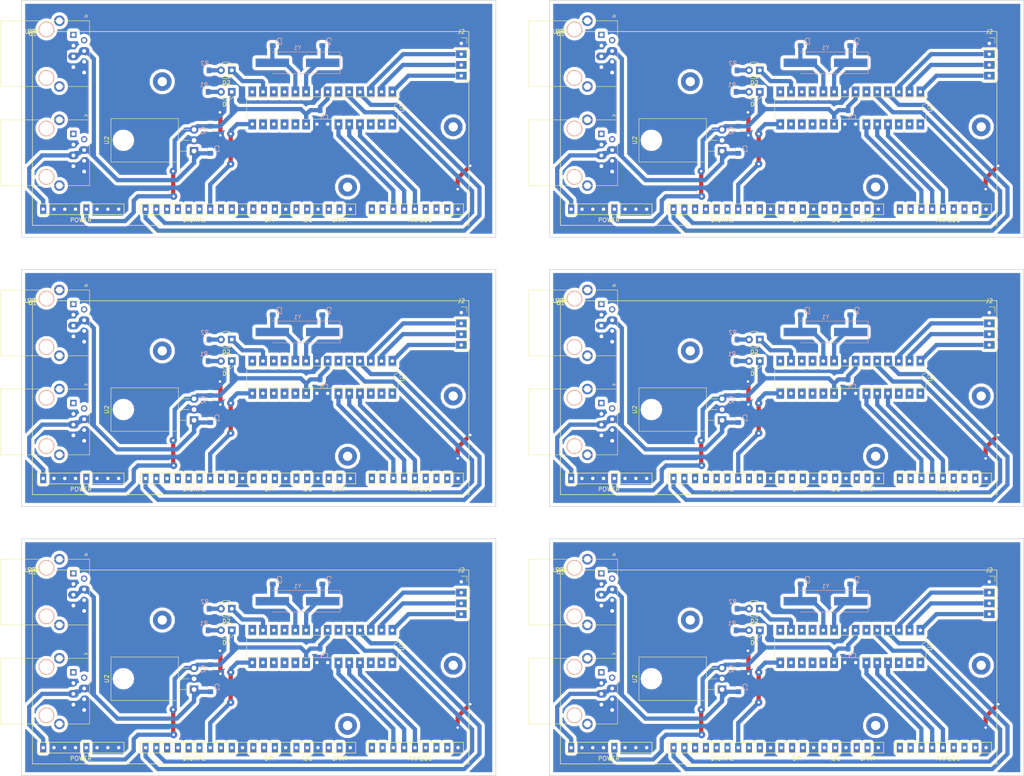
<source format=kicad_pcb>
(kicad_pcb (version 20171130) (host pcbnew "(5.0.0-rc2-dev-586-g888c43477)")
  (layers (0 F.Cu signal) (31 B.Cu signal) (34 B.Paste user) (35 F.Paste user) (36 B.SilkS user) (37 F.SilkS user) (38 B.Mask user) (39 F.Mask user) (44 Edge.Cuts user))
  (net 0 "")
  (net 1 VCC)
  (net 2 GND)
  (net 3 +5V)
  (net 4 /Reset)
  (net 5 /PB1)
  (net 6 /RX)
  (net 7 "Net-(U3-Pad16)")
  (net 8 /TX)
  (net 9 /MOS)
  (net 10 /PD2)
  (net 11 /MIS)
  (net 12 /PD3)
  (net 13 /SCK)
  (net 14 "Net-(U3-Pad6)")
  (net 15 "Net-(C4-Pad1)")
  (net 16 /ADC0)
  (net 17 "Net-(C3-Pad1)")
  (net 18 /ADC1)
  (net 19 "Net-(U3-Pad11)")
  (net 20 /ADC2)
  (net 21 "Net-(U3-Pad12)")
  (net 22 "Net-(U3-Pad26)")
  (net 23 "Net-(U3-Pad27)")
  (net 24 "Net-(U3-Pad14)")
  (net 25 "Net-(U3-Pad28)")
  (net 26 "Net-(U1-Pad11)")
  (net 27 "Net-(U1-Pad12)")
  (net 28 "Net-(U1-Pad13)")
  (net 29 "Net-(U1-Pad14)")
  (net 30 "Net-(U1-Pad16)")
  (net 31 "Net-(U1-Pad17)")
  (net 32 "Net-(U1-Pad19)")
  (net 33 "Net-(U1-Pad20)")
  (net 34 "Net-(U1-Pad21)")
  (net 35 "Net-(U1-Pad23)")
  (net 36 "Net-(U1-Pad24)")
  (net 37 "Net-(U1-Pad26)")
  (net 38 "Net-(U1-Pad27)")
  (net 39 "Net-(U1-Pad29)")
  (net 40 "Net-(U1-Pad30)")
  (net 41 "Net-(U1-Pad34)")
  (net 42 "Net-(U1-Pad35)")
  (net 43 "Net-(U1-Pad36)")
  (net 44 "Net-(J3-Pad1)")
  (net 45 "Net-(J3-Pad2)")
  (net 46 "Net-(J4-Pad2)")
  (net 47 "Net-(J4-Pad1)")
  (net 48 "Net-(D1-Pad2)")
  (net 49 "Net-(D2-Pad2)")
  (net 50 "Net-(D2-Pad1)")
  (module Package_TO_SOT_THT:TO-220-3_Horizontal_TabDown (layer F.Cu) (at 72.39 175.26 90)
    (fp_text reference U2 (at 2.54 -20.58 90) (layer F.SilkS))
    (fp_text value L7805)
    (pad "" np_thru_hole oval (at 2.54 -16.66 90) (size 3.5 3.5) (drill 3.5) (layers *.Cu *.Mask))
    (pad 1 thru_hole rect (at 0 0 90) (size 1.905 2) (drill 1.1) (layers *.Cu *.Mask) (net 1 VCC))
    (pad 2 thru_hole oval (at 2.54 0 90) (size 1.905 2) (drill 1.1) (layers *.Cu *.Mask) (net 2 GND))
    (pad 3 thru_hole oval (at 5.08 0 90) (size 1.905 2) (drill 1.1) (layers *.Cu *.Mask) (net 3 +5V))
  )
  (module MCCplaca:ZCS18 (layer F.Cu) (at 34.29 147.066)
    (fp_text reference U1 (at 0 0.5) (layer F.SilkS))
    (fp_text value ZCS)
    (fp_text user POWER (at 11.43 44.45) (layer F.SilkS))
    (fp_text user DIGITAL (at 38.1 44.45) (layer F.SilkS))
    (fp_text user SPI (at 0 0) (layer F.SilkS))
    (fp_text user SPI (at 55.88 44.45) (layer F.SilkS))
    (fp_text user I2C (at 64.77 44.45) (layer F.SilkS))
    (fp_text user UART (at 0 0) (layer F.SilkS))
    (fp_text user UART (at 72.39 44.45) (layer F.SilkS))
    (fp_text user ANALOG (at 91.44 44.45) (layer F.SilkS))
    (pad 1 thru_hole rect (at 2.54 41.91) (size 1.4 2.2) (drill 0.8) (layers *.Cu *.Mask) (net 1 VCC))
    (pad 2 thru_hole rect (at 5.08 41.91) (size 1.4 2.2) (drill 0.8) (layers *.Cu *.Mask) (net 2 GND))
    (pad 3 thru_hole rect (at 7.62 41.91) (size 1.4 2.2) (drill 0.8) (layers *.Cu *.Mask) (net 2 GND))
    (pad 4 thru_hole rect (at 10.16 41.91) (size 1.4 2.2) (drill 0.8) (layers *.Cu *.Mask) (net 2 GND))
    (pad 5 thru_hole rect (at 12.7 41.91) (size 1.4 2.2) (drill 0.8) (layers *.Cu *.Mask) (net 3 +5V))
    (pad 6 thru_hole rect (at 15.24 41.91) (size 1.4 2.2) (drill 0.8) (layers *.Cu *.Mask) (net 2 GND))
    (pad 7 thru_hole rect (at 17.78 41.91) (size 1.4 2.2) (drill 0.8) (layers *.Cu *.Mask) (net 2 GND))
    (pad 8 thru_hole rect (at 20.32 41.91) (size 1.4 2.2) (drill 0.8) (layers *.Cu *.Mask) (net 2 GND))
    (pad 9 thru_hole rect (at 26.67 41.91) (size 1.4 2.2) (drill 0.8) (layers *.Cu *.Mask) (net 10 /PD2))
    (pad 10 thru_hole rect (at 29.21 41.91) (size 1.4 2.2) (drill 0.8) (layers *.Cu *.Mask) (net 12 /PD3))
    (pad 11 thru_hole rect (at 31.75 41.91) (size 1.4 2.2) (drill 0.8) (layers *.Cu *.Mask) (net 26 "Net-(U1-Pad11)"))
    (pad 12 thru_hole rect (at 34.29 41.91) (size 1.4 2.2) (drill 0.8) (layers *.Cu *.Mask) (net 27 "Net-(U1-Pad12)"))
    (pad 13 thru_hole rect (at 36.83 41.91) (size 1.4 2.2) (drill 0.8) (layers *.Cu *.Mask) (net 28 "Net-(U1-Pad13)"))
    (pad 14 thru_hole rect (at 39.37 41.91) (size 1.4 2.2) (drill 0.8) (layers *.Cu *.Mask) (net 29 "Net-(U1-Pad14)"))
    (pad 15 thru_hole rect (at 41.91 41.91) (size 1.4 2.2) (drill 0.8) (layers *.Cu *.Mask) (net 5 /PB1))
    (pad 16 thru_hole rect (at 44.45 41.91) (size 1.4 2.2) (drill 0.8) (layers *.Cu *.Mask) (net 30 "Net-(U1-Pad16)"))
    (pad 17 thru_hole rect (at 46.99 41.91) (size 1.4 2.2) (drill 0.8) (layers *.Cu *.Mask) (net 31 "Net-(U1-Pad17)"))
    (pad 18 thru_hole rect (at 49.53 41.91) (size 1.4 2.2) (drill 0.8) (layers *.Cu *.Mask) (net 2 GND))
    (pad 19 thru_hole rect (at 52.07 41.91) (size 1.4 2.2) (drill 0.8) (layers *.Cu *.Mask) (net 32 "Net-(U1-Pad19)"))
    (pad 20 thru_hole rect (at 54.61 41.91) (size 1.4 2.2) (drill 0.8) (layers *.Cu *.Mask) (net 33 "Net-(U1-Pad20)"))
    (pad 21 thru_hole rect (at 57.15 41.91) (size 1.4 2.2) (drill 0.8) (layers *.Cu *.Mask) (net 34 "Net-(U1-Pad21)"))
    (pad 22 thru_hole rect (at 59.69 41.91) (size 1.4 2.2) (drill 0.8) (layers *.Cu *.Mask) (net 2 GND))
    (pad 23 thru_hole rect (at 62.23 41.91) (size 1.4 2.2) (drill 0.8) (layers *.Cu *.Mask) (net 35 "Net-(U1-Pad23)"))
    (pad 24 thru_hole rect (at 64.77 41.91) (size 1.4 2.2) (drill 0.8) (layers *.Cu *.Mask) (net 36 "Net-(U1-Pad24)"))
    (pad 25 thru_hole rect (at 67.31 41.91) (size 1.4 2.2) (drill 0.8) (layers *.Cu *.Mask) (net 2 GND))
    (pad 26 thru_hole rect (at 69.85 41.91) (size 1.4 2.2) (drill 0.8) (layers *.Cu *.Mask) (net 37 "Net-(U1-Pad26)"))
    (pad 27 thru_hole rect (at 72.39 41.91) (size 1.4 2.2) (drill 0.8) (layers *.Cu *.Mask) (net 38 "Net-(U1-Pad27)"))
    (pad 28 thru_hole rect (at 74.93 41.91) (size 1.4 2.2) (drill 0.8) (layers *.Cu *.Mask) (net 2 GND))
    (pad 29 thru_hole rect (at 80.01 41.91) (size 1.4 2.2) (drill 0.8) (layers *.Cu *.Mask) (net 39 "Net-(U1-Pad29)"))
    (pad 30 thru_hole rect (at 82.55 41.91) (size 1.4 2.2) (drill 0.8) (layers *.Cu *.Mask) (net 40 "Net-(U1-Pad30)"))
    (pad 31 thru_hole rect (at 85.09 41.91) (size 1.4 2.2) (drill 0.8) (layers *.Cu *.Mask) (net 16 /ADC0))
    (pad 32 thru_hole rect (at 87.63 41.91) (size 1.4 2.2) (drill 0.8) (layers *.Cu *.Mask) (net 18 /ADC1))
    (pad 33 thru_hole rect (at 90.17 41.91) (size 1.4 2.2) (drill 0.8) (layers *.Cu *.Mask) (net 20 /ADC2))
    (pad 34 thru_hole rect (at 92.71 41.91) (size 1.4 2.2) (drill 0.8) (layers *.Cu *.Mask) (net 41 "Net-(U1-Pad34)"))
    (pad 35 thru_hole rect (at 95.25 41.91) (size 1.4 2.2) (drill 0.8) (layers *.Cu *.Mask) (net 42 "Net-(U1-Pad35)"))
    (pad 36 thru_hole rect (at 97.79 41.91) (size 1.4 2.2) (drill 0.8) (layers *.Cu *.Mask) (net 43 "Net-(U1-Pad36)"))
    (pad 37 thru_hole rect (at 100.33 41.91) (size 1.4 2.2) (drill 0.8) (layers *.Cu *.Mask) (net 2 GND))
    (pad 38 thru_hole circle (at 74.295 36.679274) (size 4.4 4.4) (drill 2.2) (layers *.Cu *.Mask))
    (pad 39 thru_hole circle (at 99.187 22.479) (size 4.4 4.4) (drill 2.2) (layers *.Cu *.Mask))
    (pad 40 thru_hole circle (at 30.608 11.811) (size 4.4 4.4) (drill 2.2) (layers *.Cu *.Mask))
  )
  (module "Gambiarra toperr:RJ45_YH59_01" (layer F.Cu) (at 43.942 147.828 270)
    (fp_text reference J3 (at -4.364296 -2.909696) (layer F.SilkS) (effects (font (size 0.5 0.5) (thickness 0.1))))
    (fp_text value RJ45_Shielded)
    (pad "" np_thru_hole circle (at 10.165 6.346 270) (size 3.65 3.65) (drill 3.2) (layers *.Cu *.SilkS *.Mask))
    (pad "" np_thru_hole circle (at -1.265 6.346 270) (size 3.65 3.65) (drill 3.2) (layers *.Cu *.SilkS *.Mask))
    (pad 1 thru_hole rect (at 0.005 -0.004 270) (size 1.5 1.5) (drill 0.9) (layers *.Cu *.Mask) (net 44 "Net-(J3-Pad1)"))
    (pad 2 thru_hole circle (at 1.275 -2.544 270) (size 1.5 1.5) (drill 0.9) (layers *.Cu *.Mask) (net 45 "Net-(J3-Pad2)"))
    (pad 3 thru_hole circle (at 2.545 -0.004 270) (size 1.5 1.5) (drill 0.9) (layers *.Cu *.Mask) (net 2 GND))
    (pad 4 thru_hole oval (at 3.815 -2.544 270) (size 1.8 2.5) (drill 0.9) (layers *.Cu *.Mask) (net 1 VCC))
    (pad 5 thru_hole oval (at 5.085 -0.004 270) (size 1.8 2.5) (drill 0.9) (layers *.Cu *.Mask) (net 1 VCC))
    (pad 6 thru_hole circle (at 6.355 -2.544 270) (size 1.5 1.5) (drill 0.9) (layers *.Cu *.Mask) (net 2 GND))
    (pad 7 thru_hole circle (at 7.625 -0.004 270) (size 1.5 1.5) (drill 0.9) (layers *.Cu *.Mask) (net 2 GND))
    (pad 8 thru_hole circle (at 8.895 -2.544 270) (size 1.5 1.5) (drill 0.9) (layers *.Cu *.Mask) (net 2 GND))
    (pad 9 thru_hole circle (at -3.3 3.296 270) (size 2.5 2.5) (drill 1.6) (layers *.Cu *.Mask))
    (pad 9 thru_hole circle (at 12.2 3.296 270) (size 2.5 2.5) (drill 1.6) (layers *.Cu *.Mask))
  )
  (module "Gambiarra toperr:RJ45_YH59_01" (layer F.Cu) (at 43.942 171.196 270)
    (fp_text reference J4 (at -4.364296 -2.909696) (layer F.SilkS) (effects (font (size 0.5 0.5) (thickness 0.1))))
    (fp_text value RJ45_Shielded)
    (pad 9 thru_hole circle (at 12.2 3.296 270) (size 2.5 2.5) (drill 1.6) (layers *.Cu *.Mask))
    (pad 9 thru_hole circle (at -3.3 3.296 270) (size 2.5 2.5) (drill 1.6) (layers *.Cu *.Mask))
    (pad 8 thru_hole circle (at 8.895 -2.544 270) (size 1.5 1.5) (drill 0.9) (layers *.Cu *.Mask) (net 2 GND))
    (pad 7 thru_hole circle (at 7.625 -0.004 270) (size 1.5 1.5) (drill 0.9) (layers *.Cu *.Mask) (net 2 GND))
    (pad 6 thru_hole circle (at 6.355 -2.544 270) (size 1.5 1.5) (drill 0.9) (layers *.Cu *.Mask) (net 2 GND))
    (pad 5 thru_hole oval (at 5.085 -0.004 270) (size 1.8 2.5) (drill 0.9) (layers *.Cu *.Mask) (net 1 VCC))
    (pad 4 thru_hole oval (at 3.815 -2.544 270) (size 1.8 2.5) (drill 0.9) (layers *.Cu *.Mask) (net 1 VCC))
    (pad 3 thru_hole circle (at 2.545 -0.004 270) (size 1.5 1.5) (drill 0.9) (layers *.Cu *.Mask) (net 2 GND))
    (pad 2 thru_hole circle (at 1.275 -2.544 270) (size 1.5 1.5) (drill 0.9) (layers *.Cu *.Mask) (net 46 "Net-(J4-Pad2)"))
    (pad 1 thru_hole rect (at 0.005 -0.004 270) (size 1.5 1.5) (drill 0.9) (layers *.Cu *.Mask) (net 47 "Net-(J4-Pad1)"))
    (pad "" np_thru_hole circle (at -1.265 6.346 270) (size 3.65 3.65) (drill 3.2) (layers *.Cu *.SilkS *.Mask))
    (pad "" np_thru_hole circle (at 10.165 6.346 270) (size 3.65 3.65) (drill 3.2) (layers *.Cu *.SilkS *.Mask))
  )
  (module Crystal:Crystal_SMD_HC49-SD_HandSoldering (layer B.Cu) (at 96.774 154.432 180)
    (fp_text reference Y1 (at 0 3.55 180) (layer B.SilkS) (effects (justify mirror)))
    (fp_text value Crystal)
    (pad 1 smd rect (at -5.9375 0 180) (size 7.875 2) (layers B.Cu B.Paste B.Mask) (net 15 "Net-(C4-Pad1)"))
    (pad 2 smd rect (at 5.9375 0 180) (size 7.875 2) (layers B.Cu B.Paste B.Mask) (net 17 "Net-(C3-Pad1)"))
  )
  (module Connector_PinSocket_2.54mm:PinSocket_1x04_P2.54mm_Vertical (layer F.Cu) (at 135.382 149.86)
    (fp_text reference J2 (at 0 -2.77) (layer F.SilkS))
    (fp_text value Conn_01x04)
    (pad 1 thru_hole rect (at 0 0) (size 2.5 1.8) (drill 0.8) (layers *.Cu *.Mask) (net 2 GND))
    (pad 2 thru_hole rect (at 0 2.54) (size 2.5 1.8) (drill 0.8) (layers *.Cu *.Mask) (net 8 /TX))
    (pad 3 thru_hole rect (at 0 5.08) (size 2.5 1.8) (drill 0.8) (layers *.Cu *.Mask) (net 6 /RX))
    (pad 4 thru_hole rect (at 0 7.62) (size 2.5 1.8) (drill 0.8) (layers *.Cu *.Mask) (net 4 /Reset))
  )
  (module Capacitor_SMD:C_0805_2012Metric_Pad1.15x1.40mm_HandSolder (layer B.Cu) (at 76.2 174.761 90)
    (fp_text reference C1 (at 0 1.65 90) (layer B.SilkS) (effects (justify mirror)))
    (fp_text value 100n)
    (pad 1 smd roundrect (at -1.025 0 90) (size 1.15 1.4) (layers B.Cu B.Paste B.Mask) (roundrect_rratio 0.217391) (net 1 VCC))
    (pad 2 smd roundrect (at 1.025 0 90) (size 1.15 1.4) (layers B.Cu B.Paste B.Mask) (roundrect_rratio 0.217391) (net 2 GND))
  )
  (module Capacitor_SMD:C_0805_2012Metric_Pad1.15x1.40mm_HandSolder (layer B.Cu) (at 76.2 170.434 270)
    (fp_text reference C2 (at 0 1.65 270) (layer B.SilkS) (effects (justify mirror)))
    (fp_text value 100n)
    (pad 2 smd roundrect (at 1.025 0 270) (size 1.15 1.4) (layers B.Cu B.Paste B.Mask) (roundrect_rratio 0.217391) (net 2 GND))
    (pad 1 smd roundrect (at -1.025 0 270) (size 1.15 1.4) (layers B.Cu B.Paste B.Mask) (roundrect_rratio 0.217391) (net 3 +5V))
  )
  (module Capacitor_SMD:C_0805_2012Metric_Pad1.15x1.40mm_HandSolder (layer B.Cu) (at 90.932 149.352 90)
    (fp_text reference C3 (at 0 1.65 90) (layer B.SilkS) (effects (justify mirror)))
    (fp_text value 22p)
    (pad 1 smd roundrect (at -1.025 0 90) (size 1.15 1.4) (layers B.Cu B.Paste B.Mask) (roundrect_rratio 0.217391) (net 17 "Net-(C3-Pad1)"))
    (pad 2 smd roundrect (at 1.025 0 90) (size 1.15 1.4) (layers B.Cu B.Paste B.Mask) (roundrect_rratio 0.217391) (net 2 GND))
  )
  (module Capacitor_SMD:C_0805_2012Metric_Pad1.15x1.40mm_HandSolder (layer B.Cu) (at 102.616 149.352 90)
    (fp_text reference C4 (at 0 1.65 90) (layer B.SilkS) (effects (justify mirror)))
    (fp_text value 22p)
    (pad 2 smd roundrect (at 1.025 0 90) (size 1.15 1.4) (layers B.Cu B.Paste B.Mask) (roundrect_rratio 0.217391) (net 2 GND))
    (pad 1 smd roundrect (at -1.025 0 90) (size 1.15 1.4) (layers B.Cu B.Paste B.Mask) (roundrect_rratio 0.217391) (net 15 "Net-(C4-Pad1)"))
  )
  (module Capacitor_SMD:C_0805_2012Metric_Pad1.15x1.40mm_HandSolder (layer B.Cu) (at 103.124 165.608)
    (fp_text reference C5 (at 0 1.65) (layer B.SilkS) (effects (justify mirror)))
    (fp_text value 100n)
    (pad 1 smd roundrect (at -1.025 0) (size 1.15 1.4) (layers B.Cu B.Paste B.Mask) (roundrect_rratio 0.217391) (net 3 +5V))
    (pad 2 smd roundrect (at 1.025 0) (size 1.15 1.4) (layers B.Cu B.Paste B.Mask) (roundrect_rratio 0.217391) (net 2 GND))
  )
  (module MCCplaca:DIP-28_W7.62mm_grande (layer F.Cu) (at 119.126 161.29 270)
    (fp_text reference U3 (at 3.81 -2.33 270) (layer F.SilkS))
    (fp_text value ATmega328P-PU)
    (pad 1 thru_hole rect (at 0 0 270) (size 2.5 1.8) (drill 0.8) (layers *.Cu *.Mask) (net 4 /Reset))
    (pad 15 thru_hole rect (at 7.62 33.02 270) (size 2.5 1.8) (drill 0.8) (layers *.Cu *.Mask) (net 5 /PB1))
    (pad 2 thru_hole rect (at 0 2.54 270) (size 2.5 1.8) (drill 0.8) (layers *.Cu *.Mask) (net 6 /RX))
    (pad 16 thru_hole rect (at 7.62 30.48 270) (size 2.5 1.8) (drill 0.8) (layers *.Cu *.Mask) (net 7 "Net-(U3-Pad16)"))
    (pad 3 thru_hole rect (at 0 5.08 270) (size 2.5 1.8) (drill 0.8) (layers *.Cu *.Mask) (net 8 /TX))
    (pad 17 thru_hole rect (at 7.62 27.94 270) (size 2.5 1.8) (drill 0.8) (layers *.Cu *.Mask) (net 9 /MOS))
    (pad 4 thru_hole rect (at 0 7.62 270) (size 2.5 1.8) (drill 0.8) (layers *.Cu *.Mask) (net 10 /PD2))
    (pad 18 thru_hole rect (at 7.62 25.4 270) (size 2.5 1.8) (drill 0.8) (layers *.Cu *.Mask) (net 11 /MIS))
    (pad 5 thru_hole rect (at 0 10.16 270) (size 2.5 1.8) (drill 0.8) (layers *.Cu *.Mask) (net 12 /PD3))
    (pad 19 thru_hole rect (at 7.62 22.86 270) (size 2.5 1.8) (drill 0.8) (layers *.Cu *.Mask) (net 13 /SCK))
    (pad 6 thru_hole rect (at 0 12.7 270) (size 2.5 1.8) (drill 0.8) (layers *.Cu *.Mask) (net 14 "Net-(U3-Pad6)"))
    (pad 20 thru_hole rect (at 7.62 20.32 270) (size 2.5 1.8) (drill 0.8) (layers *.Cu *.Mask) (net 3 +5V))
    (pad 7 thru_hole rect (at 0 15.24 270) (size 2.5 1.8) (drill 0.8) (layers *.Cu *.Mask) (net 3 +5V))
    (pad 21 thru_hole rect (at 7.62 17.78 270) (size 2.5 1.8) (drill 0.8) (layers *.Cu *.Mask) (net 2 GND))
    (pad 8 thru_hole rect (at 0 17.78 270) (size 2.5 1.8) (drill 0.8) (layers *.Cu *.Mask) (net 2 GND))
    (pad 22 thru_hole rect (at 7.62 15.24 270) (size 2.5 1.8) (drill 0.8) (layers *.Cu *.Mask) (net 2 GND))
    (pad 9 thru_hole rect (at 0 20.32 270) (size 2.5 1.8) (drill 0.8) (layers *.Cu *.Mask) (net 15 "Net-(C4-Pad1)"))
    (pad 23 thru_hole rect (at 7.62 12.7 270) (size 2.5 1.8) (drill 0.8) (layers *.Cu *.Mask) (net 16 /ADC0))
    (pad 10 thru_hole rect (at 0 22.86 270) (size 2.5 1.8) (drill 0.8) (layers *.Cu *.Mask) (net 17 "Net-(C3-Pad1)"))
    (pad 24 thru_hole rect (at 7.62 10.16 270) (size 2.5 1.8) (drill 0.8) (layers *.Cu *.Mask) (net 18 /ADC1))
    (pad 11 thru_hole rect (at 0 25.4 270) (size 2.5 1.8) (drill 0.8) (layers *.Cu *.Mask) (net 19 "Net-(U3-Pad11)"))
    (pad 25 thru_hole rect (at 7.62 7.62 270) (size 2.5 1.8) (drill 0.8) (layers *.Cu *.Mask) (net 20 /ADC2))
    (pad 12 thru_hole rect (at 0 27.94 270) (size 2.5 1.8) (drill 0.8) (layers *.Cu *.Mask) (net 21 "Net-(U3-Pad12)"))
    (pad 26 thru_hole rect (at 7.62 5.08 270) (size 2.5 1.8) (drill 0.8) (layers *.Cu *.Mask) (net 22 "Net-(U3-Pad26)"))
    (pad 13 thru_hole rect (at 0 30.48 270) (size 2.5 1.8) (drill 0.8) (layers *.Cu *.Mask) (net 50 "Net-(D2-Pad1)"))
    (pad 27 thru_hole rect (at 7.62 2.54 270) (size 2.5 1.8) (drill 0.8) (layers *.Cu *.Mask) (net 23 "Net-(U3-Pad27)"))
    (pad 14 thru_hole rect (at 0 33.02 270) (size 2.5 1.8) (drill 0.8) (layers *.Cu *.Mask) (net 24 "Net-(U3-Pad14)"))
    (pad 28 thru_hole rect (at 7.62 0 270) (size 2.5 1.8) (drill 0.8) (layers *.Cu *.Mask) (net 25 "Net-(U3-Pad28)"))
  )
  (module Resistor_SMD:R_0805_2012Metric_Pad1.15x1.40mm_HandSolder (layer B.Cu) (at 74.685 161.29 180)
    (fp_text reference R1 (at 0 1.65 180) (layer B.SilkS) (effects (justify mirror)))
    (fp_text value 1K)
    (pad 1 smd roundrect (at -1.025 0 180) (size 1.15 1.4) (layers B.Cu B.Paste B.Mask) (roundrect_rratio 0.217391) (net 48 "Net-(D1-Pad2)"))
    (pad 2 smd roundrect (at 1.025 0 180) (size 1.15 1.4) (layers B.Cu B.Paste B.Mask) (roundrect_rratio 0.217391) (net 2 GND))
  )
  (module Resistor_SMD:R_0805_2012Metric_Pad1.15x1.40mm_HandSolder (layer B.Cu) (at 74.899999 156.21 180)
    (fp_text reference R2 (at 0 1.65 180) (layer B.SilkS) (effects (justify mirror)))
    (fp_text value 1K)
    (pad 2 smd roundrect (at 1.025 0 180) (size 1.15 1.4) (layers B.Cu B.Paste B.Mask) (roundrect_rratio 0.217391) (net 2 GND))
    (pad 1 smd roundrect (at -1.025 0 180) (size 1.15 1.4) (layers B.Cu B.Paste B.Mask) (roundrect_rratio 0.217391) (net 49 "Net-(D2-Pad2)"))
  )
  (module LED_THT:LED_D3.0mm (layer F.Cu) (at 81.28 161.29 180)
    (fp_text reference D1 (at 1.27 -2.96 180) (layer F.SilkS))
    (fp_text value POWER_LED)
    (pad 1 thru_hole rect (at 0 0 180) (size 1.8 1.8) (drill 0.9) (layers *.Cu *.Mask) (net 3 +5V))
    (pad 2 thru_hole circle (at 2.54 0 180) (size 1.8 1.8) (drill 0.9) (layers *.Cu *.Mask) (net 48 "Net-(D1-Pad2)"))
  )
  (module LED_THT:LED_D3.0mm (layer F.Cu) (at 81.28 156.21 180)
    (fp_text reference D2 (at 1.27 -2.96 180) (layer F.SilkS))
    (fp_text value STATUS_LED)
    (pad 2 thru_hole circle (at 2.54 0 180) (size 1.8 1.8) (drill 0.9) (layers *.Cu *.Mask) (net 49 "Net-(D2-Pad2)"))
    (pad 1 thru_hole rect (at 0 0 180) (size 1.8 1.8) (drill 0.9) (layers *.Cu *.Mask) (net 50 "Net-(D2-Pad1)"))
  )
  (module Package_TO_SOT_THT:TO-220-3_Horizontal_TabDown (layer F.Cu) (at 196.85 175.26 90)
    (fp_text reference U2 (at 2.54 -20.58 90) (layer F.SilkS))
    (fp_text value L7805)
    (pad 3 thru_hole oval (at 5.08 0 90) (size 1.905 2) (drill 1.1) (layers *.Cu *.Mask) (net 3 +5V))
    (pad 2 thru_hole oval (at 2.54 0 90) (size 1.905 2) (drill 1.1) (layers *.Cu *.Mask) (net 2 GND))
    (pad 1 thru_hole rect (at 0 0 90) (size 1.905 2) (drill 1.1) (layers *.Cu *.Mask) (net 1 VCC))
    (pad "" np_thru_hole oval (at 2.54 -16.66 90) (size 3.5 3.5) (drill 3.5) (layers *.Cu *.Mask))
  )
  (module MCCplaca:ZCS18 (layer F.Cu) (at 158.75 147.066)
    (fp_text reference U1 (at 0 0.5) (layer F.SilkS))
    (fp_text value ZCS)
    (fp_text user ANALOG (at 91.44 44.45) (layer F.SilkS))
    (fp_text user UART (at 72.39 44.45) (layer F.SilkS))
    (fp_text user UART (at 0 0) (layer F.SilkS))
    (fp_text user I2C (at 64.77 44.45) (layer F.SilkS))
    (fp_text user SPI (at 55.88 44.45) (layer F.SilkS))
    (fp_text user SPI (at 0 0) (layer F.SilkS))
    (fp_text user DIGITAL (at 38.1 44.45) (layer F.SilkS))
    (fp_text user POWER (at 11.43 44.45) (layer F.SilkS))
    (pad 40 thru_hole circle (at 30.608 11.811) (size 4.4 4.4) (drill 2.2) (layers *.Cu *.Mask))
    (pad 39 thru_hole circle (at 99.187 22.479) (size 4.4 4.4) (drill 2.2) (layers *.Cu *.Mask))
    (pad 38 thru_hole circle (at 74.295 36.679274) (size 4.4 4.4) (drill 2.2) (layers *.Cu *.Mask))
    (pad 37 thru_hole rect (at 100.33 41.91) (size 1.4 2.2) (drill 0.8) (layers *.Cu *.Mask) (net 2 GND))
    (pad 36 thru_hole rect (at 97.79 41.91) (size 1.4 2.2) (drill 0.8) (layers *.Cu *.Mask) (net 43 "Net-(U1-Pad36)"))
    (pad 35 thru_hole rect (at 95.25 41.91) (size 1.4 2.2) (drill 0.8) (layers *.Cu *.Mask) (net 42 "Net-(U1-Pad35)"))
    (pad 34 thru_hole rect (at 92.71 41.91) (size 1.4 2.2) (drill 0.8) (layers *.Cu *.Mask) (net 41 "Net-(U1-Pad34)"))
    (pad 33 thru_hole rect (at 90.17 41.91) (size 1.4 2.2) (drill 0.8) (layers *.Cu *.Mask) (net 20 /ADC2))
    (pad 32 thru_hole rect (at 87.63 41.91) (size 1.4 2.2) (drill 0.8) (layers *.Cu *.Mask) (net 18 /ADC1))
    (pad 31 thru_hole rect (at 85.09 41.91) (size 1.4 2.2) (drill 0.8) (layers *.Cu *.Mask) (net 16 /ADC0))
    (pad 30 thru_hole rect (at 82.55 41.91) (size 1.4 2.2) (drill 0.8) (layers *.Cu *.Mask) (net 40 "Net-(U1-Pad30)"))
    (pad 29 thru_hole rect (at 80.01 41.91) (size 1.4 2.2) (drill 0.8) (layers *.Cu *.Mask) (net 39 "Net-(U1-Pad29)"))
    (pad 28 thru_hole rect (at 74.93 41.91) (size 1.4 2.2) (drill 0.8) (layers *.Cu *.Mask) (net 2 GND))
    (pad 27 thru_hole rect (at 72.39 41.91) (size 1.4 2.2) (drill 0.8) (layers *.Cu *.Mask) (net 38 "Net-(U1-Pad27)"))
    (pad 26 thru_hole rect (at 69.85 41.91) (size 1.4 2.2) (drill 0.8) (layers *.Cu *.Mask) (net 37 "Net-(U1-Pad26)"))
    (pad 25 thru_hole rect (at 67.31 41.91) (size 1.4 2.2) (drill 0.8) (layers *.Cu *.Mask) (net 2 GND))
    (pad 24 thru_hole rect (at 64.77 41.91) (size 1.4 2.2) (drill 0.8) (layers *.Cu *.Mask) (net 36 "Net-(U1-Pad24)"))
    (pad 23 thru_hole rect (at 62.23 41.91) (size 1.4 2.2) (drill 0.8) (layers *.Cu *.Mask) (net 35 "Net-(U1-Pad23)"))
    (pad 22 thru_hole rect (at 59.69 41.91) (size 1.4 2.2) (drill 0.8) (layers *.Cu *.Mask) (net 2 GND))
    (pad 21 thru_hole rect (at 57.15 41.91) (size 1.4 2.2) (drill 0.8) (layers *.Cu *.Mask) (net 34 "Net-(U1-Pad21)"))
    (pad 20 thru_hole rect (at 54.61 41.91) (size 1.4 2.2) (drill 0.8) (layers *.Cu *.Mask) (net 33 "Net-(U1-Pad20)"))
    (pad 19 thru_hole rect (at 52.07 41.91) (size 1.4 2.2) (drill 0.8) (layers *.Cu *.Mask) (net 32 "Net-(U1-Pad19)"))
    (pad 18 thru_hole rect (at 49.53 41.91) (size 1.4 2.2) (drill 0.8) (layers *.Cu *.Mask) (net 2 GND))
    (pad 17 thru_hole rect (at 46.99 41.91) (size 1.4 2.2) (drill 0.8) (layers *.Cu *.Mask) (net 31 "Net-(U1-Pad17)"))
    (pad 16 thru_hole rect (at 44.45 41.91) (size 1.4 2.2) (drill 0.8) (layers *.Cu *.Mask) (net 30 "Net-(U1-Pad16)"))
    (pad 15 thru_hole rect (at 41.91 41.91) (size 1.4 2.2) (drill 0.8) (layers *.Cu *.Mask) (net 5 /PB1))
    (pad 14 thru_hole rect (at 39.37 41.91) (size 1.4 2.2) (drill 0.8) (layers *.Cu *.Mask) (net 29 "Net-(U1-Pad14)"))
    (pad 13 thru_hole rect (at 36.83 41.91) (size 1.4 2.2) (drill 0.8) (layers *.Cu *.Mask) (net 28 "Net-(U1-Pad13)"))
    (pad 12 thru_hole rect (at 34.29 41.91) (size 1.4 2.2) (drill 0.8) (layers *.Cu *.Mask) (net 27 "Net-(U1-Pad12)"))
    (pad 11 thru_hole rect (at 31.75 41.91) (size 1.4 2.2) (drill 0.8) (layers *.Cu *.Mask) (net 26 "Net-(U1-Pad11)"))
    (pad 10 thru_hole rect (at 29.21 41.91) (size 1.4 2.2) (drill 0.8) (layers *.Cu *.Mask) (net 12 /PD3))
    (pad 9 thru_hole rect (at 26.67 41.91) (size 1.4 2.2) (drill 0.8) (layers *.Cu *.Mask) (net 10 /PD2))
    (pad 8 thru_hole rect (at 20.32 41.91) (size 1.4 2.2) (drill 0.8) (layers *.Cu *.Mask) (net 2 GND))
    (pad 7 thru_hole rect (at 17.78 41.91) (size 1.4 2.2) (drill 0.8) (layers *.Cu *.Mask) (net 2 GND))
    (pad 6 thru_hole rect (at 15.24 41.91) (size 1.4 2.2) (drill 0.8) (layers *.Cu *.Mask) (net 2 GND))
    (pad 5 thru_hole rect (at 12.7 41.91) (size 1.4 2.2) (drill 0.8) (layers *.Cu *.Mask) (net 3 +5V))
    (pad 4 thru_hole rect (at 10.16 41.91) (size 1.4 2.2) (drill 0.8) (layers *.Cu *.Mask) (net 2 GND))
    (pad 3 thru_hole rect (at 7.62 41.91) (size 1.4 2.2) (drill 0.8) (layers *.Cu *.Mask) (net 2 GND))
    (pad 2 thru_hole rect (at 5.08 41.91) (size 1.4 2.2) (drill 0.8) (layers *.Cu *.Mask) (net 2 GND))
    (pad 1 thru_hole rect (at 2.54 41.91) (size 1.4 2.2) (drill 0.8) (layers *.Cu *.Mask) (net 1 VCC))
  )
  (module "Gambiarra toperr:RJ45_YH59_01" (layer F.Cu) (at 168.402 147.828 270)
    (fp_text reference J3 (at -4.364296 -2.909696) (layer F.SilkS) (effects (font (size 0.5 0.5) (thickness 0.1))))
    (fp_text value RJ45_Shielded)
    (pad 9 thru_hole circle (at 12.2 3.296 270) (size 2.5 2.5) (drill 1.6) (layers *.Cu *.Mask))
    (pad 9 thru_hole circle (at -3.3 3.296 270) (size 2.5 2.5) (drill 1.6) (layers *.Cu *.Mask))
    (pad 8 thru_hole circle (at 8.895 -2.544 270) (size 1.5 1.5) (drill 0.9) (layers *.Cu *.Mask) (net 2 GND))
    (pad 7 thru_hole circle (at 7.625 -0.004 270) (size 1.5 1.5) (drill 0.9) (layers *.Cu *.Mask) (net 2 GND))
    (pad 6 thru_hole circle (at 6.355 -2.544 270) (size 1.5 1.5) (drill 0.9) (layers *.Cu *.Mask) (net 2 GND))
    (pad 5 thru_hole oval (at 5.085 -0.004 270) (size 1.8 2.5) (drill 0.9) (layers *.Cu *.Mask) (net 1 VCC))
    (pad 4 thru_hole oval (at 3.815 -2.544 270) (size 1.8 2.5) (drill 0.9) (layers *.Cu *.Mask) (net 1 VCC))
    (pad 3 thru_hole circle (at 2.545 -0.004 270) (size 1.5 1.5) (drill 0.9) (layers *.Cu *.Mask) (net 2 GND))
    (pad 2 thru_hole circle (at 1.275 -2.544 270) (size 1.5 1.5) (drill 0.9) (layers *.Cu *.Mask) (net 45 "Net-(J3-Pad2)"))
    (pad 1 thru_hole rect (at 0.005 -0.004 270) (size 1.5 1.5) (drill 0.9) (layers *.Cu *.Mask) (net 44 "Net-(J3-Pad1)"))
    (pad "" np_thru_hole circle (at -1.265 6.346 270) (size 3.65 3.65) (drill 3.2) (layers *.Cu *.SilkS *.Mask))
    (pad "" np_thru_hole circle (at 10.165 6.346 270) (size 3.65 3.65) (drill 3.2) (layers *.Cu *.SilkS *.Mask))
  )
  (module "Gambiarra toperr:RJ45_YH59_01" (layer F.Cu) (at 168.402 171.196 270)
    (fp_text reference J4 (at -4.364296 -2.909696) (layer F.SilkS) (effects (font (size 0.5 0.5) (thickness 0.1))))
    (fp_text value RJ45_Shielded)
    (pad "" np_thru_hole circle (at 10.165 6.346 270) (size 3.65 3.65) (drill 3.2) (layers *.Cu *.SilkS *.Mask))
    (pad "" np_thru_hole circle (at -1.265 6.346 270) (size 3.65 3.65) (drill 3.2) (layers *.Cu *.SilkS *.Mask))
    (pad 1 thru_hole rect (at 0.005 -0.004 270) (size 1.5 1.5) (drill 0.9) (layers *.Cu *.Mask) (net 47 "Net-(J4-Pad1)"))
    (pad 2 thru_hole circle (at 1.275 -2.544 270) (size 1.5 1.5) (drill 0.9) (layers *.Cu *.Mask) (net 46 "Net-(J4-Pad2)"))
    (pad 3 thru_hole circle (at 2.545 -0.004 270) (size 1.5 1.5) (drill 0.9) (layers *.Cu *.Mask) (net 2 GND))
    (pad 4 thru_hole oval (at 3.815 -2.544 270) (size 1.8 2.5) (drill 0.9) (layers *.Cu *.Mask) (net 1 VCC))
    (pad 5 thru_hole oval (at 5.085 -0.004 270) (size 1.8 2.5) (drill 0.9) (layers *.Cu *.Mask) (net 1 VCC))
    (pad 6 thru_hole circle (at 6.355 -2.544 270) (size 1.5 1.5) (drill 0.9) (layers *.Cu *.Mask) (net 2 GND))
    (pad 7 thru_hole circle (at 7.625 -0.004 270) (size 1.5 1.5) (drill 0.9) (layers *.Cu *.Mask) (net 2 GND))
    (pad 8 thru_hole circle (at 8.895 -2.544 270) (size 1.5 1.5) (drill 0.9) (layers *.Cu *.Mask) (net 2 GND))
    (pad 9 thru_hole circle (at -3.3 3.296 270) (size 2.5 2.5) (drill 1.6) (layers *.Cu *.Mask))
    (pad 9 thru_hole circle (at 12.2 3.296 270) (size 2.5 2.5) (drill 1.6) (layers *.Cu *.Mask))
  )
  (module Crystal:Crystal_SMD_HC49-SD_HandSoldering (layer B.Cu) (at 221.234 154.432 180)
    (fp_text reference Y1 (at 0 3.55 180) (layer B.SilkS) (effects (justify mirror)))
    (fp_text value Crystal)
    (pad 2 smd rect (at 5.9375 0 180) (size 7.875 2) (layers B.Cu B.Paste B.Mask) (net 17 "Net-(C3-Pad1)"))
    (pad 1 smd rect (at -5.9375 0 180) (size 7.875 2) (layers B.Cu B.Paste B.Mask) (net 15 "Net-(C4-Pad1)"))
  )
  (module Connector_PinSocket_2.54mm:PinSocket_1x04_P2.54mm_Vertical (layer F.Cu) (at 259.842 149.86)
    (fp_text reference J2 (at 0 -2.77) (layer F.SilkS))
    (fp_text value Conn_01x04)
    (pad 4 thru_hole rect (at 0 7.62) (size 2.5 1.8) (drill 0.8) (layers *.Cu *.Mask) (net 4 /Reset))
    (pad 3 thru_hole rect (at 0 5.08) (size 2.5 1.8) (drill 0.8) (layers *.Cu *.Mask) (net 6 /RX))
    (pad 2 thru_hole rect (at 0 2.54) (size 2.5 1.8) (drill 0.8) (layers *.Cu *.Mask) (net 8 /TX))
    (pad 1 thru_hole rect (at 0 0) (size 2.5 1.8) (drill 0.8) (layers *.Cu *.Mask) (net 2 GND))
  )
  (module Capacitor_SMD:C_0805_2012Metric_Pad1.15x1.40mm_HandSolder (layer B.Cu) (at 200.66 174.761 90)
    (fp_text reference C1 (at 0 1.65 90) (layer B.SilkS) (effects (justify mirror)))
    (fp_text value 100n)
    (pad 2 smd roundrect (at 1.025 0 90) (size 1.15 1.4) (layers B.Cu B.Paste B.Mask) (roundrect_rratio 0.217391) (net 2 GND))
    (pad 1 smd roundrect (at -1.025 0 90) (size 1.15 1.4) (layers B.Cu B.Paste B.Mask) (roundrect_rratio 0.217391) (net 1 VCC))
  )
  (module Capacitor_SMD:C_0805_2012Metric_Pad1.15x1.40mm_HandSolder (layer B.Cu) (at 200.66 170.434 270)
    (fp_text reference C2 (at 0 1.65 270) (layer B.SilkS) (effects (justify mirror)))
    (fp_text value 100n)
    (pad 1 smd roundrect (at -1.025 0 270) (size 1.15 1.4) (layers B.Cu B.Paste B.Mask) (roundrect_rratio 0.217391) (net 3 +5V))
    (pad 2 smd roundrect (at 1.025 0 270) (size 1.15 1.4) (layers B.Cu B.Paste B.Mask) (roundrect_rratio 0.217391) (net 2 GND))
  )
  (module Capacitor_SMD:C_0805_2012Metric_Pad1.15x1.40mm_HandSolder (layer B.Cu) (at 215.392 149.352 90)
    (fp_text reference C3 (at 0 1.65 90) (layer B.SilkS) (effects (justify mirror)))
    (fp_text value 22p)
    (pad 2 smd roundrect (at 1.025 0 90) (size 1.15 1.4) (layers B.Cu B.Paste B.Mask) (roundrect_rratio 0.217391) (net 2 GND))
    (pad 1 smd roundrect (at -1.025 0 90) (size 1.15 1.4) (layers B.Cu B.Paste B.Mask) (roundrect_rratio 0.217391) (net 17 "Net-(C3-Pad1)"))
  )
  (module Capacitor_SMD:C_0805_2012Metric_Pad1.15x1.40mm_HandSolder (layer B.Cu) (at 227.076 149.352 90)
    (fp_text reference C4 (at 0 1.65 90) (layer B.SilkS) (effects (justify mirror)))
    (fp_text value 22p)
    (pad 1 smd roundrect (at -1.025 0 90) (size 1.15 1.4) (layers B.Cu B.Paste B.Mask) (roundrect_rratio 0.217391) (net 15 "Net-(C4-Pad1)"))
    (pad 2 smd roundrect (at 1.025 0 90) (size 1.15 1.4) (layers B.Cu B.Paste B.Mask) (roundrect_rratio 0.217391) (net 2 GND))
  )
  (module Capacitor_SMD:C_0805_2012Metric_Pad1.15x1.40mm_HandSolder (layer B.Cu) (at 227.584 165.608)
    (fp_text reference C5 (at 0 1.65) (layer B.SilkS) (effects (justify mirror)))
    (fp_text value 100n)
    (pad 2 smd roundrect (at 1.025 0) (size 1.15 1.4) (layers B.Cu B.Paste B.Mask) (roundrect_rratio 0.217391) (net 2 GND))
    (pad 1 smd roundrect (at -1.025 0) (size 1.15 1.4) (layers B.Cu B.Paste B.Mask) (roundrect_rratio 0.217391) (net 3 +5V))
  )
  (module MCCplaca:DIP-28_W7.62mm_grande (layer F.Cu) (at 243.586 161.29 270)
    (fp_text reference U3 (at 3.81 -2.33 270) (layer F.SilkS))
    (fp_text value ATmega328P-PU)
    (pad 28 thru_hole rect (at 7.62 0 270) (size 2.5 1.8) (drill 0.8) (layers *.Cu *.Mask) (net 25 "Net-(U3-Pad28)"))
    (pad 14 thru_hole rect (at 0 33.02 270) (size 2.5 1.8) (drill 0.8) (layers *.Cu *.Mask) (net 24 "Net-(U3-Pad14)"))
    (pad 27 thru_hole rect (at 7.62 2.54 270) (size 2.5 1.8) (drill 0.8) (layers *.Cu *.Mask) (net 23 "Net-(U3-Pad27)"))
    (pad 13 thru_hole rect (at 0 30.48 270) (size 2.5 1.8) (drill 0.8) (layers *.Cu *.Mask) (net 50 "Net-(D2-Pad1)"))
    (pad 26 thru_hole rect (at 7.62 5.08 270) (size 2.5 1.8) (drill 0.8) (layers *.Cu *.Mask) (net 22 "Net-(U3-Pad26)"))
    (pad 12 thru_hole rect (at 0 27.94 270) (size 2.5 1.8) (drill 0.8) (layers *.Cu *.Mask) (net 21 "Net-(U3-Pad12)"))
    (pad 25 thru_hole rect (at 7.62 7.62 270) (size 2.5 1.8) (drill 0.8) (layers *.Cu *.Mask) (net 20 /ADC2))
    (pad 11 thru_hole rect (at 0 25.4 270) (size 2.5 1.8) (drill 0.8) (layers *.Cu *.Mask) (net 19 "Net-(U3-Pad11)"))
    (pad 24 thru_hole rect (at 7.62 10.16 270) (size 2.5 1.8) (drill 0.8) (layers *.Cu *.Mask) (net 18 /ADC1))
    (pad 10 thru_hole rect (at 0 22.86 270) (size 2.5 1.8) (drill 0.8) (layers *.Cu *.Mask) (net 17 "Net-(C3-Pad1)"))
    (pad 23 thru_hole rect (at 7.62 12.7 270) (size 2.5 1.8) (drill 0.8) (layers *.Cu *.Mask) (net 16 /ADC0))
    (pad 9 thru_hole rect (at 0 20.32 270) (size 2.5 1.8) (drill 0.8) (layers *.Cu *.Mask) (net 15 "Net-(C4-Pad1)"))
    (pad 22 thru_hole rect (at 7.62 15.24 270) (size 2.5 1.8) (drill 0.8) (layers *.Cu *.Mask) (net 2 GND))
    (pad 8 thru_hole rect (at 0 17.78 270) (size 2.5 1.8) (drill 0.8) (layers *.Cu *.Mask) (net 2 GND))
    (pad 21 thru_hole rect (at 7.62 17.78 270) (size 2.5 1.8) (drill 0.8) (layers *.Cu *.Mask) (net 2 GND))
    (pad 7 thru_hole rect (at 0 15.24 270) (size 2.5 1.8) (drill 0.8) (layers *.Cu *.Mask) (net 3 +5V))
    (pad 20 thru_hole rect (at 7.62 20.32 270) (size 2.5 1.8) (drill 0.8) (layers *.Cu *.Mask) (net 3 +5V))
    (pad 6 thru_hole rect (at 0 12.7 270) (size 2.5 1.8) (drill 0.8) (layers *.Cu *.Mask) (net 14 "Net-(U3-Pad6)"))
    (pad 19 thru_hole rect (at 7.62 22.86 270) (size 2.5 1.8) (drill 0.8) (layers *.Cu *.Mask) (net 13 /SCK))
    (pad 5 thru_hole rect (at 0 10.16 270) (size 2.5 1.8) (drill 0.8) (layers *.Cu *.Mask) (net 12 /PD3))
    (pad 18 thru_hole rect (at 7.62 25.4 270) (size 2.5 1.8) (drill 0.8) (layers *.Cu *.Mask) (net 11 /MIS))
    (pad 4 thru_hole rect (at 0 7.62 270) (size 2.5 1.8) (drill 0.8) (layers *.Cu *.Mask) (net 10 /PD2))
    (pad 17 thru_hole rect (at 7.62 27.94 270) (size 2.5 1.8) (drill 0.8) (layers *.Cu *.Mask) (net 9 /MOS))
    (pad 3 thru_hole rect (at 0 5.08 270) (size 2.5 1.8) (drill 0.8) (layers *.Cu *.Mask) (net 8 /TX))
    (pad 16 thru_hole rect (at 7.62 30.48 270) (size 2.5 1.8) (drill 0.8) (layers *.Cu *.Mask) (net 7 "Net-(U3-Pad16)"))
    (pad 2 thru_hole rect (at 0 2.54 270) (size 2.5 1.8) (drill 0.8) (layers *.Cu *.Mask) (net 6 /RX))
    (pad 15 thru_hole rect (at 7.62 33.02 270) (size 2.5 1.8) (drill 0.8) (layers *.Cu *.Mask) (net 5 /PB1))
    (pad 1 thru_hole rect (at 0 0 270) (size 2.5 1.8) (drill 0.8) (layers *.Cu *.Mask) (net 4 /Reset))
  )
  (module Resistor_SMD:R_0805_2012Metric_Pad1.15x1.40mm_HandSolder (layer B.Cu) (at 199.145 161.29 180)
    (fp_text reference R1 (at 0 1.65 180) (layer B.SilkS) (effects (justify mirror)))
    (fp_text value 1K)
    (pad 2 smd roundrect (at 1.025 0 180) (size 1.15 1.4) (layers B.Cu B.Paste B.Mask) (roundrect_rratio 0.217391) (net 2 GND))
    (pad 1 smd roundrect (at -1.025 0 180) (size 1.15 1.4) (layers B.Cu B.Paste B.Mask) (roundrect_rratio 0.217391) (net 48 "Net-(D1-Pad2)"))
  )
  (module Resistor_SMD:R_0805_2012Metric_Pad1.15x1.40mm_HandSolder (layer B.Cu) (at 199.359999 156.21 180)
    (fp_text reference R2 (at 0 1.65 180) (layer B.SilkS) (effects (justify mirror)))
    (fp_text value 1K)
    (pad 1 smd roundrect (at -1.025 0 180) (size 1.15 1.4) (layers B.Cu B.Paste B.Mask) (roundrect_rratio 0.217391) (net 49 "Net-(D2-Pad2)"))
    (pad 2 smd roundrect (at 1.025 0 180) (size 1.15 1.4) (layers B.Cu B.Paste B.Mask) (roundrect_rratio 0.217391) (net 2 GND))
  )
  (module LED_THT:LED_D3.0mm (layer F.Cu) (at 205.74 161.29 180)
    (fp_text reference D1 (at 1.27 -2.96 180) (layer F.SilkS))
    (fp_text value POWER_LED)
    (pad 2 thru_hole circle (at 2.54 0 180) (size 1.8 1.8) (drill 0.9) (layers *.Cu *.Mask) (net 48 "Net-(D1-Pad2)"))
    (pad 1 thru_hole rect (at 0 0 180) (size 1.8 1.8) (drill 0.9) (layers *.Cu *.Mask) (net 3 +5V))
  )
  (module LED_THT:LED_D3.0mm (layer F.Cu) (at 205.74 156.21 180)
    (fp_text reference D2 (at 1.27 -2.96 180) (layer F.SilkS))
    (fp_text value STATUS_LED)
    (pad 1 thru_hole rect (at 0 0 180) (size 1.8 1.8) (drill 0.9) (layers *.Cu *.Mask) (net 50 "Net-(D2-Pad1)"))
    (pad 2 thru_hole circle (at 2.54 0 180) (size 1.8 1.8) (drill 0.9) (layers *.Cu *.Mask) (net 49 "Net-(D2-Pad2)"))
  )
  (module Package_TO_SOT_THT:TO-220-3_Horizontal_TabDown (layer F.Cu) (at 196.85 111.76 90)
    (fp_text reference U2 (at 2.54 -20.58 90) (layer F.SilkS))
    (fp_text value L7805)
    (pad "" np_thru_hole oval (at 2.54 -16.66 90) (size 3.5 3.5) (drill 3.5) (layers *.Cu *.Mask))
    (pad 1 thru_hole rect (at 0 0 90) (size 1.905 2) (drill 1.1) (layers *.Cu *.Mask) (net 1 VCC))
    (pad 2 thru_hole oval (at 2.54 0 90) (size 1.905 2) (drill 1.1) (layers *.Cu *.Mask) (net 2 GND))
    (pad 3 thru_hole oval (at 5.08 0 90) (size 1.905 2) (drill 1.1) (layers *.Cu *.Mask) (net 3 +5V))
  )
  (module MCCplaca:ZCS18 (layer F.Cu) (at 158.75 83.566)
    (fp_text reference U1 (at 0 0.5) (layer F.SilkS))
    (fp_text value ZCS)
    (fp_text user POWER (at 11.43 44.45) (layer F.SilkS))
    (fp_text user DIGITAL (at 38.1 44.45) (layer F.SilkS))
    (fp_text user SPI (at 0 0) (layer F.SilkS))
    (fp_text user SPI (at 55.88 44.45) (layer F.SilkS))
    (fp_text user I2C (at 64.77 44.45) (layer F.SilkS))
    (fp_text user UART (at 0 0) (layer F.SilkS))
    (fp_text user UART (at 72.39 44.45) (layer F.SilkS))
    (fp_text user ANALOG (at 91.44 44.45) (layer F.SilkS))
    (pad 1 thru_hole rect (at 2.54 41.91) (size 1.4 2.2) (drill 0.8) (layers *.Cu *.Mask) (net 1 VCC))
    (pad 2 thru_hole rect (at 5.08 41.91) (size 1.4 2.2) (drill 0.8) (layers *.Cu *.Mask) (net 2 GND))
    (pad 3 thru_hole rect (at 7.62 41.91) (size 1.4 2.2) (drill 0.8) (layers *.Cu *.Mask) (net 2 GND))
    (pad 4 thru_hole rect (at 10.16 41.91) (size 1.4 2.2) (drill 0.8) (layers *.Cu *.Mask) (net 2 GND))
    (pad 5 thru_hole rect (at 12.7 41.91) (size 1.4 2.2) (drill 0.8) (layers *.Cu *.Mask) (net 3 +5V))
    (pad 6 thru_hole rect (at 15.24 41.91) (size 1.4 2.2) (drill 0.8) (layers *.Cu *.Mask) (net 2 GND))
    (pad 7 thru_hole rect (at 17.78 41.91) (size 1.4 2.2) (drill 0.8) (layers *.Cu *.Mask) (net 2 GND))
    (pad 8 thru_hole rect (at 20.32 41.91) (size 1.4 2.2) (drill 0.8) (layers *.Cu *.Mask) (net 2 GND))
    (pad 9 thru_hole rect (at 26.67 41.91) (size 1.4 2.2) (drill 0.8) (layers *.Cu *.Mask) (net 10 /PD2))
    (pad 10 thru_hole rect (at 29.21 41.91) (size 1.4 2.2) (drill 0.8) (layers *.Cu *.Mask) (net 12 /PD3))
    (pad 11 thru_hole rect (at 31.75 41.91) (size 1.4 2.2) (drill 0.8) (layers *.Cu *.Mask) (net 26 "Net-(U1-Pad11)"))
    (pad 12 thru_hole rect (at 34.29 41.91) (size 1.4 2.2) (drill 0.8) (layers *.Cu *.Mask) (net 27 "Net-(U1-Pad12)"))
    (pad 13 thru_hole rect (at 36.83 41.91) (size 1.4 2.2) (drill 0.8) (layers *.Cu *.Mask) (net 28 "Net-(U1-Pad13)"))
    (pad 14 thru_hole rect (at 39.37 41.91) (size 1.4 2.2) (drill 0.8) (layers *.Cu *.Mask) (net 29 "Net-(U1-Pad14)"))
    (pad 15 thru_hole rect (at 41.91 41.91) (size 1.4 2.2) (drill 0.8) (layers *.Cu *.Mask) (net 5 /PB1))
    (pad 16 thru_hole rect (at 44.45 41.91) (size 1.4 2.2) (drill 0.8) (layers *.Cu *.Mask) (net 30 "Net-(U1-Pad16)"))
    (pad 17 thru_hole rect (at 46.99 41.91) (size 1.4 2.2) (drill 0.8) (layers *.Cu *.Mask) (net 31 "Net-(U1-Pad17)"))
    (pad 18 thru_hole rect (at 49.53 41.91) (size 1.4 2.2) (drill 0.8) (layers *.Cu *.Mask) (net 2 GND))
    (pad 19 thru_hole rect (at 52.07 41.91) (size 1.4 2.2) (drill 0.8) (layers *.Cu *.Mask) (net 32 "Net-(U1-Pad19)"))
    (pad 20 thru_hole rect (at 54.61 41.91) (size 1.4 2.2) (drill 0.8) (layers *.Cu *.Mask) (net 33 "Net-(U1-Pad20)"))
    (pad 21 thru_hole rect (at 57.15 41.91) (size 1.4 2.2) (drill 0.8) (layers *.Cu *.Mask) (net 34 "Net-(U1-Pad21)"))
    (pad 22 thru_hole rect (at 59.69 41.91) (size 1.4 2.2) (drill 0.8) (layers *.Cu *.Mask) (net 2 GND))
    (pad 23 thru_hole rect (at 62.23 41.91) (size 1.4 2.2) (drill 0.8) (layers *.Cu *.Mask) (net 35 "Net-(U1-Pad23)"))
    (pad 24 thru_hole rect (at 64.77 41.91) (size 1.4 2.2) (drill 0.8) (layers *.Cu *.Mask) (net 36 "Net-(U1-Pad24)"))
    (pad 25 thru_hole rect (at 67.31 41.91) (size 1.4 2.2) (drill 0.8) (layers *.Cu *.Mask) (net 2 GND))
    (pad 26 thru_hole rect (at 69.85 41.91) (size 1.4 2.2) (drill 0.8) (layers *.Cu *.Mask) (net 37 "Net-(U1-Pad26)"))
    (pad 27 thru_hole rect (at 72.39 41.91) (size 1.4 2.2) (drill 0.8) (layers *.Cu *.Mask) (net 38 "Net-(U1-Pad27)"))
    (pad 28 thru_hole rect (at 74.93 41.91) (size 1.4 2.2) (drill 0.8) (layers *.Cu *.Mask) (net 2 GND))
    (pad 29 thru_hole rect (at 80.01 41.91) (size 1.4 2.2) (drill 0.8) (layers *.Cu *.Mask) (net 39 "Net-(U1-Pad29)"))
    (pad 30 thru_hole rect (at 82.55 41.91) (size 1.4 2.2) (drill 0.8) (layers *.Cu *.Mask) (net 40 "Net-(U1-Pad30)"))
    (pad 31 thru_hole rect (at 85.09 41.91) (size 1.4 2.2) (drill 0.8) (layers *.Cu *.Mask) (net 16 /ADC0))
    (pad 32 thru_hole rect (at 87.63 41.91) (size 1.4 2.2) (drill 0.8) (layers *.Cu *.Mask) (net 18 /ADC1))
    (pad 33 thru_hole rect (at 90.17 41.91) (size 1.4 2.2) (drill 0.8) (layers *.Cu *.Mask) (net 20 /ADC2))
    (pad 34 thru_hole rect (at 92.71 41.91) (size 1.4 2.2) (drill 0.8) (layers *.Cu *.Mask) (net 41 "Net-(U1-Pad34)"))
    (pad 35 thru_hole rect (at 95.25 41.91) (size 1.4 2.2) (drill 0.8) (layers *.Cu *.Mask) (net 42 "Net-(U1-Pad35)"))
    (pad 36 thru_hole rect (at 97.79 41.91) (size 1.4 2.2) (drill 0.8) (layers *.Cu *.Mask) (net 43 "Net-(U1-Pad36)"))
    (pad 37 thru_hole rect (at 100.33 41.91) (size 1.4 2.2) (drill 0.8) (layers *.Cu *.Mask) (net 2 GND))
    (pad 38 thru_hole circle (at 74.295 36.679274) (size 4.4 4.4) (drill 2.2) (layers *.Cu *.Mask))
    (pad 39 thru_hole circle (at 99.187 22.479) (size 4.4 4.4) (drill 2.2) (layers *.Cu *.Mask))
    (pad 40 thru_hole circle (at 30.608 11.811) (size 4.4 4.4) (drill 2.2) (layers *.Cu *.Mask))
  )
  (module "Gambiarra toperr:RJ45_YH59_01" (layer F.Cu) (at 168.402 84.328 270)
    (fp_text reference J3 (at -4.364296 -2.909696) (layer F.SilkS) (effects (font (size 0.5 0.5) (thickness 0.1))))
    (fp_text value RJ45_Shielded)
    (pad "" np_thru_hole circle (at 10.165 6.346 270) (size 3.65 3.65) (drill 3.2) (layers *.Cu *.SilkS *.Mask))
    (pad "" np_thru_hole circle (at -1.265 6.346 270) (size 3.65 3.65) (drill 3.2) (layers *.Cu *.SilkS *.Mask))
    (pad 1 thru_hole rect (at 0.005 -0.004 270) (size 1.5 1.5) (drill 0.9) (layers *.Cu *.Mask) (net 44 "Net-(J3-Pad1)"))
    (pad 2 thru_hole circle (at 1.275 -2.544 270) (size 1.5 1.5) (drill 0.9) (layers *.Cu *.Mask) (net 45 "Net-(J3-Pad2)"))
    (pad 3 thru_hole circle (at 2.545 -0.004 270) (size 1.5 1.5) (drill 0.9) (layers *.Cu *.Mask) (net 2 GND))
    (pad 4 thru_hole oval (at 3.815 -2.544 270) (size 1.8 2.5) (drill 0.9) (layers *.Cu *.Mask) (net 1 VCC))
    (pad 5 thru_hole oval (at 5.085 -0.004 270) (size 1.8 2.5) (drill 0.9) (layers *.Cu *.Mask) (net 1 VCC))
    (pad 6 thru_hole circle (at 6.355 -2.544 270) (size 1.5 1.5) (drill 0.9) (layers *.Cu *.Mask) (net 2 GND))
    (pad 7 thru_hole circle (at 7.625 -0.004 270) (size 1.5 1.5) (drill 0.9) (layers *.Cu *.Mask) (net 2 GND))
    (pad 8 thru_hole circle (at 8.895 -2.544 270) (size 1.5 1.5) (drill 0.9) (layers *.Cu *.Mask) (net 2 GND))
    (pad 9 thru_hole circle (at -3.3 3.296 270) (size 2.5 2.5) (drill 1.6) (layers *.Cu *.Mask))
    (pad 9 thru_hole circle (at 12.2 3.296 270) (size 2.5 2.5) (drill 1.6) (layers *.Cu *.Mask))
  )
  (module "Gambiarra toperr:RJ45_YH59_01" (layer F.Cu) (at 168.402 107.696 270)
    (fp_text reference J4 (at -4.364296 -2.909696) (layer F.SilkS) (effects (font (size 0.5 0.5) (thickness 0.1))))
    (fp_text value RJ45_Shielded)
    (pad 9 thru_hole circle (at 12.2 3.296 270) (size 2.5 2.5) (drill 1.6) (layers *.Cu *.Mask))
    (pad 9 thru_hole circle (at -3.3 3.296 270) (size 2.5 2.5) (drill 1.6) (layers *.Cu *.Mask))
    (pad 8 thru_hole circle (at 8.895 -2.544 270) (size 1.5 1.5) (drill 0.9) (layers *.Cu *.Mask) (net 2 GND))
    (pad 7 thru_hole circle (at 7.625 -0.004 270) (size 1.5 1.5) (drill 0.9) (layers *.Cu *.Mask) (net 2 GND))
    (pad 6 thru_hole circle (at 6.355 -2.544 270) (size 1.5 1.5) (drill 0.9) (layers *.Cu *.Mask) (net 2 GND))
    (pad 5 thru_hole oval (at 5.085 -0.004 270) (size 1.8 2.5) (drill 0.9) (layers *.Cu *.Mask) (net 1 VCC))
    (pad 4 thru_hole oval (at 3.815 -2.544 270) (size 1.8 2.5) (drill 0.9) (layers *.Cu *.Mask) (net 1 VCC))
    (pad 3 thru_hole circle (at 2.545 -0.004 270) (size 1.5 1.5) (drill 0.9) (layers *.Cu *.Mask) (net 2 GND))
    (pad 2 thru_hole circle (at 1.275 -2.544 270) (size 1.5 1.5) (drill 0.9) (layers *.Cu *.Mask) (net 46 "Net-(J4-Pad2)"))
    (pad 1 thru_hole rect (at 0.005 -0.004 270) (size 1.5 1.5) (drill 0.9) (layers *.Cu *.Mask) (net 47 "Net-(J4-Pad1)"))
    (pad "" np_thru_hole circle (at -1.265 6.346 270) (size 3.65 3.65) (drill 3.2) (layers *.Cu *.SilkS *.Mask))
    (pad "" np_thru_hole circle (at 10.165 6.346 270) (size 3.65 3.65) (drill 3.2) (layers *.Cu *.SilkS *.Mask))
  )
  (module Crystal:Crystal_SMD_HC49-SD_HandSoldering (layer B.Cu) (at 221.234 90.932 180)
    (fp_text reference Y1 (at 0 3.55 180) (layer B.SilkS) (effects (justify mirror)))
    (fp_text value Crystal)
    (pad 1 smd rect (at -5.9375 0 180) (size 7.875 2) (layers B.Cu B.Paste B.Mask) (net 15 "Net-(C4-Pad1)"))
    (pad 2 smd rect (at 5.9375 0 180) (size 7.875 2) (layers B.Cu B.Paste B.Mask) (net 17 "Net-(C3-Pad1)"))
  )
  (module Connector_PinSocket_2.54mm:PinSocket_1x04_P2.54mm_Vertical (layer F.Cu) (at 259.842 86.36)
    (fp_text reference J2 (at 0 -2.77) (layer F.SilkS))
    (fp_text value Conn_01x04)
    (pad 1 thru_hole rect (at 0 0) (size 2.5 1.8) (drill 0.8) (layers *.Cu *.Mask) (net 2 GND))
    (pad 2 thru_hole rect (at 0 2.54) (size 2.5 1.8) (drill 0.8) (layers *.Cu *.Mask) (net 8 /TX))
    (pad 3 thru_hole rect (at 0 5.08) (size 2.5 1.8) (drill 0.8) (layers *.Cu *.Mask) (net 6 /RX))
    (pad 4 thru_hole rect (at 0 7.62) (size 2.5 1.8) (drill 0.8) (layers *.Cu *.Mask) (net 4 /Reset))
  )
  (module Capacitor_SMD:C_0805_2012Metric_Pad1.15x1.40mm_HandSolder (layer B.Cu) (at 200.66 111.261 90)
    (fp_text reference C1 (at 0 1.65 90) (layer B.SilkS) (effects (justify mirror)))
    (fp_text value 100n)
    (pad 1 smd roundrect (at -1.025 0 90) (size 1.15 1.4) (layers B.Cu B.Paste B.Mask) (roundrect_rratio 0.217391) (net 1 VCC))
    (pad 2 smd roundrect (at 1.025 0 90) (size 1.15 1.4) (layers B.Cu B.Paste B.Mask) (roundrect_rratio 0.217391) (net 2 GND))
  )
  (module Capacitor_SMD:C_0805_2012Metric_Pad1.15x1.40mm_HandSolder (layer B.Cu) (at 200.66 106.934 270)
    (fp_text reference C2 (at 0 1.65 270) (layer B.SilkS) (effects (justify mirror)))
    (fp_text value 100n)
    (pad 2 smd roundrect (at 1.025 0 270) (size 1.15 1.4) (layers B.Cu B.Paste B.Mask) (roundrect_rratio 0.217391) (net 2 GND))
    (pad 1 smd roundrect (at -1.025 0 270) (size 1.15 1.4) (layers B.Cu B.Paste B.Mask) (roundrect_rratio 0.217391) (net 3 +5V))
  )
  (module Capacitor_SMD:C_0805_2012Metric_Pad1.15x1.40mm_HandSolder (layer B.Cu) (at 215.392 85.852 90)
    (fp_text reference C3 (at 0 1.65 90) (layer B.SilkS) (effects (justify mirror)))
    (fp_text value 22p)
    (pad 1 smd roundrect (at -1.025 0 90) (size 1.15 1.4) (layers B.Cu B.Paste B.Mask) (roundrect_rratio 0.217391) (net 17 "Net-(C3-Pad1)"))
    (pad 2 smd roundrect (at 1.025 0 90) (size 1.15 1.4) (layers B.Cu B.Paste B.Mask) (roundrect_rratio 0.217391) (net 2 GND))
  )
  (module Capacitor_SMD:C_0805_2012Metric_Pad1.15x1.40mm_HandSolder (layer B.Cu) (at 227.076 85.852 90)
    (fp_text reference C4 (at 0 1.65 90) (layer B.SilkS) (effects (justify mirror)))
    (fp_text value 22p)
    (pad 2 smd roundrect (at 1.025 0 90) (size 1.15 1.4) (layers B.Cu B.Paste B.Mask) (roundrect_rratio 0.217391) (net 2 GND))
    (pad 1 smd roundrect (at -1.025 0 90) (size 1.15 1.4) (layers B.Cu B.Paste B.Mask) (roundrect_rratio 0.217391) (net 15 "Net-(C4-Pad1)"))
  )
  (module Capacitor_SMD:C_0805_2012Metric_Pad1.15x1.40mm_HandSolder (layer B.Cu) (at 227.584 102.108)
    (fp_text reference C5 (at 0 1.65) (layer B.SilkS) (effects (justify mirror)))
    (fp_text value 100n)
    (pad 1 smd roundrect (at -1.025 0) (size 1.15 1.4) (layers B.Cu B.Paste B.Mask) (roundrect_rratio 0.217391) (net 3 +5V))
    (pad 2 smd roundrect (at 1.025 0) (size 1.15 1.4) (layers B.Cu B.Paste B.Mask) (roundrect_rratio 0.217391) (net 2 GND))
  )
  (module MCCplaca:DIP-28_W7.62mm_grande (layer F.Cu) (at 243.586 97.79 270)
    (fp_text reference U3 (at 3.81 -2.33 270) (layer F.SilkS))
    (fp_text value ATmega328P-PU)
    (pad 1 thru_hole rect (at 0 0 270) (size 2.5 1.8) (drill 0.8) (layers *.Cu *.Mask) (net 4 /Reset))
    (pad 15 thru_hole rect (at 7.62 33.02 270) (size 2.5 1.8) (drill 0.8) (layers *.Cu *.Mask) (net 5 /PB1))
    (pad 2 thru_hole rect (at 0 2.54 270) (size 2.5 1.8) (drill 0.8) (layers *.Cu *.Mask) (net 6 /RX))
    (pad 16 thru_hole rect (at 7.62 30.48 270) (size 2.5 1.8) (drill 0.8) (layers *.Cu *.Mask) (net 7 "Net-(U3-Pad16)"))
    (pad 3 thru_hole rect (at 0 5.08 270) (size 2.5 1.8) (drill 0.8) (layers *.Cu *.Mask) (net 8 /TX))
    (pad 17 thru_hole rect (at 7.62 27.94 270) (size 2.5 1.8) (drill 0.8) (layers *.Cu *.Mask) (net 9 /MOS))
    (pad 4 thru_hole rect (at 0 7.62 270) (size 2.5 1.8) (drill 0.8) (layers *.Cu *.Mask) (net 10 /PD2))
    (pad 18 thru_hole rect (at 7.62 25.4 270) (size 2.5 1.8) (drill 0.8) (layers *.Cu *.Mask) (net 11 /MIS))
    (pad 5 thru_hole rect (at 0 10.16 270) (size 2.5 1.8) (drill 0.8) (layers *.Cu *.Mask) (net 12 /PD3))
    (pad 19 thru_hole rect (at 7.62 22.86 270) (size 2.5 1.8) (drill 0.8) (layers *.Cu *.Mask) (net 13 /SCK))
    (pad 6 thru_hole rect (at 0 12.7 270) (size 2.5 1.8) (drill 0.8) (layers *.Cu *.Mask) (net 14 "Net-(U3-Pad6)"))
    (pad 20 thru_hole rect (at 7.62 20.32 270) (size 2.5 1.8) (drill 0.8) (layers *.Cu *.Mask) (net 3 +5V))
    (pad 7 thru_hole rect (at 0 15.24 270) (size 2.5 1.8) (drill 0.8) (layers *.Cu *.Mask) (net 3 +5V))
    (pad 21 thru_hole rect (at 7.62 17.78 270) (size 2.5 1.8) (drill 0.8) (layers *.Cu *.Mask) (net 2 GND))
    (pad 8 thru_hole rect (at 0 17.78 270) (size 2.5 1.8) (drill 0.8) (layers *.Cu *.Mask) (net 2 GND))
    (pad 22 thru_hole rect (at 7.62 15.24 270) (size 2.5 1.8) (drill 0.8) (layers *.Cu *.Mask) (net 2 GND))
    (pad 9 thru_hole rect (at 0 20.32 270) (size 2.5 1.8) (drill 0.8) (layers *.Cu *.Mask) (net 15 "Net-(C4-Pad1)"))
    (pad 23 thru_hole rect (at 7.62 12.7 270) (size 2.5 1.8) (drill 0.8) (layers *.Cu *.Mask) (net 16 /ADC0))
    (pad 10 thru_hole rect (at 0 22.86 270) (size 2.5 1.8) (drill 0.8) (layers *.Cu *.Mask) (net 17 "Net-(C3-Pad1)"))
    (pad 24 thru_hole rect (at 7.62 10.16 270) (size 2.5 1.8) (drill 0.8) (layers *.Cu *.Mask) (net 18 /ADC1))
    (pad 11 thru_hole rect (at 0 25.4 270) (size 2.5 1.8) (drill 0.8) (layers *.Cu *.Mask) (net 19 "Net-(U3-Pad11)"))
    (pad 25 thru_hole rect (at 7.62 7.62 270) (size 2.5 1.8) (drill 0.8) (layers *.Cu *.Mask) (net 20 /ADC2))
    (pad 12 thru_hole rect (at 0 27.94 270) (size 2.5 1.8) (drill 0.8) (layers *.Cu *.Mask) (net 21 "Net-(U3-Pad12)"))
    (pad 26 thru_hole rect (at 7.62 5.08 270) (size 2.5 1.8) (drill 0.8) (layers *.Cu *.Mask) (net 22 "Net-(U3-Pad26)"))
    (pad 13 thru_hole rect (at 0 30.48 270) (size 2.5 1.8) (drill 0.8) (layers *.Cu *.Mask) (net 50 "Net-(D2-Pad1)"))
    (pad 27 thru_hole rect (at 7.62 2.54 270) (size 2.5 1.8) (drill 0.8) (layers *.Cu *.Mask) (net 23 "Net-(U3-Pad27)"))
    (pad 14 thru_hole rect (at 0 33.02 270) (size 2.5 1.8) (drill 0.8) (layers *.Cu *.Mask) (net 24 "Net-(U3-Pad14)"))
    (pad 28 thru_hole rect (at 7.62 0 270) (size 2.5 1.8) (drill 0.8) (layers *.Cu *.Mask) (net 25 "Net-(U3-Pad28)"))
  )
  (module Resistor_SMD:R_0805_2012Metric_Pad1.15x1.40mm_HandSolder (layer B.Cu) (at 199.145 97.79 180)
    (fp_text reference R1 (at 0 1.65 180) (layer B.SilkS) (effects (justify mirror)))
    (fp_text value 1K)
    (pad 1 smd roundrect (at -1.025 0 180) (size 1.15 1.4) (layers B.Cu B.Paste B.Mask) (roundrect_rratio 0.217391) (net 48 "Net-(D1-Pad2)"))
    (pad 2 smd roundrect (at 1.025 0 180) (size 1.15 1.4) (layers B.Cu B.Paste B.Mask) (roundrect_rratio 0.217391) (net 2 GND))
  )
  (module Resistor_SMD:R_0805_2012Metric_Pad1.15x1.40mm_HandSolder (layer B.Cu) (at 199.359999 92.71 180)
    (fp_text reference R2 (at 0 1.65 180) (layer B.SilkS) (effects (justify mirror)))
    (fp_text value 1K)
    (pad 2 smd roundrect (at 1.025 0 180) (size 1.15 1.4) (layers B.Cu B.Paste B.Mask) (roundrect_rratio 0.217391) (net 2 GND))
    (pad 1 smd roundrect (at -1.025 0 180) (size 1.15 1.4) (layers B.Cu B.Paste B.Mask) (roundrect_rratio 0.217391) (net 49 "Net-(D2-Pad2)"))
  )
  (module LED_THT:LED_D3.0mm (layer F.Cu) (at 205.74 97.79 180)
    (fp_text reference D1 (at 1.27 -2.96 180) (layer F.SilkS))
    (fp_text value POWER_LED)
    (pad 1 thru_hole rect (at 0 0 180) (size 1.8 1.8) (drill 0.9) (layers *.Cu *.Mask) (net 3 +5V))
    (pad 2 thru_hole circle (at 2.54 0 180) (size 1.8 1.8) (drill 0.9) (layers *.Cu *.Mask) (net 48 "Net-(D1-Pad2)"))
  )
  (module LED_THT:LED_D3.0mm (layer F.Cu) (at 205.74 92.71 180)
    (fp_text reference D2 (at 1.27 -2.96 180) (layer F.SilkS))
    (fp_text value STATUS_LED)
    (pad 2 thru_hole circle (at 2.54 0 180) (size 1.8 1.8) (drill 0.9) (layers *.Cu *.Mask) (net 49 "Net-(D2-Pad2)"))
    (pad 1 thru_hole rect (at 0 0 180) (size 1.8 1.8) (drill 0.9) (layers *.Cu *.Mask) (net 50 "Net-(D2-Pad1)"))
  )
  (module Package_TO_SOT_THT:TO-220-3_Horizontal_TabDown (layer F.Cu) (at 196.85 48.26 90)
    (fp_text reference U2 (at 2.54 -20.58 90) (layer F.SilkS))
    (fp_text value L7805)
    (pad 3 thru_hole oval (at 5.08 0 90) (size 1.905 2) (drill 1.1) (layers *.Cu *.Mask) (net 3 +5V))
    (pad 2 thru_hole oval (at 2.54 0 90) (size 1.905 2) (drill 1.1) (layers *.Cu *.Mask) (net 2 GND))
    (pad 1 thru_hole rect (at 0 0 90) (size 1.905 2) (drill 1.1) (layers *.Cu *.Mask) (net 1 VCC))
    (pad "" np_thru_hole oval (at 2.54 -16.66 90) (size 3.5 3.5) (drill 3.5) (layers *.Cu *.Mask))
  )
  (module MCCplaca:ZCS18 (layer F.Cu) (at 158.75 20.066)
    (fp_text reference U1 (at 0 0.5) (layer F.SilkS))
    (fp_text value ZCS)
    (fp_text user ANALOG (at 91.44 44.45) (layer F.SilkS))
    (fp_text user UART (at 72.39 44.45) (layer F.SilkS))
    (fp_text user UART (at 0 0) (layer F.SilkS))
    (fp_text user I2C (at 64.77 44.45) (layer F.SilkS))
    (fp_text user SPI (at 55.88 44.45) (layer F.SilkS))
    (fp_text user SPI (at 0 0) (layer F.SilkS))
    (fp_text user DIGITAL (at 38.1 44.45) (layer F.SilkS))
    (fp_text user POWER (at 11.43 44.45) (layer F.SilkS))
    (pad 40 thru_hole circle (at 30.608 11.811) (size 4.4 4.4) (drill 2.2) (layers *.Cu *.Mask))
    (pad 39 thru_hole circle (at 99.187 22.479) (size 4.4 4.4) (drill 2.2) (layers *.Cu *.Mask))
    (pad 38 thru_hole circle (at 74.295 36.679274) (size 4.4 4.4) (drill 2.2) (layers *.Cu *.Mask))
    (pad 37 thru_hole rect (at 100.33 41.91) (size 1.4 2.2) (drill 0.8) (layers *.Cu *.Mask) (net 2 GND))
    (pad 36 thru_hole rect (at 97.79 41.91) (size 1.4 2.2) (drill 0.8) (layers *.Cu *.Mask) (net 43 "Net-(U1-Pad36)"))
    (pad 35 thru_hole rect (at 95.25 41.91) (size 1.4 2.2) (drill 0.8) (layers *.Cu *.Mask) (net 42 "Net-(U1-Pad35)"))
    (pad 34 thru_hole rect (at 92.71 41.91) (size 1.4 2.2) (drill 0.8) (layers *.Cu *.Mask) (net 41 "Net-(U1-Pad34)"))
    (pad 33 thru_hole rect (at 90.17 41.91) (size 1.4 2.2) (drill 0.8) (layers *.Cu *.Mask) (net 20 /ADC2))
    (pad 32 thru_hole rect (at 87.63 41.91) (size 1.4 2.2) (drill 0.8) (layers *.Cu *.Mask) (net 18 /ADC1))
    (pad 31 thru_hole rect (at 85.09 41.91) (size 1.4 2.2) (drill 0.8) (layers *.Cu *.Mask) (net 16 /ADC0))
    (pad 30 thru_hole rect (at 82.55 41.91) (size 1.4 2.2) (drill 0.8) (layers *.Cu *.Mask) (net 40 "Net-(U1-Pad30)"))
    (pad 29 thru_hole rect (at 80.01 41.91) (size 1.4 2.2) (drill 0.8) (layers *.Cu *.Mask) (net 39 "Net-(U1-Pad29)"))
    (pad 28 thru_hole rect (at 74.93 41.91) (size 1.4 2.2) (drill 0.8) (layers *.Cu *.Mask) (net 2 GND))
    (pad 27 thru_hole rect (at 72.39 41.91) (size 1.4 2.2) (drill 0.8) (layers *.Cu *.Mask) (net 38 "Net-(U1-Pad27)"))
    (pad 26 thru_hole rect (at 69.85 41.91) (size 1.4 2.2) (drill 0.8) (layers *.Cu *.Mask) (net 37 "Net-(U1-Pad26)"))
    (pad 25 thru_hole rect (at 67.31 41.91) (size 1.4 2.2) (drill 0.8) (layers *.Cu *.Mask) (net 2 GND))
    (pad 24 thru_hole rect (at 64.77 41.91) (size 1.4 2.2) (drill 0.8) (layers *.Cu *.Mask) (net 36 "Net-(U1-Pad24)"))
    (pad 23 thru_hole rect (at 62.23 41.91) (size 1.4 2.2) (drill 0.8) (layers *.Cu *.Mask) (net 35 "Net-(U1-Pad23)"))
    (pad 22 thru_hole rect (at 59.69 41.91) (size 1.4 2.2) (drill 0.8) (layers *.Cu *.Mask) (net 2 GND))
    (pad 21 thru_hole rect (at 57.15 41.91) (size 1.4 2.2) (drill 0.8) (layers *.Cu *.Mask) (net 34 "Net-(U1-Pad21)"))
    (pad 20 thru_hole rect (at 54.61 41.91) (size 1.4 2.2) (drill 0.8) (layers *.Cu *.Mask) (net 33 "Net-(U1-Pad20)"))
    (pad 19 thru_hole rect (at 52.07 41.91) (size 1.4 2.2) (drill 0.8) (layers *.Cu *.Mask) (net 32 "Net-(U1-Pad19)"))
    (pad 18 thru_hole rect (at 49.53 41.91) (size 1.4 2.2) (drill 0.8) (layers *.Cu *.Mask) (net 2 GND))
    (pad 17 thru_hole rect (at 46.99 41.91) (size 1.4 2.2) (drill 0.8) (layers *.Cu *.Mask) (net 31 "Net-(U1-Pad17)"))
    (pad 16 thru_hole rect (at 44.45 41.91) (size 1.4 2.2) (drill 0.8) (layers *.Cu *.Mask) (net 30 "Net-(U1-Pad16)"))
    (pad 15 thru_hole rect (at 41.91 41.91) (size 1.4 2.2) (drill 0.8) (layers *.Cu *.Mask) (net 5 /PB1))
    (pad 14 thru_hole rect (at 39.37 41.91) (size 1.4 2.2) (drill 0.8) (layers *.Cu *.Mask) (net 29 "Net-(U1-Pad14)"))
    (pad 13 thru_hole rect (at 36.83 41.91) (size 1.4 2.2) (drill 0.8) (layers *.Cu *.Mask) (net 28 "Net-(U1-Pad13)"))
    (pad 12 thru_hole rect (at 34.29 41.91) (size 1.4 2.2) (drill 0.8) (layers *.Cu *.Mask) (net 27 "Net-(U1-Pad12)"))
    (pad 11 thru_hole rect (at 31.75 41.91) (size 1.4 2.2) (drill 0.8) (layers *.Cu *.Mask) (net 26 "Net-(U1-Pad11)"))
    (pad 10 thru_hole rect (at 29.21 41.91) (size 1.4 2.2) (drill 0.8) (layers *.Cu *.Mask) (net 12 /PD3))
    (pad 9 thru_hole rect (at 26.67 41.91) (size 1.4 2.2) (drill 0.8) (layers *.Cu *.Mask) (net 10 /PD2))
    (pad 8 thru_hole rect (at 20.32 41.91) (size 1.4 2.2) (drill 0.8) (layers *.Cu *.Mask) (net 2 GND))
    (pad 7 thru_hole rect (at 17.78 41.91) (size 1.4 2.2) (drill 0.8) (layers *.Cu *.Mask) (net 2 GND))
    (pad 6 thru_hole rect (at 15.24 41.91) (size 1.4 2.2) (drill 0.8) (layers *.Cu *.Mask) (net 2 GND))
    (pad 5 thru_hole rect (at 12.7 41.91) (size 1.4 2.2) (drill 0.8) (layers *.Cu *.Mask) (net 3 +5V))
    (pad 4 thru_hole rect (at 10.16 41.91) (size 1.4 2.2) (drill 0.8) (layers *.Cu *.Mask) (net 2 GND))
    (pad 3 thru_hole rect (at 7.62 41.91) (size 1.4 2.2) (drill 0.8) (layers *.Cu *.Mask) (net 2 GND))
    (pad 2 thru_hole rect (at 5.08 41.91) (size 1.4 2.2) (drill 0.8) (layers *.Cu *.Mask) (net 2 GND))
    (pad 1 thru_hole rect (at 2.54 41.91) (size 1.4 2.2) (drill 0.8) (layers *.Cu *.Mask) (net 1 VCC))
  )
  (module "Gambiarra toperr:RJ45_YH59_01" (layer F.Cu) (at 168.402 20.828 270)
    (fp_text reference J3 (at -4.364296 -2.909696) (layer F.SilkS) (effects (font (size 0.5 0.5) (thickness 0.1))))
    (fp_text value RJ45_Shielded)
    (pad 9 thru_hole circle (at 12.2 3.296 270) (size 2.5 2.5) (drill 1.6) (layers *.Cu *.Mask))
    (pad 9 thru_hole circle (at -3.3 3.296 270) (size 2.5 2.5) (drill 1.6) (layers *.Cu *.Mask))
    (pad 8 thru_hole circle (at 8.895 -2.544 270) (size 1.5 1.5) (drill 0.9) (layers *.Cu *.Mask) (net 2 GND))
    (pad 7 thru_hole circle (at 7.625 -0.004 270) (size 1.5 1.5) (drill 0.9) (layers *.Cu *.Mask) (net 2 GND))
    (pad 6 thru_hole circle (at 6.355 -2.544 270) (size 1.5 1.5) (drill 0.9) (layers *.Cu *.Mask) (net 2 GND))
    (pad 5 thru_hole oval (at 5.085 -0.004 270) (size 1.8 2.5) (drill 0.9) (layers *.Cu *.Mask) (net 1 VCC))
    (pad 4 thru_hole oval (at 3.815 -2.544 270) (size 1.8 2.5) (drill 0.9) (layers *.Cu *.Mask) (net 1 VCC))
    (pad 3 thru_hole circle (at 2.545 -0.004 270) (size 1.5 1.5) (drill 0.9) (layers *.Cu *.Mask) (net 2 GND))
    (pad 2 thru_hole circle (at 1.275 -2.544 270) (size 1.5 1.5) (drill 0.9) (layers *.Cu *.Mask) (net 45 "Net-(J3-Pad2)"))
    (pad 1 thru_hole rect (at 0.005 -0.004 270) (size 1.5 1.5) (drill 0.9) (layers *.Cu *.Mask) (net 44 "Net-(J3-Pad1)"))
    (pad "" np_thru_hole circle (at -1.265 6.346 270) (size 3.65 3.65) (drill 3.2) (layers *.Cu *.SilkS *.Mask))
    (pad "" np_thru_hole circle (at 10.165 6.346 270) (size 3.65 3.65) (drill 3.2) (layers *.Cu *.SilkS *.Mask))
  )
  (module "Gambiarra toperr:RJ45_YH59_01" (layer F.Cu) (at 168.402 44.196 270)
    (fp_text reference J4 (at -4.364296 -2.909696) (layer F.SilkS) (effects (font (size 0.5 0.5) (thickness 0.1))))
    (fp_text value RJ45_Shielded)
    (pad "" np_thru_hole circle (at 10.165 6.346 270) (size 3.65 3.65) (drill 3.2) (layers *.Cu *.SilkS *.Mask))
    (pad "" np_thru_hole circle (at -1.265 6.346 270) (size 3.65 3.65) (drill 3.2) (layers *.Cu *.SilkS *.Mask))
    (pad 1 thru_hole rect (at 0.005 -0.004 270) (size 1.5 1.5) (drill 0.9) (layers *.Cu *.Mask) (net 47 "Net-(J4-Pad1)"))
    (pad 2 thru_hole circle (at 1.275 -2.544 270) (size 1.5 1.5) (drill 0.9) (layers *.Cu *.Mask) (net 46 "Net-(J4-Pad2)"))
    (pad 3 thru_hole circle (at 2.545 -0.004 270) (size 1.5 1.5) (drill 0.9) (layers *.Cu *.Mask) (net 2 GND))
    (pad 4 thru_hole oval (at 3.815 -2.544 270) (size 1.8 2.5) (drill 0.9) (layers *.Cu *.Mask) (net 1 VCC))
    (pad 5 thru_hole oval (at 5.085 -0.004 270) (size 1.8 2.5) (drill 0.9) (layers *.Cu *.Mask) (net 1 VCC))
    (pad 6 thru_hole circle (at 6.355 -2.544 270) (size 1.5 1.5) (drill 0.9) (layers *.Cu *.Mask) (net 2 GND))
    (pad 7 thru_hole circle (at 7.625 -0.004 270) (size 1.5 1.5) (drill 0.9) (layers *.Cu *.Mask) (net 2 GND))
    (pad 8 thru_hole circle (at 8.895 -2.544 270) (size 1.5 1.5) (drill 0.9) (layers *.Cu *.Mask) (net 2 GND))
    (pad 9 thru_hole circle (at -3.3 3.296 270) (size 2.5 2.5) (drill 1.6) (layers *.Cu *.Mask))
    (pad 9 thru_hole circle (at 12.2 3.296 270) (size 2.5 2.5) (drill 1.6) (layers *.Cu *.Mask))
  )
  (module Crystal:Crystal_SMD_HC49-SD_HandSoldering (layer B.Cu) (at 221.234 27.432 180)
    (fp_text reference Y1 (at 0 3.55 180) (layer B.SilkS) (effects (justify mirror)))
    (fp_text value Crystal)
    (pad 2 smd rect (at 5.9375 0 180) (size 7.875 2) (layers B.Cu B.Paste B.Mask) (net 17 "Net-(C3-Pad1)"))
    (pad 1 smd rect (at -5.9375 0 180) (size 7.875 2) (layers B.Cu B.Paste B.Mask) (net 15 "Net-(C4-Pad1)"))
  )
  (module Connector_PinSocket_2.54mm:PinSocket_1x04_P2.54mm_Vertical (layer F.Cu) (at 259.842 22.86)
    (fp_text reference J2 (at 0 -2.77) (layer F.SilkS))
    (fp_text value Conn_01x04)
    (pad 4 thru_hole rect (at 0 7.62) (size 2.5 1.8) (drill 0.8) (layers *.Cu *.Mask) (net 4 /Reset))
    (pad 3 thru_hole rect (at 0 5.08) (size 2.5 1.8) (drill 0.8) (layers *.Cu *.Mask) (net 6 /RX))
    (pad 2 thru_hole rect (at 0 2.54) (size 2.5 1.8) (drill 0.8) (layers *.Cu *.Mask) (net 8 /TX))
    (pad 1 thru_hole rect (at 0 0) (size 2.5 1.8) (drill 0.8) (layers *.Cu *.Mask) (net 2 GND))
  )
  (module Capacitor_SMD:C_0805_2012Metric_Pad1.15x1.40mm_HandSolder (layer B.Cu) (at 200.66 47.761 90)
    (fp_text reference C1 (at 0 1.65 90) (layer B.SilkS) (effects (justify mirror)))
    (fp_text value 100n)
    (pad 2 smd roundrect (at 1.025 0 90) (size 1.15 1.4) (layers B.Cu B.Paste B.Mask) (roundrect_rratio 0.217391) (net 2 GND))
    (pad 1 smd roundrect (at -1.025 0 90) (size 1.15 1.4) (layers B.Cu B.Paste B.Mask) (roundrect_rratio 0.217391) (net 1 VCC))
  )
  (module Capacitor_SMD:C_0805_2012Metric_Pad1.15x1.40mm_HandSolder (layer B.Cu) (at 200.66 43.434 270)
    (fp_text reference C2 (at 0 1.65 270) (layer B.SilkS) (effects (justify mirror)))
    (fp_text value 100n)
    (pad 1 smd roundrect (at -1.025 0 270) (size 1.15 1.4) (layers B.Cu B.Paste B.Mask) (roundrect_rratio 0.217391) (net 3 +5V))
    (pad 2 smd roundrect (at 1.025 0 270) (size 1.15 1.4) (layers B.Cu B.Paste B.Mask) (roundrect_rratio 0.217391) (net 2 GND))
  )
  (module Capacitor_SMD:C_0805_2012Metric_Pad1.15x1.40mm_HandSolder (layer B.Cu) (at 215.392 22.352 90)
    (fp_text reference C3 (at 0 1.65 90) (layer B.SilkS) (effects (justify mirror)))
    (fp_text value 22p)
    (pad 2 smd roundrect (at 1.025 0 90) (size 1.15 1.4) (layers B.Cu B.Paste B.Mask) (roundrect_rratio 0.217391) (net 2 GND))
    (pad 1 smd roundrect (at -1.025 0 90) (size 1.15 1.4) (layers B.Cu B.Paste B.Mask) (roundrect_rratio 0.217391) (net 17 "Net-(C3-Pad1)"))
  )
  (module Capacitor_SMD:C_0805_2012Metric_Pad1.15x1.40mm_HandSolder (layer B.Cu) (at 227.076 22.352 90)
    (fp_text reference C4 (at 0 1.65 90) (layer B.SilkS) (effects (justify mirror)))
    (fp_text value 22p)
    (pad 1 smd roundrect (at -1.025 0 90) (size 1.15 1.4) (layers B.Cu B.Paste B.Mask) (roundrect_rratio 0.217391) (net 15 "Net-(C4-Pad1)"))
    (pad 2 smd roundrect (at 1.025 0 90) (size 1.15 1.4) (layers B.Cu B.Paste B.Mask) (roundrect_rratio 0.217391) (net 2 GND))
  )
  (module Capacitor_SMD:C_0805_2012Metric_Pad1.15x1.40mm_HandSolder (layer B.Cu) (at 227.584 38.608)
    (fp_text reference C5 (at 0 1.65) (layer B.SilkS) (effects (justify mirror)))
    (fp_text value 100n)
    (pad 2 smd roundrect (at 1.025 0) (size 1.15 1.4) (layers B.Cu B.Paste B.Mask) (roundrect_rratio 0.217391) (net 2 GND))
    (pad 1 smd roundrect (at -1.025 0) (size 1.15 1.4) (layers B.Cu B.Paste B.Mask) (roundrect_rratio 0.217391) (net 3 +5V))
  )
  (module MCCplaca:DIP-28_W7.62mm_grande (layer F.Cu) (at 243.586 34.29 270)
    (fp_text reference U3 (at 3.81 -2.33 270) (layer F.SilkS))
    (fp_text value ATmega328P-PU)
    (pad 28 thru_hole rect (at 7.62 0 270) (size 2.5 1.8) (drill 0.8) (layers *.Cu *.Mask) (net 25 "Net-(U3-Pad28)"))
    (pad 14 thru_hole rect (at 0 33.02 270) (size 2.5 1.8) (drill 0.8) (layers *.Cu *.Mask) (net 24 "Net-(U3-Pad14)"))
    (pad 27 thru_hole rect (at 7.62 2.54 270) (size 2.5 1.8) (drill 0.8) (layers *.Cu *.Mask) (net 23 "Net-(U3-Pad27)"))
    (pad 13 thru_hole rect (at 0 30.48 270) (size 2.5 1.8) (drill 0.8) (layers *.Cu *.Mask) (net 50 "Net-(D2-Pad1)"))
    (pad 26 thru_hole rect (at 7.62 5.08 270) (size 2.5 1.8) (drill 0.8) (layers *.Cu *.Mask) (net 22 "Net-(U3-Pad26)"))
    (pad 12 thru_hole rect (at 0 27.94 270) (size 2.5 1.8) (drill 0.8) (layers *.Cu *.Mask) (net 21 "Net-(U3-Pad12)"))
    (pad 25 thru_hole rect (at 7.62 7.62 270) (size 2.5 1.8) (drill 0.8) (layers *.Cu *.Mask) (net 20 /ADC2))
    (pad 11 thru_hole rect (at 0 25.4 270) (size 2.5 1.8) (drill 0.8) (layers *.Cu *.Mask) (net 19 "Net-(U3-Pad11)"))
    (pad 24 thru_hole rect (at 7.62 10.16 270) (size 2.5 1.8) (drill 0.8) (layers *.Cu *.Mask) (net 18 /ADC1))
    (pad 10 thru_hole rect (at 0 22.86 270) (size 2.5 1.8) (drill 0.8) (layers *.Cu *.Mask) (net 17 "Net-(C3-Pad1)"))
    (pad 23 thru_hole rect (at 7.62 12.7 270) (size 2.5 1.8) (drill 0.8) (layers *.Cu *.Mask) (net 16 /ADC0))
    (pad 9 thru_hole rect (at 0 20.32 270) (size 2.5 1.8) (drill 0.8) (layers *.Cu *.Mask) (net 15 "Net-(C4-Pad1)"))
    (pad 22 thru_hole rect (at 7.62 15.24 270) (size 2.5 1.8) (drill 0.8) (layers *.Cu *.Mask) (net 2 GND))
    (pad 8 thru_hole rect (at 0 17.78 270) (size 2.5 1.8) (drill 0.8) (layers *.Cu *.Mask) (net 2 GND))
    (pad 21 thru_hole rect (at 7.62 17.78 270) (size 2.5 1.8) (drill 0.8) (layers *.Cu *.Mask) (net 2 GND))
    (pad 7 thru_hole rect (at 0 15.24 270) (size 2.5 1.8) (drill 0.8) (layers *.Cu *.Mask) (net 3 +5V))
    (pad 20 thru_hole rect (at 7.62 20.32 270) (size 2.5 1.8) (drill 0.8) (layers *.Cu *.Mask) (net 3 +5V))
    (pad 6 thru_hole rect (at 0 12.7 270) (size 2.5 1.8) (drill 0.8) (layers *.Cu *.Mask) (net 14 "Net-(U3-Pad6)"))
    (pad 19 thru_hole rect (at 7.62 22.86 270) (size 2.5 1.8) (drill 0.8) (layers *.Cu *.Mask) (net 13 /SCK))
    (pad 5 thru_hole rect (at 0 10.16 270) (size 2.5 1.8) (drill 0.8) (layers *.Cu *.Mask) (net 12 /PD3))
    (pad 18 thru_hole rect (at 7.62 25.4 270) (size 2.5 1.8) (drill 0.8) (layers *.Cu *.Mask) (net 11 /MIS))
    (pad 4 thru_hole rect (at 0 7.62 270) (size 2.5 1.8) (drill 0.8) (layers *.Cu *.Mask) (net 10 /PD2))
    (pad 17 thru_hole rect (at 7.62 27.94 270) (size 2.5 1.8) (drill 0.8) (layers *.Cu *.Mask) (net 9 /MOS))
    (pad 3 thru_hole rect (at 0 5.08 270) (size 2.5 1.8) (drill 0.8) (layers *.Cu *.Mask) (net 8 /TX))
    (pad 16 thru_hole rect (at 7.62 30.48 270) (size 2.5 1.8) (drill 0.8) (layers *.Cu *.Mask) (net 7 "Net-(U3-Pad16)"))
    (pad 2 thru_hole rect (at 0 2.54 270) (size 2.5 1.8) (drill 0.8) (layers *.Cu *.Mask) (net 6 /RX))
    (pad 15 thru_hole rect (at 7.62 33.02 270) (size 2.5 1.8) (drill 0.8) (layers *.Cu *.Mask) (net 5 /PB1))
    (pad 1 thru_hole rect (at 0 0 270) (size 2.5 1.8) (drill 0.8) (layers *.Cu *.Mask) (net 4 /Reset))
  )
  (module Resistor_SMD:R_0805_2012Metric_Pad1.15x1.40mm_HandSolder (layer B.Cu) (at 199.145 34.29 180)
    (fp_text reference R1 (at 0 1.65 180) (layer B.SilkS) (effects (justify mirror)))
    (fp_text value 1K)
    (pad 2 smd roundrect (at 1.025 0 180) (size 1.15 1.4) (layers B.Cu B.Paste B.Mask) (roundrect_rratio 0.217391) (net 2 GND))
    (pad 1 smd roundrect (at -1.025 0 180) (size 1.15 1.4) (layers B.Cu B.Paste B.Mask) (roundrect_rratio 0.217391) (net 48 "Net-(D1-Pad2)"))
  )
  (module Resistor_SMD:R_0805_2012Metric_Pad1.15x1.40mm_HandSolder (layer B.Cu) (at 199.359999 29.21 180)
    (fp_text reference R2 (at 0 1.65 180) (layer B.SilkS) (effects (justify mirror)))
    (fp_text value 1K)
    (pad 1 smd roundrect (at -1.025 0 180) (size 1.15 1.4) (layers B.Cu B.Paste B.Mask) (roundrect_rratio 0.217391) (net 49 "Net-(D2-Pad2)"))
    (pad 2 smd roundrect (at 1.025 0 180) (size 1.15 1.4) (layers B.Cu B.Paste B.Mask) (roundrect_rratio 0.217391) (net 2 GND))
  )
  (module LED_THT:LED_D3.0mm (layer F.Cu) (at 205.74 34.29 180)
    (fp_text reference D1 (at 1.27 -2.96 180) (layer F.SilkS))
    (fp_text value POWER_LED)
    (pad 2 thru_hole circle (at 2.54 0 180) (size 1.8 1.8) (drill 0.9) (layers *.Cu *.Mask) (net 48 "Net-(D1-Pad2)"))
    (pad 1 thru_hole rect (at 0 0 180) (size 1.8 1.8) (drill 0.9) (layers *.Cu *.Mask) (net 3 +5V))
  )
  (module LED_THT:LED_D3.0mm (layer F.Cu) (at 205.74 29.21 180)
    (fp_text reference D2 (at 1.27 -2.96 180) (layer F.SilkS))
    (fp_text value STATUS_LED)
    (pad 1 thru_hole rect (at 0 0 180) (size 1.8 1.8) (drill 0.9) (layers *.Cu *.Mask) (net 50 "Net-(D2-Pad1)"))
    (pad 2 thru_hole circle (at 2.54 0 180) (size 1.8 1.8) (drill 0.9) (layers *.Cu *.Mask) (net 49 "Net-(D2-Pad2)"))
  )
  (module Package_TO_SOT_THT:TO-220-3_Horizontal_TabDown (layer F.Cu) (at 72.39 111.76 90)
    (fp_text reference U2 (at 2.54 -20.58 90) (layer F.SilkS))
    (fp_text value L7805)
    (pad 3 thru_hole oval (at 5.08 0 90) (size 1.905 2) (drill 1.1) (layers *.Cu *.Mask) (net 3 +5V))
    (pad 2 thru_hole oval (at 2.54 0 90) (size 1.905 2) (drill 1.1) (layers *.Cu *.Mask) (net 2 GND))
    (pad 1 thru_hole rect (at 0 0 90) (size 1.905 2) (drill 1.1) (layers *.Cu *.Mask) (net 1 VCC))
    (pad "" np_thru_hole oval (at 2.54 -16.66 90) (size 3.5 3.5) (drill 3.5) (layers *.Cu *.Mask))
  )
  (module MCCplaca:ZCS18 (layer F.Cu) (at 34.29 83.566)
    (fp_text reference U1 (at 0 0.5) (layer F.SilkS))
    (fp_text value ZCS)
    (fp_text user ANALOG (at 91.44 44.45) (layer F.SilkS))
    (fp_text user UART (at 72.39 44.45) (layer F.SilkS))
    (fp_text user UART (at 0 0) (layer F.SilkS))
    (fp_text user I2C (at 64.77 44.45) (layer F.SilkS))
    (fp_text user SPI (at 55.88 44.45) (layer F.SilkS))
    (fp_text user SPI (at 0 0) (layer F.SilkS))
    (fp_text user DIGITAL (at 38.1 44.45) (layer F.SilkS))
    (fp_text user POWER (at 11.43 44.45) (layer F.SilkS))
    (pad 40 thru_hole circle (at 30.608 11.811) (size 4.4 4.4) (drill 2.2) (layers *.Cu *.Mask))
    (pad 39 thru_hole circle (at 99.187 22.479) (size 4.4 4.4) (drill 2.2) (layers *.Cu *.Mask))
    (pad 38 thru_hole circle (at 74.295 36.679274) (size 4.4 4.4) (drill 2.2) (layers *.Cu *.Mask))
    (pad 37 thru_hole rect (at 100.33 41.91) (size 1.4 2.2) (drill 0.8) (layers *.Cu *.Mask) (net 2 GND))
    (pad 36 thru_hole rect (at 97.79 41.91) (size 1.4 2.2) (drill 0.8) (layers *.Cu *.Mask) (net 43 "Net-(U1-Pad36)"))
    (pad 35 thru_hole rect (at 95.25 41.91) (size 1.4 2.2) (drill 0.8) (layers *.Cu *.Mask) (net 42 "Net-(U1-Pad35)"))
    (pad 34 thru_hole rect (at 92.71 41.91) (size 1.4 2.2) (drill 0.8) (layers *.Cu *.Mask) (net 41 "Net-(U1-Pad34)"))
    (pad 33 thru_hole rect (at 90.17 41.91) (size 1.4 2.2) (drill 0.8) (layers *.Cu *.Mask) (net 20 /ADC2))
    (pad 32 thru_hole rect (at 87.63 41.91) (size 1.4 2.2) (drill 0.8) (layers *.Cu *.Mask) (net 18 /ADC1))
    (pad 31 thru_hole rect (at 85.09 41.91) (size 1.4 2.2) (drill 0.8) (layers *.Cu *.Mask) (net 16 /ADC0))
    (pad 30 thru_hole rect (at 82.55 41.91) (size 1.4 2.2) (drill 0.8) (layers *.Cu *.Mask) (net 40 "Net-(U1-Pad30)"))
    (pad 29 thru_hole rect (at 80.01 41.91) (size 1.4 2.2) (drill 0.8) (layers *.Cu *.Mask) (net 39 "Net-(U1-Pad29)"))
    (pad 28 thru_hole rect (at 74.93 41.91) (size 1.4 2.2) (drill 0.8) (layers *.Cu *.Mask) (net 2 GND))
    (pad 27 thru_hole rect (at 72.39 41.91) (size 1.4 2.2) (drill 0.8) (layers *.Cu *.Mask) (net 38 "Net-(U1-Pad27)"))
    (pad 26 thru_hole rect (at 69.85 41.91) (size 1.4 2.2) (drill 0.8) (layers *.Cu *.Mask) (net 37 "Net-(U1-Pad26)"))
    (pad 25 thru_hole rect (at 67.31 41.91) (size 1.4 2.2) (drill 0.8) (layers *.Cu *.Mask) (net 2 GND))
    (pad 24 thru_hole rect (at 64.77 41.91) (size 1.4 2.2) (drill 0.8) (layers *.Cu *.Mask) (net 36 "Net-(U1-Pad24)"))
    (pad 23 thru_hole rect (at 62.23 41.91) (size 1.4 2.2) (drill 0.8) (layers *.Cu *.Mask) (net 35 "Net-(U1-Pad23)"))
    (pad 22 thru_hole rect (at 59.69 41.91) (size 1.4 2.2) (drill 0.8) (layers *.Cu *.Mask) (net 2 GND))
    (pad 21 thru_hole rect (at 57.15 41.91) (size 1.4 2.2) (drill 0.8) (layers *.Cu *.Mask) (net 34 "Net-(U1-Pad21)"))
    (pad 20 thru_hole rect (at 54.61 41.91) (size 1.4 2.2) (drill 0.8) (layers *.Cu *.Mask) (net 33 "Net-(U1-Pad20)"))
    (pad 19 thru_hole rect (at 52.07 41.91) (size 1.4 2.2) (drill 0.8) (layers *.Cu *.Mask) (net 32 "Net-(U1-Pad19)"))
    (pad 18 thru_hole rect (at 49.53 41.91) (size 1.4 2.2) (drill 0.8) (layers *.Cu *.Mask) (net 2 GND))
    (pad 17 thru_hole rect (at 46.99 41.91) (size 1.4 2.2) (drill 0.8) (layers *.Cu *.Mask) (net 31 "Net-(U1-Pad17)"))
    (pad 16 thru_hole rect (at 44.45 41.91) (size 1.4 2.2) (drill 0.8) (layers *.Cu *.Mask) (net 30 "Net-(U1-Pad16)"))
    (pad 15 thru_hole rect (at 41.91 41.91) (size 1.4 2.2) (drill 0.8) (layers *.Cu *.Mask) (net 5 /PB1))
    (pad 14 thru_hole rect (at 39.37 41.91) (size 1.4 2.2) (drill 0.8) (layers *.Cu *.Mask) (net 29 "Net-(U1-Pad14)"))
    (pad 13 thru_hole rect (at 36.83 41.91) (size 1.4 2.2) (drill 0.8) (layers *.Cu *.Mask) (net 28 "Net-(U1-Pad13)"))
    (pad 12 thru_hole rect (at 34.29 41.91) (size 1.4 2.2) (drill 0.8) (layers *.Cu *.Mask) (net 27 "Net-(U1-Pad12)"))
    (pad 11 thru_hole rect (at 31.75 41.91) (size 1.4 2.2) (drill 0.8) (layers *.Cu *.Mask) (net 26 "Net-(U1-Pad11)"))
    (pad 10 thru_hole rect (at 29.21 41.91) (size 1.4 2.2) (drill 0.8) (layers *.Cu *.Mask) (net 12 /PD3))
    (pad 9 thru_hole rect (at 26.67 41.91) (size 1.4 2.2) (drill 0.8) (layers *.Cu *.Mask) (net 10 /PD2))
    (pad 8 thru_hole rect (at 20.32 41.91) (size 1.4 2.2) (drill 0.8) (layers *.Cu *.Mask) (net 2 GND))
    (pad 7 thru_hole rect (at 17.78 41.91) (size 1.4 2.2) (drill 0.8) (layers *.Cu *.Mask) (net 2 GND))
    (pad 6 thru_hole rect (at 15.24 41.91) (size 1.4 2.2) (drill 0.8) (layers *.Cu *.Mask) (net 2 GND))
    (pad 5 thru_hole rect (at 12.7 41.91) (size 1.4 2.2) (drill 0.8) (layers *.Cu *.Mask) (net 3 +5V))
    (pad 4 thru_hole rect (at 10.16 41.91) (size 1.4 2.2) (drill 0.8) (layers *.Cu *.Mask) (net 2 GND))
    (pad 3 thru_hole rect (at 7.62 41.91) (size 1.4 2.2) (drill 0.8) (layers *.Cu *.Mask) (net 2 GND))
    (pad 2 thru_hole rect (at 5.08 41.91) (size 1.4 2.2) (drill 0.8) (layers *.Cu *.Mask) (net 2 GND))
    (pad 1 thru_hole rect (at 2.54 41.91) (size 1.4 2.2) (drill 0.8) (layers *.Cu *.Mask) (net 1 VCC))
  )
  (module "Gambiarra toperr:RJ45_YH59_01" (layer F.Cu) (at 43.942 84.328 270)
    (fp_text reference J3 (at -4.364296 -2.909696) (layer F.SilkS) (effects (font (size 0.5 0.5) (thickness 0.1))))
    (fp_text value RJ45_Shielded)
    (pad 9 thru_hole circle (at 12.2 3.296 270) (size 2.5 2.5) (drill 1.6) (layers *.Cu *.Mask))
    (pad 9 thru_hole circle (at -3.3 3.296 270) (size 2.5 2.5) (drill 1.6) (layers *.Cu *.Mask))
    (pad 8 thru_hole circle (at 8.895 -2.544 270) (size 1.5 1.5) (drill 0.9) (layers *.Cu *.Mask) (net 2 GND))
    (pad 7 thru_hole circle (at 7.625 -0.004 270) (size 1.5 1.5) (drill 0.9) (layers *.Cu *.Mask) (net 2 GND))
    (pad 6 thru_hole circle (at 6.355 -2.544 270) (size 1.5 1.5) (drill 0.9) (layers *.Cu *.Mask) (net 2 GND))
    (pad 5 thru_hole oval (at 5.085 -0.004 270) (size 1.8 2.5) (drill 0.9) (layers *.Cu *.Mask) (net 1 VCC))
    (pad 4 thru_hole oval (at 3.815 -2.544 270) (size 1.8 2.5) (drill 0.9) (layers *.Cu *.Mask) (net 1 VCC))
    (pad 3 thru_hole circle (at 2.545 -0.004 270) (size 1.5 1.5) (drill 0.9) (layers *.Cu *.Mask) (net 2 GND))
    (pad 2 thru_hole circle (at 1.275 -2.544 270) (size 1.5 1.5) (drill 0.9) (layers *.Cu *.Mask) (net 45 "Net-(J3-Pad2)"))
    (pad 1 thru_hole rect (at 0.005 -0.004 270) (size 1.5 1.5) (drill 0.9) (layers *.Cu *.Mask) (net 44 "Net-(J3-Pad1)"))
    (pad "" np_thru_hole circle (at -1.265 6.346 270) (size 3.65 3.65) (drill 3.2) (layers *.Cu *.SilkS *.Mask))
    (pad "" np_thru_hole circle (at 10.165 6.346 270) (size 3.65 3.65) (drill 3.2) (layers *.Cu *.SilkS *.Mask))
  )
  (module "Gambiarra toperr:RJ45_YH59_01" (layer F.Cu) (at 43.942 107.696 270)
    (fp_text reference J4 (at -4.364296 -2.909696) (layer F.SilkS) (effects (font (size 0.5 0.5) (thickness 0.1))))
    (fp_text value RJ45_Shielded)
    (pad "" np_thru_hole circle (at 10.165 6.346 270) (size 3.65 3.65) (drill 3.2) (layers *.Cu *.SilkS *.Mask))
    (pad "" np_thru_hole circle (at -1.265 6.346 270) (size 3.65 3.65) (drill 3.2) (layers *.Cu *.SilkS *.Mask))
    (pad 1 thru_hole rect (at 0.005 -0.004 270) (size 1.5 1.5) (drill 0.9) (layers *.Cu *.Mask) (net 47 "Net-(J4-Pad1)"))
    (pad 2 thru_hole circle (at 1.275 -2.544 270) (size 1.5 1.5) (drill 0.9) (layers *.Cu *.Mask) (net 46 "Net-(J4-Pad2)"))
    (pad 3 thru_hole circle (at 2.545 -0.004 270) (size 1.5 1.5) (drill 0.9) (layers *.Cu *.Mask) (net 2 GND))
    (pad 4 thru_hole oval (at 3.815 -2.544 270) (size 1.8 2.5) (drill 0.9) (layers *.Cu *.Mask) (net 1 VCC))
    (pad 5 thru_hole oval (at 5.085 -0.004 270) (size 1.8 2.5) (drill 0.9) (layers *.Cu *.Mask) (net 1 VCC))
    (pad 6 thru_hole circle (at 6.355 -2.544 270) (size 1.5 1.5) (drill 0.9) (layers *.Cu *.Mask) (net 2 GND))
    (pad 7 thru_hole circle (at 7.625 -0.004 270) (size 1.5 1.5) (drill 0.9) (layers *.Cu *.Mask) (net 2 GND))
    (pad 8 thru_hole circle (at 8.895 -2.544 270) (size 1.5 1.5) (drill 0.9) (layers *.Cu *.Mask) (net 2 GND))
    (pad 9 thru_hole circle (at -3.3 3.296 270) (size 2.5 2.5) (drill 1.6) (layers *.Cu *.Mask))
    (pad 9 thru_hole circle (at 12.2 3.296 270) (size 2.5 2.5) (drill 1.6) (layers *.Cu *.Mask))
  )
  (module Crystal:Crystal_SMD_HC49-SD_HandSoldering (layer B.Cu) (at 96.774 90.932 180)
    (fp_text reference Y1 (at 0 3.55 180) (layer B.SilkS) (effects (justify mirror)))
    (fp_text value Crystal)
    (pad 2 smd rect (at 5.9375 0 180) (size 7.875 2) (layers B.Cu B.Paste B.Mask) (net 17 "Net-(C3-Pad1)"))
    (pad 1 smd rect (at -5.9375 0 180) (size 7.875 2) (layers B.Cu B.Paste B.Mask) (net 15 "Net-(C4-Pad1)"))
  )
  (module Connector_PinSocket_2.54mm:PinSocket_1x04_P2.54mm_Vertical (layer F.Cu) (at 135.382 86.36)
    (fp_text reference J2 (at 0 -2.77) (layer F.SilkS))
    (fp_text value Conn_01x04)
    (pad 4 thru_hole rect (at 0 7.62) (size 2.5 1.8) (drill 0.8) (layers *.Cu *.Mask) (net 4 /Reset))
    (pad 3 thru_hole rect (at 0 5.08) (size 2.5 1.8) (drill 0.8) (layers *.Cu *.Mask) (net 6 /RX))
    (pad 2 thru_hole rect (at 0 2.54) (size 2.5 1.8) (drill 0.8) (layers *.Cu *.Mask) (net 8 /TX))
    (pad 1 thru_hole rect (at 0 0) (size 2.5 1.8) (drill 0.8) (layers *.Cu *.Mask) (net 2 GND))
  )
  (module Capacitor_SMD:C_0805_2012Metric_Pad1.15x1.40mm_HandSolder (layer B.Cu) (at 76.2 111.261 90)
    (fp_text reference C1 (at 0 1.65 90) (layer B.SilkS) (effects (justify mirror)))
    (fp_text value 100n)
    (pad 2 smd roundrect (at 1.025 0 90) (size 1.15 1.4) (layers B.Cu B.Paste B.Mask) (roundrect_rratio 0.217391) (net 2 GND))
    (pad 1 smd roundrect (at -1.025 0 90) (size 1.15 1.4) (layers B.Cu B.Paste B.Mask) (roundrect_rratio 0.217391) (net 1 VCC))
  )
  (module Capacitor_SMD:C_0805_2012Metric_Pad1.15x1.40mm_HandSolder (layer B.Cu) (at 76.2 106.934 270)
    (fp_text reference C2 (at 0 1.65 270) (layer B.SilkS) (effects (justify mirror)))
    (fp_text value 100n)
    (pad 1 smd roundrect (at -1.025 0 270) (size 1.15 1.4) (layers B.Cu B.Paste B.Mask) (roundrect_rratio 0.217391) (net 3 +5V))
    (pad 2 smd roundrect (at 1.025 0 270) (size 1.15 1.4) (layers B.Cu B.Paste B.Mask) (roundrect_rratio 0.217391) (net 2 GND))
  )
  (module Capacitor_SMD:C_0805_2012Metric_Pad1.15x1.40mm_HandSolder (layer B.Cu) (at 90.932 85.852 90)
    (fp_text reference C3 (at 0 1.65 90) (layer B.SilkS) (effects (justify mirror)))
    (fp_text value 22p)
    (pad 2 smd roundrect (at 1.025 0 90) (size 1.15 1.4) (layers B.Cu B.Paste B.Mask) (roundrect_rratio 0.217391) (net 2 GND))
    (pad 1 smd roundrect (at -1.025 0 90) (size 1.15 1.4) (layers B.Cu B.Paste B.Mask) (roundrect_rratio 0.217391) (net 17 "Net-(C3-Pad1)"))
  )
  (module Capacitor_SMD:C_0805_2012Metric_Pad1.15x1.40mm_HandSolder (layer B.Cu) (at 102.616 85.852 90)
    (fp_text reference C4 (at 0 1.65 90) (layer B.SilkS) (effects (justify mirror)))
    (fp_text value 22p)
    (pad 1 smd roundrect (at -1.025 0 90) (size 1.15 1.4) (layers B.Cu B.Paste B.Mask) (roundrect_rratio 0.217391) (net 15 "Net-(C4-Pad1)"))
    (pad 2 smd roundrect (at 1.025 0 90) (size 1.15 1.4) (layers B.Cu B.Paste B.Mask) (roundrect_rratio 0.217391) (net 2 GND))
  )
  (module Capacitor_SMD:C_0805_2012Metric_Pad1.15x1.40mm_HandSolder (layer B.Cu) (at 103.124 102.108)
    (fp_text reference C5 (at 0 1.65) (layer B.SilkS) (effects (justify mirror)))
    (fp_text value 100n)
    (pad 2 smd roundrect (at 1.025 0) (size 1.15 1.4) (layers B.Cu B.Paste B.Mask) (roundrect_rratio 0.217391) (net 2 GND))
    (pad 1 smd roundrect (at -1.025 0) (size 1.15 1.4) (layers B.Cu B.Paste B.Mask) (roundrect_rratio 0.217391) (net 3 +5V))
  )
  (module MCCplaca:DIP-28_W7.62mm_grande (layer F.Cu) (at 119.126 97.79 270)
    (fp_text reference U3 (at 3.81 -2.33 270) (layer F.SilkS))
    (fp_text value ATmega328P-PU)
    (pad 28 thru_hole rect (at 7.62 0 270) (size 2.5 1.8) (drill 0.8) (layers *.Cu *.Mask) (net 25 "Net-(U3-Pad28)"))
    (pad 14 thru_hole rect (at 0 33.02 270) (size 2.5 1.8) (drill 0.8) (layers *.Cu *.Mask) (net 24 "Net-(U3-Pad14)"))
    (pad 27 thru_hole rect (at 7.62 2.54 270) (size 2.5 1.8) (drill 0.8) (layers *.Cu *.Mask) (net 23 "Net-(U3-Pad27)"))
    (pad 13 thru_hole rect (at 0 30.48 270) (size 2.5 1.8) (drill 0.8) (layers *.Cu *.Mask) (net 50 "Net-(D2-Pad1)"))
    (pad 26 thru_hole rect (at 7.62 5.08 270) (size 2.5 1.8) (drill 0.8) (layers *.Cu *.Mask) (net 22 "Net-(U3-Pad26)"))
    (pad 12 thru_hole rect (at 0 27.94 270) (size 2.5 1.8) (drill 0.8) (layers *.Cu *.Mask) (net 21 "Net-(U3-Pad12)"))
    (pad 25 thru_hole rect (at 7.62 7.62 270) (size 2.5 1.8) (drill 0.8) (layers *.Cu *.Mask) (net 20 /ADC2))
    (pad 11 thru_hole rect (at 0 25.4 270) (size 2.5 1.8) (drill 0.8) (layers *.Cu *.Mask) (net 19 "Net-(U3-Pad11)"))
    (pad 24 thru_hole rect (at 7.62 10.16 270) (size 2.5 1.8) (drill 0.8) (layers *.Cu *.Mask) (net 18 /ADC1))
    (pad 10 thru_hole rect (at 0 22.86 270) (size 2.5 1.8) (drill 0.8) (layers *.Cu *.Mask) (net 17 "Net-(C3-Pad1)"))
    (pad 23 thru_hole rect (at 7.62 12.7 270) (size 2.5 1.8) (drill 0.8) (layers *.Cu *.Mask) (net 16 /ADC0))
    (pad 9 thru_hole rect (at 0 20.32 270) (size 2.5 1.8) (drill 0.8) (layers *.Cu *.Mask) (net 15 "Net-(C4-Pad1)"))
    (pad 22 thru_hole rect (at 7.62 15.24 270) (size 2.5 1.8) (drill 0.8) (layers *.Cu *.Mask) (net 2 GND))
    (pad 8 thru_hole rect (at 0 17.78 270) (size 2.5 1.8) (drill 0.8) (layers *.Cu *.Mask) (net 2 GND))
    (pad 21 thru_hole rect (at 7.62 17.78 270) (size 2.5 1.8) (drill 0.8) (layers *.Cu *.Mask) (net 2 GND))
    (pad 7 thru_hole rect (at 0 15.24 270) (size 2.5 1.8) (drill 0.8) (layers *.Cu *.Mask) (net 3 +5V))
    (pad 20 thru_hole rect (at 7.62 20.32 270) (size 2.5 1.8) (drill 0.8) (layers *.Cu *.Mask) (net 3 +5V))
    (pad 6 thru_hole rect (at 0 12.7 270) (size 2.5 1.8) (drill 0.8) (layers *.Cu *.Mask) (net 14 "Net-(U3-Pad6)"))
    (pad 19 thru_hole rect (at 7.62 22.86 270) (size 2.5 1.8) (drill 0.8) (layers *.Cu *.Mask) (net 13 /SCK))
    (pad 5 thru_hole rect (at 0 10.16 270) (size 2.5 1.8) (drill 0.8) (layers *.Cu *.Mask) (net 12 /PD3))
    (pad 18 thru_hole rect (at 7.62 25.4 270) (size 2.5 1.8) (drill 0.8) (layers *.Cu *.Mask) (net 11 /MIS))
    (pad 4 thru_hole rect (at 0 7.62 270) (size 2.5 1.8) (drill 0.8) (layers *.Cu *.Mask) (net 10 /PD2))
    (pad 17 thru_hole rect (at 7.62 27.94 270) (size 2.5 1.8) (drill 0.8) (layers *.Cu *.Mask) (net 9 /MOS))
    (pad 3 thru_hole rect (at 0 5.08 270) (size 2.5 1.8) (drill 0.8) (layers *.Cu *.Mask) (net 8 /TX))
    (pad 16 thru_hole rect (at 7.62 30.48 270) (size 2.5 1.8) (drill 0.8) (layers *.Cu *.Mask) (net 7 "Net-(U3-Pad16)"))
    (pad 2 thru_hole rect (at 0 2.54 270) (size 2.5 1.8) (drill 0.8) (layers *.Cu *.Mask) (net 6 /RX))
    (pad 15 thru_hole rect (at 7.62 33.02 270) (size 2.5 1.8) (drill 0.8) (layers *.Cu *.Mask) (net 5 /PB1))
    (pad 1 thru_hole rect (at 0 0 270) (size 2.5 1.8) (drill 0.8) (layers *.Cu *.Mask) (net 4 /Reset))
  )
  (module Resistor_SMD:R_0805_2012Metric_Pad1.15x1.40mm_HandSolder (layer B.Cu) (at 74.685 97.79 180)
    (fp_text reference R1 (at 0 1.65 180) (layer B.SilkS) (effects (justify mirror)))
    (fp_text value 1K)
    (pad 2 smd roundrect (at 1.025 0 180) (size 1.15 1.4) (layers B.Cu B.Paste B.Mask) (roundrect_rratio 0.217391) (net 2 GND))
    (pad 1 smd roundrect (at -1.025 0 180) (size 1.15 1.4) (layers B.Cu B.Paste B.Mask) (roundrect_rratio 0.217391) (net 48 "Net-(D1-Pad2)"))
  )
  (module Resistor_SMD:R_0805_2012Metric_Pad1.15x1.40mm_HandSolder (layer B.Cu) (at 74.899999 92.71 180)
    (fp_text reference R2 (at 0 1.65 180) (layer B.SilkS) (effects (justify mirror)))
    (fp_text value 1K)
    (pad 1 smd roundrect (at -1.025 0 180) (size 1.15 1.4) (layers B.Cu B.Paste B.Mask) (roundrect_rratio 0.217391) (net 49 "Net-(D2-Pad2)"))
    (pad 2 smd roundrect (at 1.025 0 180) (size 1.15 1.4) (layers B.Cu B.Paste B.Mask) (roundrect_rratio 0.217391) (net 2 GND))
  )
  (module LED_THT:LED_D3.0mm (layer F.Cu) (at 81.28 97.79 180)
    (fp_text reference D1 (at 1.27 -2.96 180) (layer F.SilkS))
    (fp_text value POWER_LED)
    (pad 2 thru_hole circle (at 2.54 0 180) (size 1.8 1.8) (drill 0.9) (layers *.Cu *.Mask) (net 48 "Net-(D1-Pad2)"))
    (pad 1 thru_hole rect (at 0 0 180) (size 1.8 1.8) (drill 0.9) (layers *.Cu *.Mask) (net 3 +5V))
  )
  (module LED_THT:LED_D3.0mm (layer F.Cu) (at 81.28 92.71 180)
    (fp_text reference D2 (at 1.27 -2.96 180) (layer F.SilkS))
    (fp_text value STATUS_LED)
    (pad 1 thru_hole rect (at 0 0 180) (size 1.8 1.8) (drill 0.9) (layers *.Cu *.Mask) (net 50 "Net-(D2-Pad1)"))
    (pad 2 thru_hole circle (at 2.54 0 180) (size 1.8 1.8) (drill 0.9) (layers *.Cu *.Mask) (net 49 "Net-(D2-Pad2)"))
  )
  (module LED_THT:LED_D3.0mm (layer F.Cu) (at 81.28 29.21 180)
    (fp_text reference D2 (at 1.27 -2.96 180) (layer F.SilkS))
    (fp_text value STATUS_LED)
    (pad 2 thru_hole circle (at 2.54 0 180) (size 1.8 1.8) (drill 0.9) (layers *.Cu *.Mask) (net 49 "Net-(D2-Pad2)"))
    (pad 1 thru_hole rect (at 0 0 180) (size 1.8 1.8) (drill 0.9) (layers *.Cu *.Mask) (net 50 "Net-(D2-Pad1)"))
  )
  (module LED_THT:LED_D3.0mm (layer F.Cu) (at 81.28 34.29 180)
    (fp_text reference D1 (at 1.27 -2.96 180) (layer F.SilkS))
    (fp_text value POWER_LED)
    (pad 1 thru_hole rect (at 0 0 180) (size 1.8 1.8) (drill 0.9) (layers *.Cu *.Mask) (net 3 +5V))
    (pad 2 thru_hole circle (at 2.54 0 180) (size 1.8 1.8) (drill 0.9) (layers *.Cu *.Mask) (net 48 "Net-(D1-Pad2)"))
  )
  (module Resistor_SMD:R_0805_2012Metric_Pad1.15x1.40mm_HandSolder (layer B.Cu) (at 74.899999 29.21 180)
    (fp_text reference R2 (at 0 1.65 180) (layer B.SilkS) (effects (justify mirror)))
    (fp_text value 1K)
    (pad 2 smd roundrect (at 1.025 0 180) (size 1.15 1.4) (layers B.Cu B.Paste B.Mask) (roundrect_rratio 0.217391) (net 2 GND))
    (pad 1 smd roundrect (at -1.025 0 180) (size 1.15 1.4) (layers B.Cu B.Paste B.Mask) (roundrect_rratio 0.217391) (net 49 "Net-(D2-Pad2)"))
  )
  (module Resistor_SMD:R_0805_2012Metric_Pad1.15x1.40mm_HandSolder (layer B.Cu) (at 74.685 34.29 180)
    (fp_text reference R1 (at 0 1.65 180) (layer B.SilkS) (effects (justify mirror)))
    (fp_text value 1K)
    (pad 1 smd roundrect (at -1.025 0 180) (size 1.15 1.4) (layers B.Cu B.Paste B.Mask) (roundrect_rratio 0.217391) (net 48 "Net-(D1-Pad2)"))
    (pad 2 smd roundrect (at 1.025 0 180) (size 1.15 1.4) (layers B.Cu B.Paste B.Mask) (roundrect_rratio 0.217391) (net 2 GND))
  )
  (module MCCplaca:DIP-28_W7.62mm_grande (layer F.Cu) (at 119.126 34.29 270)
    (fp_text reference U3 (at 3.81 -2.33 270) (layer F.SilkS))
    (fp_text value ATmega328P-PU)
    (pad 1 thru_hole rect (at 0 0 270) (size 2.5 1.8) (drill 0.8) (layers *.Cu *.Mask) (net 4 /Reset))
    (pad 15 thru_hole rect (at 7.62 33.02 270) (size 2.5 1.8) (drill 0.8) (layers *.Cu *.Mask) (net 5 /PB1))
    (pad 2 thru_hole rect (at 0 2.54 270) (size 2.5 1.8) (drill 0.8) (layers *.Cu *.Mask) (net 6 /RX))
    (pad 16 thru_hole rect (at 7.62 30.48 270) (size 2.5 1.8) (drill 0.8) (layers *.Cu *.Mask) (net 7 "Net-(U3-Pad16)"))
    (pad 3 thru_hole rect (at 0 5.08 270) (size 2.5 1.8) (drill 0.8) (layers *.Cu *.Mask) (net 8 /TX))
    (pad 17 thru_hole rect (at 7.62 27.94 270) (size 2.5 1.8) (drill 0.8) (layers *.Cu *.Mask) (net 9 /MOS))
    (pad 4 thru_hole rect (at 0 7.62 270) (size 2.5 1.8) (drill 0.8) (layers *.Cu *.Mask) (net 10 /PD2))
    (pad 18 thru_hole rect (at 7.62 25.4 270) (size 2.5 1.8) (drill 0.8) (layers *.Cu *.Mask) (net 11 /MIS))
    (pad 5 thru_hole rect (at 0 10.16 270) (size 2.5 1.8) (drill 0.8) (layers *.Cu *.Mask) (net 12 /PD3))
    (pad 19 thru_hole rect (at 7.62 22.86 270) (size 2.5 1.8) (drill 0.8) (layers *.Cu *.Mask) (net 13 /SCK))
    (pad 6 thru_hole rect (at 0 12.7 270) (size 2.5 1.8) (drill 0.8) (layers *.Cu *.Mask) (net 14 "Net-(U3-Pad6)"))
    (pad 20 thru_hole rect (at 7.62 20.32 270) (size 2.5 1.8) (drill 0.8) (layers *.Cu *.Mask) (net 3 +5V))
    (pad 7 thru_hole rect (at 0 15.24 270) (size 2.5 1.8) (drill 0.8) (layers *.Cu *.Mask) (net 3 +5V))
    (pad 21 thru_hole rect (at 7.62 17.78 270) (size 2.5 1.8) (drill 0.8) (layers *.Cu *.Mask) (net 2 GND))
    (pad 8 thru_hole rect (at 0 17.78 270) (size 2.5 1.8) (drill 0.8) (layers *.Cu *.Mask) (net 2 GND))
    (pad 22 thru_hole rect (at 7.62 15.24 270) (size 2.5 1.8) (drill 0.8) (layers *.Cu *.Mask) (net 2 GND))
    (pad 9 thru_hole rect (at 0 20.32 270) (size 2.5 1.8) (drill 0.8) (layers *.Cu *.Mask) (net 15 "Net-(C4-Pad1)"))
    (pad 23 thru_hole rect (at 7.62 12.7 270) (size 2.5 1.8) (drill 0.8) (layers *.Cu *.Mask) (net 16 /ADC0))
    (pad 10 thru_hole rect (at 0 22.86 270) (size 2.5 1.8) (drill 0.8) (layers *.Cu *.Mask) (net 17 "Net-(C3-Pad1)"))
    (pad 24 thru_hole rect (at 7.62 10.16 270) (size 2.5 1.8) (drill 0.8) (layers *.Cu *.Mask) (net 18 /ADC1))
    (pad 11 thru_hole rect (at 0 25.4 270) (size 2.5 1.8) (drill 0.8) (layers *.Cu *.Mask) (net 19 "Net-(U3-Pad11)"))
    (pad 25 thru_hole rect (at 7.62 7.62 270) (size 2.5 1.8) (drill 0.8) (layers *.Cu *.Mask) (net 20 /ADC2))
    (pad 12 thru_hole rect (at 0 27.94 270) (size 2.5 1.8) (drill 0.8) (layers *.Cu *.Mask) (net 21 "Net-(U3-Pad12)"))
    (pad 26 thru_hole rect (at 7.62 5.08 270) (size 2.5 1.8) (drill 0.8) (layers *.Cu *.Mask) (net 22 "Net-(U3-Pad26)"))
    (pad 13 thru_hole rect (at 0 30.48 270) (size 2.5 1.8) (drill 0.8) (layers *.Cu *.Mask) (net 50 "Net-(D2-Pad1)"))
    (pad 27 thru_hole rect (at 7.62 2.54 270) (size 2.5 1.8) (drill 0.8) (layers *.Cu *.Mask) (net 23 "Net-(U3-Pad27)"))
    (pad 14 thru_hole rect (at 0 33.02 270) (size 2.5 1.8) (drill 0.8) (layers *.Cu *.Mask) (net 24 "Net-(U3-Pad14)"))
    (pad 28 thru_hole rect (at 7.62 0 270) (size 2.5 1.8) (drill 0.8) (layers *.Cu *.Mask) (net 25 "Net-(U3-Pad28)"))
  )
  (module Capacitor_SMD:C_0805_2012Metric_Pad1.15x1.40mm_HandSolder (layer B.Cu) (at 103.124 38.608)
    (fp_text reference C5 (at 0 1.65) (layer B.SilkS) (effects (justify mirror)))
    (fp_text value 100n)
    (pad 1 smd roundrect (at -1.025 0) (size 1.15 1.4) (layers B.Cu B.Paste B.Mask) (roundrect_rratio 0.217391) (net 3 +5V))
    (pad 2 smd roundrect (at 1.025 0) (size 1.15 1.4) (layers B.Cu B.Paste B.Mask) (roundrect_rratio 0.217391) (net 2 GND))
  )
  (module Capacitor_SMD:C_0805_2012Metric_Pad1.15x1.40mm_HandSolder (layer B.Cu) (at 102.616 22.352 90)
    (fp_text reference C4 (at 0 1.65 90) (layer B.SilkS) (effects (justify mirror)))
    (fp_text value 22p)
    (pad 2 smd roundrect (at 1.025 0 90) (size 1.15 1.4) (layers B.Cu B.Paste B.Mask) (roundrect_rratio 0.217391) (net 2 GND))
    (pad 1 smd roundrect (at -1.025 0 90) (size 1.15 1.4) (layers B.Cu B.Paste B.Mask) (roundrect_rratio 0.217391) (net 15 "Net-(C4-Pad1)"))
  )
  (module Capacitor_SMD:C_0805_2012Metric_Pad1.15x1.40mm_HandSolder (layer B.Cu) (at 90.932 22.352 90)
    (fp_text reference C3 (at 0 1.65 90) (layer B.SilkS) (effects (justify mirror)))
    (fp_text value 22p)
    (pad 1 smd roundrect (at -1.025 0 90) (size 1.15 1.4) (layers B.Cu B.Paste B.Mask) (roundrect_rratio 0.217391) (net 17 "Net-(C3-Pad1)"))
    (pad 2 smd roundrect (at 1.025 0 90) (size 1.15 1.4) (layers B.Cu B.Paste B.Mask) (roundrect_rratio 0.217391) (net 2 GND))
  )
  (module Capacitor_SMD:C_0805_2012Metric_Pad1.15x1.40mm_HandSolder (layer B.Cu) (at 76.2 43.434 270)
    (fp_text reference C2 (at 0 1.65 270) (layer B.SilkS) (effects (justify mirror)))
    (fp_text value 100n)
    (pad 2 smd roundrect (at 1.025 0 270) (size 1.15 1.4) (layers B.Cu B.Paste B.Mask) (roundrect_rratio 0.217391) (net 2 GND))
    (pad 1 smd roundrect (at -1.025 0 270) (size 1.15 1.4) (layers B.Cu B.Paste B.Mask) (roundrect_rratio 0.217391) (net 3 +5V))
  )
  (module Capacitor_SMD:C_0805_2012Metric_Pad1.15x1.40mm_HandSolder (layer B.Cu) (at 76.2 47.761 90)
    (fp_text reference C1 (at 0 1.65 90) (layer B.SilkS) (effects (justify mirror)))
    (fp_text value 100n)
    (pad 1 smd roundrect (at -1.025 0 90) (size 1.15 1.4) (layers B.Cu B.Paste B.Mask) (roundrect_rratio 0.217391) (net 1 VCC))
    (pad 2 smd roundrect (at 1.025 0 90) (size 1.15 1.4) (layers B.Cu B.Paste B.Mask) (roundrect_rratio 0.217391) (net 2 GND))
  )
  (module Connector_PinSocket_2.54mm:PinSocket_1x04_P2.54mm_Vertical (layer F.Cu) (at 135.382 22.86)
    (fp_text reference J2 (at 0 -2.77) (layer F.SilkS))
    (fp_text value Conn_01x04)
    (pad 1 thru_hole rect (at 0 0) (size 2.5 1.8) (drill 0.8) (layers *.Cu *.Mask) (net 2 GND))
    (pad 2 thru_hole rect (at 0 2.54) (size 2.5 1.8) (drill 0.8) (layers *.Cu *.Mask) (net 8 /TX))
    (pad 3 thru_hole rect (at 0 5.08) (size 2.5 1.8) (drill 0.8) (layers *.Cu *.Mask) (net 6 /RX))
    (pad 4 thru_hole rect (at 0 7.62) (size 2.5 1.8) (drill 0.8) (layers *.Cu *.Mask) (net 4 /Reset))
  )
  (module Crystal:Crystal_SMD_HC49-SD_HandSoldering (layer B.Cu) (at 96.774 27.432 180)
    (fp_text reference Y1 (at 0 3.55 180) (layer B.SilkS) (effects (justify mirror)))
    (fp_text value Crystal)
    (pad 1 smd rect (at -5.9375 0 180) (size 7.875 2) (layers B.Cu B.Paste B.Mask) (net 15 "Net-(C4-Pad1)"))
    (pad 2 smd rect (at 5.9375 0 180) (size 7.875 2) (layers B.Cu B.Paste B.Mask) (net 17 "Net-(C3-Pad1)"))
  )
  (module "Gambiarra toperr:RJ45_YH59_01" (layer F.Cu) (at 43.942 44.196 270)
    (fp_text reference J4 (at -4.364296 -2.909696) (layer F.SilkS) (effects (font (size 0.5 0.5) (thickness 0.1))))
    (fp_text value RJ45_Shielded)
    (pad 9 thru_hole circle (at 12.2 3.296 270) (size 2.5 2.5) (drill 1.6) (layers *.Cu *.Mask))
    (pad 9 thru_hole circle (at -3.3 3.296 270) (size 2.5 2.5) (drill 1.6) (layers *.Cu *.Mask))
    (pad 8 thru_hole circle (at 8.895 -2.544 270) (size 1.5 1.5) (drill 0.9) (layers *.Cu *.Mask) (net 2 GND))
    (pad 7 thru_hole circle (at 7.625 -0.004 270) (size 1.5 1.5) (drill 0.9) (layers *.Cu *.Mask) (net 2 GND))
    (pad 6 thru_hole circle (at 6.355 -2.544 270) (size 1.5 1.5) (drill 0.9) (layers *.Cu *.Mask) (net 2 GND))
    (pad 5 thru_hole oval (at 5.085 -0.004 270) (size 1.8 2.5) (drill 0.9) (layers *.Cu *.Mask) (net 1 VCC))
    (pad 4 thru_hole oval (at 3.815 -2.544 270) (size 1.8 2.5) (drill 0.9) (layers *.Cu *.Mask) (net 1 VCC))
    (pad 3 thru_hole circle (at 2.545 -0.004 270) (size 1.5 1.5) (drill 0.9) (layers *.Cu *.Mask) (net 2 GND))
    (pad 2 thru_hole circle (at 1.275 -2.544 270) (size 1.5 1.5) (drill 0.9) (layers *.Cu *.Mask) (net 46 "Net-(J4-Pad2)"))
    (pad 1 thru_hole rect (at 0.005 -0.004 270) (size 1.5 1.5) (drill 0.9) (layers *.Cu *.Mask) (net 47 "Net-(J4-Pad1)"))
    (pad "" np_thru_hole circle (at -1.265 6.346 270) (size 3.65 3.65) (drill 3.2) (layers *.Cu *.SilkS *.Mask))
    (pad "" np_thru_hole circle (at 10.165 6.346 270) (size 3.65 3.65) (drill 3.2) (layers *.Cu *.SilkS *.Mask))
  )
  (module "Gambiarra toperr:RJ45_YH59_01" (layer F.Cu) (at 43.942 20.828 270)
    (fp_text reference J3 (at -4.364296 -2.909696) (layer F.SilkS) (effects (font (size 0.5 0.5) (thickness 0.1))))
    (fp_text value RJ45_Shielded)
    (pad "" np_thru_hole circle (at 10.165 6.346 270) (size 3.65 3.65) (drill 3.2) (layers *.Cu *.SilkS *.Mask))
    (pad "" np_thru_hole circle (at -1.265 6.346 270) (size 3.65 3.65) (drill 3.2) (layers *.Cu *.SilkS *.Mask))
    (pad 1 thru_hole rect (at 0.005 -0.004 270) (size 1.5 1.5) (drill 0.9) (layers *.Cu *.Mask) (net 44 "Net-(J3-Pad1)"))
    (pad 2 thru_hole circle (at 1.275 -2.544 270) (size 1.5 1.5) (drill 0.9) (layers *.Cu *.Mask) (net 45 "Net-(J3-Pad2)"))
    (pad 3 thru_hole circle (at 2.545 -0.004 270) (size 1.5 1.5) (drill 0.9) (layers *.Cu *.Mask) (net 2 GND))
    (pad 4 thru_hole oval (at 3.815 -2.544 270) (size 1.8 2.5) (drill 0.9) (layers *.Cu *.Mask) (net 1 VCC))
    (pad 5 thru_hole oval (at 5.085 -0.004 270) (size 1.8 2.5) (drill 0.9) (layers *.Cu *.Mask) (net 1 VCC))
    (pad 6 thru_hole circle (at 6.355 -2.544 270) (size 1.5 1.5) (drill 0.9) (layers *.Cu *.Mask) (net 2 GND))
    (pad 7 thru_hole circle (at 7.625 -0.004 270) (size 1.5 1.5) (drill 0.9) (layers *.Cu *.Mask) (net 2 GND))
    (pad 8 thru_hole circle (at 8.895 -2.544 270) (size 1.5 1.5) (drill 0.9) (layers *.Cu *.Mask) (net 2 GND))
    (pad 9 thru_hole circle (at -3.3 3.296 270) (size 2.5 2.5) (drill 1.6) (layers *.Cu *.Mask))
    (pad 9 thru_hole circle (at 12.2 3.296 270) (size 2.5 2.5) (drill 1.6) (layers *.Cu *.Mask))
  )
  (module MCCplaca:ZCS18 (layer F.Cu) (at 34.29 20.066)
    (fp_text reference U1 (at 0 0.5) (layer F.SilkS))
    (fp_text value ZCS)
    (fp_text user POWER (at 11.43 44.45) (layer F.SilkS))
    (fp_text user DIGITAL (at 38.1 44.45) (layer F.SilkS))
    (fp_text user SPI (at 0 0) (layer F.SilkS))
    (fp_text user SPI (at 55.88 44.45) (layer F.SilkS))
    (fp_text user I2C (at 64.77 44.45) (layer F.SilkS))
    (fp_text user UART (at 0 0) (layer F.SilkS))
    (fp_text user UART (at 72.39 44.45) (layer F.SilkS))
    (fp_text user ANALOG (at 91.44 44.45) (layer F.SilkS))
    (pad 1 thru_hole rect (at 2.54 41.91) (size 1.4 2.2) (drill 0.8) (layers *.Cu *.Mask) (net 1 VCC))
    (pad 2 thru_hole rect (at 5.08 41.91) (size 1.4 2.2) (drill 0.8) (layers *.Cu *.Mask) (net 2 GND))
    (pad 3 thru_hole rect (at 7.62 41.91) (size 1.4 2.2) (drill 0.8) (layers *.Cu *.Mask) (net 2 GND))
    (pad 4 thru_hole rect (at 10.16 41.91) (size 1.4 2.2) (drill 0.8) (layers *.Cu *.Mask) (net 2 GND))
    (pad 5 thru_hole rect (at 12.7 41.91) (size 1.4 2.2) (drill 0.8) (layers *.Cu *.Mask) (net 3 +5V))
    (pad 6 thru_hole rect (at 15.24 41.91) (size 1.4 2.2) (drill 0.8) (layers *.Cu *.Mask) (net 2 GND))
    (pad 7 thru_hole rect (at 17.78 41.91) (size 1.4 2.2) (drill 0.8) (layers *.Cu *.Mask) (net 2 GND))
    (pad 8 thru_hole rect (at 20.32 41.91) (size 1.4 2.2) (drill 0.8) (layers *.Cu *.Mask) (net 2 GND))
    (pad 9 thru_hole rect (at 26.67 41.91) (size 1.4 2.2) (drill 0.8) (layers *.Cu *.Mask) (net 10 /PD2))
    (pad 10 thru_hole rect (at 29.21 41.91) (size 1.4 2.2) (drill 0.8) (layers *.Cu *.Mask) (net 12 /PD3))
    (pad 11 thru_hole rect (at 31.75 41.91) (size 1.4 2.2) (drill 0.8) (layers *.Cu *.Mask) (net 26 "Net-(U1-Pad11)"))
    (pad 12 thru_hole rect (at 34.29 41.91) (size 1.4 2.2) (drill 0.8) (layers *.Cu *.Mask) (net 27 "Net-(U1-Pad12)"))
    (pad 13 thru_hole rect (at 36.83 41.91) (size 1.4 2.2) (drill 0.8) (layers *.Cu *.Mask) (net 28 "Net-(U1-Pad13)"))
    (pad 14 thru_hole rect (at 39.37 41.91) (size 1.4 2.2) (drill 0.8) (layers *.Cu *.Mask) (net 29 "Net-(U1-Pad14)"))
    (pad 15 thru_hole rect (at 41.91 41.91) (size 1.4 2.2) (drill 0.8) (layers *.Cu *.Mask) (net 5 /PB1))
    (pad 16 thru_hole rect (at 44.45 41.91) (size 1.4 2.2) (drill 0.8) (layers *.Cu *.Mask) (net 30 "Net-(U1-Pad16)"))
    (pad 17 thru_hole rect (at 46.99 41.91) (size 1.4 2.2) (drill 0.8) (layers *.Cu *.Mask) (net 31 "Net-(U1-Pad17)"))
    (pad 18 thru_hole rect (at 49.53 41.91) (size 1.4 2.2) (drill 0.8) (layers *.Cu *.Mask) (net 2 GND))
    (pad 19 thru_hole rect (at 52.07 41.91) (size 1.4 2.2) (drill 0.8) (layers *.Cu *.Mask) (net 32 "Net-(U1-Pad19)"))
    (pad 20 thru_hole rect (at 54.61 41.91) (size 1.4 2.2) (drill 0.8) (layers *.Cu *.Mask) (net 33 "Net-(U1-Pad20)"))
    (pad 21 thru_hole rect (at 57.15 41.91) (size 1.4 2.2) (drill 0.8) (layers *.Cu *.Mask) (net 34 "Net-(U1-Pad21)"))
    (pad 22 thru_hole rect (at 59.69 41.91) (size 1.4 2.2) (drill 0.8) (layers *.Cu *.Mask) (net 2 GND))
    (pad 23 thru_hole rect (at 62.23 41.91) (size 1.4 2.2) (drill 0.8) (layers *.Cu *.Mask) (net 35 "Net-(U1-Pad23)"))
    (pad 24 thru_hole rect (at 64.77 41.91) (size 1.4 2.2) (drill 0.8) (layers *.Cu *.Mask) (net 36 "Net-(U1-Pad24)"))
    (pad 25 thru_hole rect (at 67.31 41.91) (size 1.4 2.2) (drill 0.8) (layers *.Cu *.Mask) (net 2 GND))
    (pad 26 thru_hole rect (at 69.85 41.91) (size 1.4 2.2) (drill 0.8) (layers *.Cu *.Mask) (net 37 "Net-(U1-Pad26)"))
    (pad 27 thru_hole rect (at 72.39 41.91) (size 1.4 2.2) (drill 0.8) (layers *.Cu *.Mask) (net 38 "Net-(U1-Pad27)"))
    (pad 28 thru_hole rect (at 74.93 41.91) (size 1.4 2.2) (drill 0.8) (layers *.Cu *.Mask) (net 2 GND))
    (pad 29 thru_hole rect (at 80.01 41.91) (size 1.4 2.2) (drill 0.8) (layers *.Cu *.Mask) (net 39 "Net-(U1-Pad29)"))
    (pad 30 thru_hole rect (at 82.55 41.91) (size 1.4 2.2) (drill 0.8) (layers *.Cu *.Mask) (net 40 "Net-(U1-Pad30)"))
    (pad 31 thru_hole rect (at 85.09 41.91) (size 1.4 2.2) (drill 0.8) (layers *.Cu *.Mask) (net 16 /ADC0))
    (pad 32 thru_hole rect (at 87.63 41.91) (size 1.4 2.2) (drill 0.8) (layers *.Cu *.Mask) (net 18 /ADC1))
    (pad 33 thru_hole rect (at 90.17 41.91) (size 1.4 2.2) (drill 0.8) (layers *.Cu *.Mask) (net 20 /ADC2))
    (pad 34 thru_hole rect (at 92.71 41.91) (size 1.4 2.2) (drill 0.8) (layers *.Cu *.Mask) (net 41 "Net-(U1-Pad34)"))
    (pad 35 thru_hole rect (at 95.25 41.91) (size 1.4 2.2) (drill 0.8) (layers *.Cu *.Mask) (net 42 "Net-(U1-Pad35)"))
    (pad 36 thru_hole rect (at 97.79 41.91) (size 1.4 2.2) (drill 0.8) (layers *.Cu *.Mask) (net 43 "Net-(U1-Pad36)"))
    (pad 37 thru_hole rect (at 100.33 41.91) (size 1.4 2.2) (drill 0.8) (layers *.Cu *.Mask) (net 2 GND))
    (pad 38 thru_hole circle (at 74.295 36.679274) (size 4.4 4.4) (drill 2.2) (layers *.Cu *.Mask))
    (pad 39 thru_hole circle (at 99.187 22.479) (size 4.4 4.4) (drill 2.2) (layers *.Cu *.Mask))
    (pad 40 thru_hole circle (at 30.608 11.811) (size 4.4 4.4) (drill 2.2) (layers *.Cu *.Mask))
  )
  (module Package_TO_SOT_THT:TO-220-3_Horizontal_TabDown (layer F.Cu) (at 72.39 48.26 90)
    (fp_text reference U2 (at 2.54 -20.58 90) (layer F.SilkS))
    (fp_text value L7805)
    (pad "" np_thru_hole oval (at 2.54 -16.66 90) (size 3.5 3.5) (drill 3.5) (layers *.Cu *.Mask))
    (pad 1 thru_hole rect (at 0 0 90) (size 1.905 2) (drill 1.1) (layers *.Cu *.Mask) (net 1 VCC))
    (pad 2 thru_hole oval (at 2.54 0 90) (size 1.905 2) (drill 1.1) (layers *.Cu *.Mask) (net 2 GND))
    (pad 3 thru_hole oval (at 5.08 0 90) (size 1.905 2) (drill 1.1) (layers *.Cu *.Mask) (net 3 +5V))
  )
  (gr_line (start 31.75 139.7) (end 143.51 139.7) (layer Edge.Cuts) (width 0.15))
  (gr_line (start 143.51 139.7) (end 143.51 195.58) (layer Edge.Cuts) (width 0.15))
  (gr_line (start 143.51 195.58) (end 31.75 195.58) (layer Edge.Cuts) (width 0.15))
  (gr_line (start 156.21 139.7) (end 267.97 139.7) (layer Edge.Cuts) (width 0.15))
  (gr_line (start 267.97 139.7) (end 267.97 195.58) (layer Edge.Cuts) (width 0.15))
  (gr_line (start 267.97 195.58) (end 156.21 195.58) (layer Edge.Cuts) (width 0.15))
  (gr_line (start 156.21 195.58) (end 156.21 139.7) (layer Edge.Cuts) (width 0.15))
  (gr_line (start 31.75 195.58) (end 31.75 139.7) (layer Edge.Cuts) (width 0.15))
  (gr_line (start 156.21 76.2) (end 267.97 76.2) (layer Edge.Cuts) (width 0.15))
  (gr_line (start 267.97 76.2) (end 267.97 132.08) (layer Edge.Cuts) (width 0.15))
  (gr_line (start 267.97 132.08) (end 156.21 132.08) (layer Edge.Cuts) (width 0.15))
  (gr_line (start 156.21 132.08) (end 156.21 76.2) (layer Edge.Cuts) (width 0.15))
  (gr_line (start 156.21 12.7) (end 267.97 12.7) (layer Edge.Cuts) (width 0.15))
  (gr_line (start 267.97 12.7) (end 267.97 68.58) (layer Edge.Cuts) (width 0.15))
  (gr_line (start 267.97 68.58) (end 156.21 68.58) (layer Edge.Cuts) (width 0.15))
  (gr_line (start 156.21 68.58) (end 156.21 12.7) (layer Edge.Cuts) (width 0.15))
  (gr_line (start 31.75 76.2) (end 143.51 76.2) (layer Edge.Cuts) (width 0.15))
  (gr_line (start 143.51 76.2) (end 143.51 132.08) (layer Edge.Cuts) (width 0.15))
  (gr_line (start 143.51 132.08) (end 31.75 132.08) (layer Edge.Cuts) (width 0.15))
  (gr_line (start 31.75 132.08) (end 31.75 76.2) (layer Edge.Cuts) (width 0.15))
  (gr_line (start 31.75 68.58) (end 31.75 12.7) (layer Edge.Cuts) (width 0.15))
  (gr_line (start 143.51 68.58) (end 31.75 68.58) (layer Edge.Cuts) (width 0.15))
  (gr_line (start 143.51 12.7) (end 143.51 68.58) (layer Edge.Cuts) (width 0.15))
  (gr_line (start 31.75 12.7) (end 143.51 12.7) (layer Edge.Cuts) (width 0.15))
  (segment (start 96.266 33.15863) (end 96.266 34.29) (width 1) (layer B.Cu) (net 17))
  (segment (start 96.266 29.924) (end 96.266 33.15863) (width 1) (layer B.Cu) (net 17))
  (segment (start 93.774 27.432) (end 96.266 29.924) (width 1) (layer B.Cu) (net 17))
  (segment (start 90.8365 27.432) (end 93.774 27.432) (width 1) (layer B.Cu) (net 17))
  (segment (start 98.806 30.226) (end 98.806 34.29) (width 1) (layer B.Cu) (net 15))
  (segment (start 102.7115 27.432) (end 101.6 27.432) (width 1) (layer B.Cu) (net 15))
  (segment (start 101.6 27.432) (end 98.806 30.226) (width 1) (layer B.Cu) (net 15))
  (segment (start 102.7115 23.4725) (end 102.616 23.377) (width 1) (layer B.Cu) (net 15))
  (segment (start 102.7115 27.432) (end 102.7115 23.4725) (width 1) (layer B.Cu) (net 15))
  (segment (start 90.8365 23.4725) (end 90.932 23.377) (width 1) (layer B.Cu) (net 17))
  (segment (start 90.8365 27.432) (end 90.8365 23.4725) (width 1) (layer B.Cu) (net 17))
  (segment (start 101.346 33.795998) (end 103.391998 31.75) (width 1) (layer B.Cu) (net 2))
  (segment (start 101.346 34.29) (end 101.346 33.795998) (width 1) (layer B.Cu) (net 2))
  (segment (start 103.391998 31.75) (end 107.442 31.75) (width 1) (layer B.Cu) (net 2))
  (segment (start 107.442 31.75) (end 109.474 29.718) (width 1) (layer B.Cu) (net 2))
  (segment (start 109.474 29.718) (end 109.474 23.876) (width 1) (layer B.Cu) (net 2))
  (segment (start 106.925 21.327) (end 102.616 21.327) (width 1) (layer B.Cu) (net 2))
  (segment (start 109.474 23.876) (end 106.925 21.327) (width 1) (layer B.Cu) (net 2))
  (segment (start 90.932 21.327) (end 102.616 21.327) (width 1) (layer B.Cu) (net 2))
  (segment (start 110.49 22.86) (end 135.382 22.86) (width 1) (layer B.Cu) (net 2))
  (segment (start 109.474 23.876) (end 110.49 22.86) (width 1) (layer B.Cu) (net 2))
  (segment (start 75.184 45.72) (end 76.2 46.736) (width 1) (layer B.Cu) (net 2))
  (segment (start 72.39 45.72) (end 75.184 45.72) (width 1) (layer B.Cu) (net 2))
  (segment (start 75.184 45.475) (end 76.2 44.459) (width 1) (layer B.Cu) (net 2))
  (segment (start 75.184 45.72) (end 75.184 45.475) (width 1) (layer B.Cu) (net 2))
  (segment (start 101.346 43.04137) (end 101.346 41.91) (width 1) (layer B.Cu) (net 2))
  (segment (start 99.314 46.482) (end 103.886 41.91) (width 1) (layer B.Cu) (net 2))
  (segment (start 97.90537 46.482) (end 99.314 46.482) (width 1) (layer B.Cu) (net 2))
  (segment (start 101.6 59.876) (end 101.6 61.976) (width 1) (layer B.Cu) (net 2))
  (segment (start 101.6 58.786) (end 101.6 59.876) (width 1) (layer B.Cu) (net 2))
  (segment (start 99.314 56.5) (end 101.6 58.786) (width 1) (layer B.Cu) (net 2))
  (segment (start 99.314 46.482) (end 99.314 56.5) (width 1) (layer B.Cu) (net 2))
  (segment (start 104.149 41.647) (end 104.149 38.608) (width 1) (layer B.Cu) (net 2))
  (segment (start 103.886 41.91) (end 104.149 41.647) (width 1) (layer B.Cu) (net 2))
  (segment (start 73.161 42.409) (end 72.39 43.18) (width 1) (layer B.Cu) (net 3))
  (segment (start 76.2 42.409) (end 73.161 42.409) (width 1) (layer B.Cu) (net 3))
  (segment (start 98.806 41.91) (end 98.806 39.37) (width 1) (layer B.Cu) (net 3))
  (segment (start 98.806 39.624) (end 98.806 41.91) (width 1) (layer B.Cu) (net 3))
  (segment (start 99.822 38.608) (end 101.591 38.608) (width 1) (layer B.Cu) (net 3))
  (segment (start 98.806 39.624) (end 99.822 38.608) (width 1) (layer B.Cu) (net 3))
  (segment (start 102.099 37.808) (end 102.099 38.608) (width 1) (layer B.Cu) (net 3))
  (segment (start 102.099 37.761664) (end 102.099 37.808) (width 1) (layer B.Cu) (net 3))
  (segment (start 103.886 35.974664) (end 102.099 37.761664) (width 1) (layer B.Cu) (net 3))
  (segment (start 103.886 34.29) (end 103.886 35.974664) (width 1) (layer B.Cu) (net 3))
  (segment (start 122.936 30.48) (end 135.382 30.48) (width 1) (layer B.Cu) (net 4))
  (segment (start 119.126 34.29) (end 122.936 30.48) (width 1) (layer B.Cu) (net 4))
  (via (at 81.026 44.196) (size 1.7) (drill 0.6) (layers F.Cu B.Cu) (net 5))
  (segment (start 134.179919 27.94) (end 135.382 27.94) (width 1) (layer B.Cu) (net 6))
  (segment (start 121.625998 27.94) (end 134.179919 27.94) (width 1) (layer B.Cu) (net 6))
  (segment (start 116.586 32.979998) (end 121.625998 27.94) (width 1) (layer B.Cu) (net 6))
  (segment (start 116.586 34.29) (end 116.586 32.979998) (width 1) (layer B.Cu) (net 6))
  (segment (start 114.046 33.15863) (end 114.046 34.29) (width 1) (layer B.Cu) (net 8))
  (segment (start 114.046 33.045112) (end 114.046 33.15863) (width 1) (layer B.Cu) (net 8))
  (segment (start 121.691112 25.4) (end 114.046 33.045112) (width 1) (layer B.Cu) (net 8))
  (segment (start 135.382 25.4) (end 121.691112 25.4) (width 1) (layer B.Cu) (net 8))
  (segment (start 114.087988 37.36599) (end 120.16999 37.36599) (width 1) (layer B.Cu) (net 10))
  (segment (start 111.995999 35.274001) (end 114.087988 37.36599) (width 1) (layer B.Cu) (net 10))
  (segment (start 111.995999 34.525999) (end 111.995999 35.274001) (width 1) (layer B.Cu) (net 10))
  (segment (start 111.506 34.29) (end 111.76 34.29) (width 1) (layer B.Cu) (net 10))
  (segment (start 111.76 34.29) (end 111.995999 34.525999) (width 1) (layer B.Cu) (net 10))
  (segment (start 139.67201 63.448879) (end 136.092879 67.02801) (width 1) (layer B.Cu) (net 10))
  (segment (start 120.16999 37.36599) (end 139.67201 56.86801) (width 1) (layer B.Cu) (net 10))
  (segment (start 139.67201 56.86801) (end 139.67201 63.448879) (width 1) (layer B.Cu) (net 10))
  (segment (start 60.96 64.076) (end 60.96 61.976) (width 1) (layer B.Cu) (net 10))
  (segment (start 63.91201 67.02801) (end 60.96 64.076) (width 1) (layer B.Cu) (net 10))
  (segment (start 136.092879 67.02801) (end 63.91201 67.02801) (width 1) (layer B.Cu) (net 10))
  (segment (start 65.532 65.278) (end 63.5 63.246) (width 1) (layer B.Cu) (net 12))
  (segment (start 135.368002 65.278) (end 65.532 65.278) (width 1) (layer B.Cu) (net 12))
  (segment (start 108.966 34.29) (end 108.966 35.42137) (width 1) (layer B.Cu) (net 12))
  (segment (start 108.966 35.42137) (end 112.66063 39.116) (width 1) (layer B.Cu) (net 12))
  (segment (start 112.66063 39.116) (end 119.366002 39.116) (width 1) (layer B.Cu) (net 12))
  (segment (start 63.5 63.246) (end 63.5 61.976) (width 1) (layer B.Cu) (net 12))
  (segment (start 119.366002 39.116) (end 137.922 57.671998) (width 1) (layer B.Cu) (net 12))
  (segment (start 137.922 57.671998) (end 137.922 62.724002) (width 1) (layer B.Cu) (net 12))
  (segment (start 137.922 62.724002) (end 135.368002 65.278) (width 1) (layer B.Cu) (net 12))
  (segment (start 106.426 41.91) (end 106.426 44.573773) (width 1) (layer B.Cu) (net 16))
  (segment (start 119.38 59.876) (end 119.38 61.976) (width 1) (layer B.Cu) (net 16))
  (segment (start 119.38 57.527773) (end 119.38 61.976) (width 1) (layer B.Cu) (net 16))
  (segment (start 106.426 44.573773) (end 119.38 57.527773) (width 1) (layer B.Cu) (net 16))
  (segment (start 108.966 41.91) (end 108.966 44.638887) (width 1) (layer B.Cu) (net 18))
  (segment (start 121.92 59.810886) (end 121.92 61.976) (width 1) (layer B.Cu) (net 18))
  (segment (start 121.92 57.592887) (end 121.92 61.976) (width 1) (layer B.Cu) (net 18))
  (segment (start 108.966 44.638887) (end 121.92 57.592887) (width 1) (layer B.Cu) (net 18))
  (segment (start 124.46 61.976) (end 124.46 59.876) (width 1) (layer B.Cu) (net 20))
  (segment (start 111.506 44.704) (end 111.506 41.91) (width 1) (layer B.Cu) (net 20))
  (segment (start 124.46 57.658) (end 124.46 61.976) (width 1) (layer B.Cu) (net 20))
  (segment (start 111.506 44.704) (end 124.46 57.658) (width 1) (layer B.Cu) (net 20))
  (segment (start 46.065998 48.011) (end 46.486 48.011) (width 1) (layer B.Cu) (net 1))
  (segment (start 45.335997 48.741001) (end 46.065998 48.011) (width 1) (layer B.Cu) (net 1))
  (segment (start 44.476999 48.741001) (end 45.335997 48.741001) (width 1) (layer B.Cu) (net 1))
  (segment (start 43.946 49.272) (end 44.476999 48.741001) (width 1) (layer B.Cu) (net 1))
  (segment (start 43.946 49.281) (end 43.946 49.272) (width 1) (layer B.Cu) (net 1))
  (segment (start 46.486 48.011) (end 46.487 48.011) (width 1) (layer B.Cu) (net 1))
  (segment (start 72.39 48.26) (end 72.916 48.786) (width 1) (layer B.Cu) (net 1))
  (segment (start 47.249 48.011) (end 46.486 48.011) (width 1) (layer B.Cu) (net 1))
  (segment (start 46.065998 24.643) (end 46.486 24.643) (width 1) (layer B.Cu) (net 1))
  (segment (start 44.795998 25.913) (end 46.065998 24.643) (width 1) (layer B.Cu) (net 1))
  (segment (start 43.946 25.913) (end 44.795998 25.913) (width 1) (layer B.Cu) (net 1))
  (segment (start 48.768 26.504998) (end 48.768 49.53) (width 1) (layer B.Cu) (net 1))
  (segment (start 47.446001 25.182999) (end 48.768 26.504998) (width 1) (layer B.Cu) (net 1))
  (segment (start 46.772999 25.182999) (end 47.446001 25.182999) (width 1) (layer B.Cu) (net 1))
  (segment (start 46.486 24.896) (end 46.772999 25.182999) (width 1) (layer B.Cu) (net 1))
  (segment (start 46.486 24.643) (end 46.486 24.896) (width 1) (layer B.Cu) (net 1))
  (segment (start 48.768 49.53) (end 47.249 48.011) (width 1) (layer B.Cu) (net 1))
  (segment (start 36.83 59.876) (end 36.83 61.976) (width 1) (layer B.Cu) (net 1))
  (segment (start 33.528 56.574) (end 36.83 59.876) (width 1) (layer B.Cu) (net 1))
  (segment (start 33.528 52.324) (end 33.528 56.574) (width 1) (layer B.Cu) (net 1))
  (segment (start 43.946 49.281) (end 36.571 49.281) (width 1) (layer B.Cu) (net 1))
  (segment (start 36.571 49.281) (end 33.528 52.324) (width 1) (layer B.Cu) (net 1))
  (segment (start 54.356 55.118) (end 48.768 49.53) (width 1) (layer B.Cu) (net 1))
  (segment (start 68.326 55.118) (end 54.356 55.118) (width 1) (layer B.Cu) (net 1))
  (segment (start 72.39 48.26) (end 72.39 51.054) (width 1) (layer B.Cu) (net 1))
  (segment (start 72.39 51.054) (end 68.326 55.118) (width 1) (layer B.Cu) (net 1))
  (segment (start 72.39 50.056) (end 73.66 48.786) (width 1) (layer B.Cu) (net 1))
  (segment (start 72.39 51.054) (end 72.39 50.056) (width 1) (layer B.Cu) (net 1))
  (segment (start 72.916 48.786) (end 73.66 48.786) (width 1) (layer B.Cu) (net 1))
  (segment (start 73.66 48.786) (end 76.2 48.786) (width 1) (layer B.Cu) (net 1))
  (segment (start 46.486 48.011) (end 47.239 48.011) (width 1) (layer B.Cu) (net 1))
  (segment (start 47.239 48.011) (end 48.26 46.99) (width 1) (layer B.Cu) (net 1))
  (segment (start 48.26 46.99) (end 48.26 48.26) (width 1) (layer B.Cu) (net 1))
  (segment (start 46.065998 111.511) (end 46.486 111.511) (width 1) (layer B.Cu) (net 1))
  (segment (start 45.335997 112.241001) (end 46.065998 111.511) (width 1) (layer B.Cu) (net 1))
  (segment (start 44.476999 112.241001) (end 45.335997 112.241001) (width 1) (layer B.Cu) (net 1))
  (segment (start 43.946 112.772) (end 44.476999 112.241001) (width 1) (layer B.Cu) (net 1))
  (segment (start 43.946 112.781) (end 43.946 112.772) (width 1) (layer B.Cu) (net 1))
  (segment (start 46.486 111.511) (end 46.487 111.511) (width 1) (layer B.Cu) (net 1))
  (segment (start 72.39 111.76) (end 72.916 112.286) (width 1) (layer B.Cu) (net 1))
  (segment (start 47.249 111.511) (end 46.486 111.511) (width 1) (layer B.Cu) (net 1))
  (segment (start 46.065998 88.143) (end 46.486 88.143) (width 1) (layer B.Cu) (net 1))
  (segment (start 44.795998 89.413) (end 46.065998 88.143) (width 1) (layer B.Cu) (net 1))
  (segment (start 43.946 89.413) (end 44.795998 89.413) (width 1) (layer B.Cu) (net 1))
  (segment (start 48.768 90.004998) (end 48.768 113.03) (width 1) (layer B.Cu) (net 1))
  (segment (start 47.446001 88.682999) (end 48.768 90.004998) (width 1) (layer B.Cu) (net 1))
  (segment (start 46.772999 88.682999) (end 47.446001 88.682999) (width 1) (layer B.Cu) (net 1))
  (segment (start 46.486 88.396) (end 46.772999 88.682999) (width 1) (layer B.Cu) (net 1))
  (segment (start 46.486 88.143) (end 46.486 88.396) (width 1) (layer B.Cu) (net 1))
  (segment (start 48.768 113.03) (end 47.249 111.511) (width 1) (layer B.Cu) (net 1))
  (segment (start 36.83 123.376) (end 36.83 125.476) (width 1) (layer B.Cu) (net 1))
  (segment (start 33.528 120.074) (end 36.83 123.376) (width 1) (layer B.Cu) (net 1))
  (segment (start 33.528 115.824) (end 33.528 120.074) (width 1) (layer B.Cu) (net 1))
  (segment (start 43.946 112.781) (end 36.571 112.781) (width 1) (layer B.Cu) (net 1))
  (segment (start 36.571 112.781) (end 33.528 115.824) (width 1) (layer B.Cu) (net 1))
  (segment (start 54.356 118.618) (end 48.768 113.03) (width 1) (layer B.Cu) (net 1))
  (segment (start 68.326 118.618) (end 54.356 118.618) (width 1) (layer B.Cu) (net 1))
  (segment (start 72.39 111.76) (end 72.39 114.554) (width 1) (layer B.Cu) (net 1))
  (segment (start 72.39 114.554) (end 68.326 118.618) (width 1) (layer B.Cu) (net 1))
  (segment (start 72.39 113.556) (end 73.66 112.286) (width 1) (layer B.Cu) (net 1))
  (segment (start 72.39 114.554) (end 72.39 113.556) (width 1) (layer B.Cu) (net 1))
  (segment (start 72.916 112.286) (end 73.66 112.286) (width 1) (layer B.Cu) (net 1))
  (segment (start 73.66 112.286) (end 76.2 112.286) (width 1) (layer B.Cu) (net 1))
  (segment (start 46.486 111.511) (end 47.239 111.511) (width 1) (layer B.Cu) (net 1))
  (segment (start 47.239 111.511) (end 48.26 110.49) (width 1) (layer B.Cu) (net 1))
  (segment (start 48.26 110.49) (end 48.26 111.76) (width 1) (layer B.Cu) (net 1))
  (segment (start 170.525998 48.011) (end 170.946 48.011) (width 1) (layer B.Cu) (net 1))
  (segment (start 169.795997 48.741001) (end 170.525998 48.011) (width 1) (layer B.Cu) (net 1))
  (segment (start 168.936999 48.741001) (end 169.795997 48.741001) (width 1) (layer B.Cu) (net 1))
  (segment (start 168.406 49.272) (end 168.936999 48.741001) (width 1) (layer B.Cu) (net 1))
  (segment (start 168.406 49.281) (end 168.406 49.272) (width 1) (layer B.Cu) (net 1))
  (segment (start 170.946 48.011) (end 170.947 48.011) (width 1) (layer B.Cu) (net 1))
  (segment (start 196.85 48.26) (end 197.376 48.786) (width 1) (layer B.Cu) (net 1))
  (segment (start 171.709 48.011) (end 170.946 48.011) (width 1) (layer B.Cu) (net 1))
  (segment (start 170.525998 24.643) (end 170.946 24.643) (width 1) (layer B.Cu) (net 1))
  (segment (start 169.255998 25.913) (end 170.525998 24.643) (width 1) (layer B.Cu) (net 1))
  (segment (start 168.406 25.913) (end 169.255998 25.913) (width 1) (layer B.Cu) (net 1))
  (segment (start 173.228 26.504998) (end 173.228 49.53) (width 1) (layer B.Cu) (net 1))
  (segment (start 171.906001 25.182999) (end 173.228 26.504998) (width 1) (layer B.Cu) (net 1))
  (segment (start 171.232999 25.182999) (end 171.906001 25.182999) (width 1) (layer B.Cu) (net 1))
  (segment (start 170.946 24.896) (end 171.232999 25.182999) (width 1) (layer B.Cu) (net 1))
  (segment (start 170.946 24.643) (end 170.946 24.896) (width 1) (layer B.Cu) (net 1))
  (segment (start 173.228 49.53) (end 171.709 48.011) (width 1) (layer B.Cu) (net 1))
  (segment (start 161.29 59.876) (end 161.29 61.976) (width 1) (layer B.Cu) (net 1))
  (segment (start 157.988 56.574) (end 161.29 59.876) (width 1) (layer B.Cu) (net 1))
  (segment (start 157.988 52.324) (end 157.988 56.574) (width 1) (layer B.Cu) (net 1))
  (segment (start 168.406 49.281) (end 161.031 49.281) (width 1) (layer B.Cu) (net 1))
  (segment (start 161.031 49.281) (end 157.988 52.324) (width 1) (layer B.Cu) (net 1))
  (segment (start 178.816 55.118) (end 173.228 49.53) (width 1) (layer B.Cu) (net 1))
  (segment (start 192.786 55.118) (end 178.816 55.118) (width 1) (layer B.Cu) (net 1))
  (segment (start 196.85 48.26) (end 196.85 51.054) (width 1) (layer B.Cu) (net 1))
  (segment (start 196.85 51.054) (end 192.786 55.118) (width 1) (layer B.Cu) (net 1))
  (segment (start 196.85 50.056) (end 198.12 48.786) (width 1) (layer B.Cu) (net 1))
  (segment (start 196.85 51.054) (end 196.85 50.056) (width 1) (layer B.Cu) (net 1))
  (segment (start 197.376 48.786) (end 198.12 48.786) (width 1) (layer B.Cu) (net 1))
  (segment (start 198.12 48.786) (end 200.66 48.786) (width 1) (layer B.Cu) (net 1))
  (segment (start 170.946 48.011) (end 171.699 48.011) (width 1) (layer B.Cu) (net 1))
  (segment (start 171.699 48.011) (end 172.72 46.99) (width 1) (layer B.Cu) (net 1))
  (segment (start 172.72 46.99) (end 172.72 48.26) (width 1) (layer B.Cu) (net 1))
  (segment (start 170.525998 111.511) (end 170.946 111.511) (width 1) (layer B.Cu) (net 1))
  (segment (start 169.795997 112.241001) (end 170.525998 111.511) (width 1) (layer B.Cu) (net 1))
  (segment (start 168.936999 112.241001) (end 169.795997 112.241001) (width 1) (layer B.Cu) (net 1))
  (segment (start 168.406 112.772) (end 168.936999 112.241001) (width 1) (layer B.Cu) (net 1))
  (segment (start 168.406 112.781) (end 168.406 112.772) (width 1) (layer B.Cu) (net 1))
  (segment (start 170.946 111.511) (end 170.947 111.511) (width 1) (layer B.Cu) (net 1))
  (segment (start 196.85 111.76) (end 197.376 112.286) (width 1) (layer B.Cu) (net 1))
  (segment (start 171.709 111.511) (end 170.946 111.511) (width 1) (layer B.Cu) (net 1))
  (segment (start 170.525998 88.143) (end 170.946 88.143) (width 1) (layer B.Cu) (net 1))
  (segment (start 169.255998 89.413) (end 170.525998 88.143) (width 1) (layer B.Cu) (net 1))
  (segment (start 168.406 89.413) (end 169.255998 89.413) (width 1) (layer B.Cu) (net 1))
  (segment (start 173.228 90.004998) (end 173.228 113.03) (width 1) (layer B.Cu) (net 1))
  (segment (start 171.906001 88.682999) (end 173.228 90.004998) (width 1) (layer B.Cu) (net 1))
  (segment (start 171.232999 88.682999) (end 171.906001 88.682999) (width 1) (layer B.Cu) (net 1))
  (segment (start 170.946 88.396) (end 171.232999 88.682999) (width 1) (layer B.Cu) (net 1))
  (segment (start 170.946 88.143) (end 170.946 88.396) (width 1) (layer B.Cu) (net 1))
  (segment (start 173.228 113.03) (end 171.709 111.511) (width 1) (layer B.Cu) (net 1))
  (segment (start 161.29 123.376) (end 161.29 125.476) (width 1) (layer B.Cu) (net 1))
  (segment (start 157.988 120.074) (end 161.29 123.376) (width 1) (layer B.Cu) (net 1))
  (segment (start 157.988 115.824) (end 157.988 120.074) (width 1) (layer B.Cu) (net 1))
  (segment (start 168.406 112.781) (end 161.031 112.781) (width 1) (layer B.Cu) (net 1))
  (segment (start 161.031 112.781) (end 157.988 115.824) (width 1) (layer B.Cu) (net 1))
  (segment (start 178.816 118.618) (end 173.228 113.03) (width 1) (layer B.Cu) (net 1))
  (segment (start 192.786 118.618) (end 178.816 118.618) (width 1) (layer B.Cu) (net 1))
  (segment (start 196.85 111.76) (end 196.85 114.554) (width 1) (layer B.Cu) (net 1))
  (segment (start 196.85 114.554) (end 192.786 118.618) (width 1) (layer B.Cu) (net 1))
  (segment (start 196.85 113.556) (end 198.12 112.286) (width 1) (layer B.Cu) (net 1))
  (segment (start 196.85 114.554) (end 196.85 113.556) (width 1) (layer B.Cu) (net 1))
  (segment (start 197.376 112.286) (end 198.12 112.286) (width 1) (layer B.Cu) (net 1))
  (segment (start 198.12 112.286) (end 200.66 112.286) (width 1) (layer B.Cu) (net 1))
  (segment (start 170.946 111.511) (end 171.699 111.511) (width 1) (layer B.Cu) (net 1))
  (segment (start 171.699 111.511) (end 172.72 110.49) (width 1) (layer B.Cu) (net 1))
  (segment (start 172.72 110.49) (end 172.72 111.76) (width 1) (layer B.Cu) (net 1))
  (segment (start 170.525998 175.011) (end 170.946 175.011) (width 1) (layer B.Cu) (net 1))
  (segment (start 169.795997 175.741001) (end 170.525998 175.011) (width 1) (layer B.Cu) (net 1))
  (segment (start 168.936999 175.741001) (end 169.795997 175.741001) (width 1) (layer B.Cu) (net 1))
  (segment (start 168.406 176.272) (end 168.936999 175.741001) (width 1) (layer B.Cu) (net 1))
  (segment (start 168.406 176.281) (end 168.406 176.272) (width 1) (layer B.Cu) (net 1))
  (segment (start 170.946 175.011) (end 170.947 175.011) (width 1) (layer B.Cu) (net 1))
  (segment (start 196.85 175.26) (end 197.376 175.786) (width 1) (layer B.Cu) (net 1))
  (segment (start 171.709 175.011) (end 170.946 175.011) (width 1) (layer B.Cu) (net 1))
  (segment (start 170.525998 151.643) (end 170.946 151.643) (width 1) (layer B.Cu) (net 1))
  (segment (start 169.255998 152.913) (end 170.525998 151.643) (width 1) (layer B.Cu) (net 1))
  (segment (start 168.406 152.913) (end 169.255998 152.913) (width 1) (layer B.Cu) (net 1))
  (segment (start 173.228 153.504998) (end 173.228 176.53) (width 1) (layer B.Cu) (net 1))
  (segment (start 171.906001 152.182999) (end 173.228 153.504998) (width 1) (layer B.Cu) (net 1))
  (segment (start 171.232999 152.182999) (end 171.906001 152.182999) (width 1) (layer B.Cu) (net 1))
  (segment (start 170.946 151.896) (end 171.232999 152.182999) (width 1) (layer B.Cu) (net 1))
  (segment (start 170.946 151.643) (end 170.946 151.896) (width 1) (layer B.Cu) (net 1))
  (segment (start 173.228 176.53) (end 171.709 175.011) (width 1) (layer B.Cu) (net 1))
  (segment (start 161.29 186.876) (end 161.29 188.976) (width 1) (layer B.Cu) (net 1))
  (segment (start 157.988 183.574) (end 161.29 186.876) (width 1) (layer B.Cu) (net 1))
  (segment (start 157.988 179.324) (end 157.988 183.574) (width 1) (layer B.Cu) (net 1))
  (segment (start 168.406 176.281) (end 161.031 176.281) (width 1) (layer B.Cu) (net 1))
  (segment (start 161.031 176.281) (end 157.988 179.324) (width 1) (layer B.Cu) (net 1))
  (segment (start 178.816 182.118) (end 173.228 176.53) (width 1) (layer B.Cu) (net 1))
  (segment (start 192.786 182.118) (end 178.816 182.118) (width 1) (layer B.Cu) (net 1))
  (segment (start 196.85 175.26) (end 196.85 178.054) (width 1) (layer B.Cu) (net 1))
  (segment (start 196.85 178.054) (end 192.786 182.118) (width 1) (layer B.Cu) (net 1))
  (segment (start 196.85 177.056) (end 198.12 175.786) (width 1) (layer B.Cu) (net 1))
  (segment (start 196.85 178.054) (end 196.85 177.056) (width 1) (layer B.Cu) (net 1))
  (segment (start 197.376 175.786) (end 198.12 175.786) (width 1) (layer B.Cu) (net 1))
  (segment (start 198.12 175.786) (end 200.66 175.786) (width 1) (layer B.Cu) (net 1))
  (segment (start 170.946 175.011) (end 171.699 175.011) (width 1) (layer B.Cu) (net 1))
  (segment (start 171.699 175.011) (end 172.72 173.99) (width 1) (layer B.Cu) (net 1))
  (segment (start 172.72 173.99) (end 172.72 175.26) (width 1) (layer B.Cu) (net 1))
  (segment (start 46.065998 175.011) (end 46.486 175.011) (width 1) (layer B.Cu) (net 1))
  (segment (start 45.335997 175.741001) (end 46.065998 175.011) (width 1) (layer B.Cu) (net 1))
  (segment (start 44.476999 175.741001) (end 45.335997 175.741001) (width 1) (layer B.Cu) (net 1))
  (segment (start 43.946 176.272) (end 44.476999 175.741001) (width 1) (layer B.Cu) (net 1))
  (segment (start 43.946 176.281) (end 43.946 176.272) (width 1) (layer B.Cu) (net 1))
  (segment (start 46.486 175.011) (end 46.487 175.011) (width 1) (layer B.Cu) (net 1))
  (segment (start 72.39 175.26) (end 72.916 175.786) (width 1) (layer B.Cu) (net 1))
  (segment (start 47.249 175.011) (end 46.486 175.011) (width 1) (layer B.Cu) (net 1))
  (segment (start 46.065998 151.643) (end 46.486 151.643) (width 1) (layer B.Cu) (net 1))
  (segment (start 44.795998 152.913) (end 46.065998 151.643) (width 1) (layer B.Cu) (net 1))
  (segment (start 43.946 152.913) (end 44.795998 152.913) (width 1) (layer B.Cu) (net 1))
  (segment (start 48.768 153.504998) (end 48.768 176.53) (width 1) (layer B.Cu) (net 1))
  (segment (start 47.446001 152.182999) (end 48.768 153.504998) (width 1) (layer B.Cu) (net 1))
  (segment (start 46.772999 152.182999) (end 47.446001 152.182999) (width 1) (layer B.Cu) (net 1))
  (segment (start 46.486 151.896) (end 46.772999 152.182999) (width 1) (layer B.Cu) (net 1))
  (segment (start 46.486 151.643) (end 46.486 151.896) (width 1) (layer B.Cu) (net 1))
  (segment (start 48.768 176.53) (end 47.249 175.011) (width 1) (layer B.Cu) (net 1))
  (segment (start 36.83 186.876) (end 36.83 188.976) (width 1) (layer B.Cu) (net 1))
  (segment (start 33.528 183.574) (end 36.83 186.876) (width 1) (layer B.Cu) (net 1))
  (segment (start 33.528 179.324) (end 33.528 183.574) (width 1) (layer B.Cu) (net 1))
  (segment (start 43.946 176.281) (end 36.571 176.281) (width 1) (layer B.Cu) (net 1))
  (segment (start 36.571 176.281) (end 33.528 179.324) (width 1) (layer B.Cu) (net 1))
  (segment (start 54.356 182.118) (end 48.768 176.53) (width 1) (layer B.Cu) (net 1))
  (segment (start 68.326 182.118) (end 54.356 182.118) (width 1) (layer B.Cu) (net 1))
  (segment (start 72.39 175.26) (end 72.39 178.054) (width 1) (layer B.Cu) (net 1))
  (segment (start 72.39 178.054) (end 68.326 182.118) (width 1) (layer B.Cu) (net 1))
  (segment (start 72.39 177.056) (end 73.66 175.786) (width 1) (layer B.Cu) (net 1))
  (segment (start 72.39 178.054) (end 72.39 177.056) (width 1) (layer B.Cu) (net 1))
  (segment (start 72.916 175.786) (end 73.66 175.786) (width 1) (layer B.Cu) (net 1))
  (segment (start 73.66 175.786) (end 76.2 175.786) (width 1) (layer B.Cu) (net 1))
  (segment (start 46.486 175.011) (end 47.239 175.011) (width 1) (layer B.Cu) (net 1))
  (segment (start 47.239 175.011) (end 48.26 173.99) (width 1) (layer B.Cu) (net 1))
  (segment (start 48.26 173.99) (end 48.26 175.26) (width 1) (layer B.Cu) (net 1))
  (segment (start 45.216 51.821) (end 46.486 53.091) (width 1) (layer B.Cu) (net 2))
  (segment (start 43.946 51.821) (end 45.216 51.821) (width 1) (layer B.Cu) (net 2))
  (segment (start 46.486 53.091) (end 46.486 50.551) (width 1) (layer B.Cu) (net 2))
  (segment (start 97.65137 46.736) (end 98.41337 45.974) (width 1) (layer B.Cu) (net 2))
  (segment (start 97.90537 46.482) (end 98.41337 45.974) (width 1) (layer B.Cu) (net 2))
  (segment (start 98.41337 45.974) (end 101.346 43.04137) (width 1) (layer B.Cu) (net 2))
  (segment (start 45.216 28.453) (end 46.486 27.183) (width 1) (layer B.Cu) (net 2))
  (segment (start 43.946 28.453) (end 45.216 28.453) (width 1) (layer B.Cu) (net 2))
  (segment (start 46.486 27.183) (end 46.486 29.723) (width 1) (layer B.Cu) (net 2))
  (segment (start 42.88534 28.453) (end 43.946 28.453) (width 1) (layer B.Cu) (net 2))
  (segment (start 41.945999 27.513659) (end 42.88534 28.453) (width 1) (layer B.Cu) (net 2))
  (segment (start 41.945999 24.312341) (end 41.945999 27.513659) (width 1) (layer B.Cu) (net 2))
  (segment (start 42.88534 23.373) (end 41.945999 24.312341) (width 1) (layer B.Cu) (net 2))
  (segment (start 43.946 23.373) (end 42.88534 23.373) (width 1) (layer B.Cu) (net 2))
  (segment (start 46.486 29.723) (end 46.486 30.78366) (width 1) (layer B.Cu) (net 2))
  (segment (start 44.45 61.976) (end 39.37 61.976) (width 1) (layer B.Cu) (net 2))
  (segment (start 49.53 56.135) (end 49.53 61.976) (width 1) (layer B.Cu) (net 2))
  (segment (start 46.486 53.091) (end 49.53 56.135) (width 1) (layer B.Cu) (net 2))
  (segment (start 49.53 61.976) (end 54.61 61.976) (width 1) (layer B.Cu) (net 2))
  (via (at 78.600622 44.542482) (size 1.7) (drill 0.6) (layers F.Cu B.Cu) (net 2))
  (segment (start 78.994 44.93586) (end 78.600622 44.542482) (width 1) (layer B.Cu) (net 2))
  (segment (start 78.994 46.736) (end 78.994 44.93586) (width 1) (layer B.Cu) (net 2))
  (segment (start 78.994 46.736) (end 97.65137 46.736) (width 1) (layer B.Cu) (net 2))
  (segment (start 76.2 46.736) (end 78.994 46.736) (width 1) (layer B.Cu) (net 2))
  (via (at 78.486 39.116) (size 1.7) (drill 0.6) (layers F.Cu B.Cu) (net 2))
  (segment (start 78.600622 44.542482) (end 78.600622 39.230622) (width 1) (layer F.Cu) (net 2))
  (segment (start 78.600622 39.230622) (end 78.486 39.116) (width 1) (layer F.Cu) (net 2))
  (via (at 134.525076 57.244924) (size 1.7) (drill 0.6) (layers F.Cu B.Cu) (net 2))
  (segment (start 134.62 61.976) (end 134.62 57.339848) (width 1) (layer B.Cu) (net 2))
  (segment (start 134.62 57.339848) (end 134.525076 57.244924) (width 1) (layer B.Cu) (net 2))
  (via (at 137.501925 51.728075) (size 1.7) (drill 0.6) (layers F.Cu B.Cu) (net 2))
  (segment (start 134.525076 57.244924) (end 134.525076 54.704924) (width 1) (layer F.Cu) (net 2))
  (segment (start 134.525076 54.704924) (end 137.501925 51.728075) (width 1) (layer F.Cu) (net 2))
  (via (at 134.525076 120.744924) (size 1.7) (drill 0.6) (layers F.Cu B.Cu) (net 2))
  (via (at 137.501925 115.228075) (size 1.7) (drill 0.6) (layers F.Cu B.Cu) (net 2))
  (via (at 78.486 102.616) (size 1.7) (drill 0.6) (layers F.Cu B.Cu) (net 2))
  (via (at 78.600622 108.042482) (size 1.7) (drill 0.6) (layers F.Cu B.Cu) (net 2))
  (segment (start 75.184 109.22) (end 75.184 108.975) (width 1) (layer B.Cu) (net 2))
  (segment (start 72.39 109.22) (end 75.184 109.22) (width 1) (layer B.Cu) (net 2))
  (segment (start 75.184 108.975) (end 76.2 107.959) (width 1) (layer B.Cu) (net 2))
  (segment (start 101.346 97.79) (end 101.346 97.295998) (width 1) (layer B.Cu) (net 2))
  (segment (start 90.932 84.827) (end 102.616 84.827) (width 1) (layer B.Cu) (net 2))
  (segment (start 106.925 84.827) (end 102.616 84.827) (width 1) (layer B.Cu) (net 2))
  (segment (start 109.474 87.376) (end 106.925 84.827) (width 1) (layer B.Cu) (net 2))
  (segment (start 101.346 97.295998) (end 103.391998 95.25) (width 1) (layer B.Cu) (net 2))
  (segment (start 107.442 95.25) (end 109.474 93.218) (width 1) (layer B.Cu) (net 2))
  (segment (start 109.474 87.376) (end 110.49 86.36) (width 1) (layer B.Cu) (net 2))
  (segment (start 75.184 109.22) (end 76.2 110.236) (width 1) (layer B.Cu) (net 2))
  (segment (start 109.474 93.218) (end 109.474 87.376) (width 1) (layer B.Cu) (net 2))
  (segment (start 110.49 86.36) (end 135.382 86.36) (width 1) (layer B.Cu) (net 2))
  (segment (start 103.391998 95.25) (end 107.442 95.25) (width 1) (layer B.Cu) (net 2))
  (segment (start 99.314 109.982) (end 103.886 105.41) (width 1) (layer B.Cu) (net 2))
  (segment (start 97.90537 109.982) (end 99.314 109.982) (width 1) (layer B.Cu) (net 2))
  (segment (start 101.6 122.286) (end 101.6 123.376) (width 1) (layer B.Cu) (net 2))
  (segment (start 99.314 109.982) (end 99.314 120) (width 1) (layer B.Cu) (net 2))
  (segment (start 101.6 123.376) (end 101.6 125.476) (width 1) (layer B.Cu) (net 2))
  (segment (start 103.886 105.41) (end 104.149 105.147) (width 1) (layer B.Cu) (net 2))
  (segment (start 104.149 105.147) (end 104.149 102.108) (width 1) (layer B.Cu) (net 2))
  (segment (start 101.346 106.54137) (end 101.346 105.41) (width 1) (layer B.Cu) (net 2))
  (segment (start 99.314 120) (end 101.6 122.286) (width 1) (layer B.Cu) (net 2))
  (segment (start 45.216 115.321) (end 46.486 116.591) (width 1) (layer B.Cu) (net 2))
  (segment (start 43.946 115.321) (end 45.216 115.321) (width 1) (layer B.Cu) (net 2))
  (segment (start 46.486 116.591) (end 46.486 114.051) (width 1) (layer B.Cu) (net 2))
  (segment (start 97.65137 110.236) (end 98.41337 109.474) (width 1) (layer B.Cu) (net 2))
  (segment (start 97.90537 109.982) (end 98.41337 109.474) (width 1) (layer B.Cu) (net 2))
  (segment (start 98.41337 109.474) (end 101.346 106.54137) (width 1) (layer B.Cu) (net 2))
  (segment (start 45.216 91.953) (end 46.486 90.683) (width 1) (layer B.Cu) (net 2))
  (segment (start 43.946 91.953) (end 45.216 91.953) (width 1) (layer B.Cu) (net 2))
  (segment (start 46.486 90.683) (end 46.486 93.223) (width 1) (layer B.Cu) (net 2))
  (segment (start 42.88534 91.953) (end 43.946 91.953) (width 1) (layer B.Cu) (net 2))
  (segment (start 41.945999 91.013659) (end 42.88534 91.953) (width 1) (layer B.Cu) (net 2))
  (segment (start 41.945999 87.812341) (end 41.945999 91.013659) (width 1) (layer B.Cu) (net 2))
  (segment (start 42.88534 86.873) (end 41.945999 87.812341) (width 1) (layer B.Cu) (net 2))
  (segment (start 43.946 86.873) (end 42.88534 86.873) (width 1) (layer B.Cu) (net 2))
  (segment (start 46.486 93.223) (end 46.486 94.28366) (width 1) (layer B.Cu) (net 2))
  (segment (start 44.45 125.476) (end 39.37 125.476) (width 1) (layer B.Cu) (net 2))
  (segment (start 49.53 119.635) (end 49.53 125.476) (width 1) (layer B.Cu) (net 2))
  (segment (start 46.486 116.591) (end 49.53 119.635) (width 1) (layer B.Cu) (net 2))
  (segment (start 49.53 125.476) (end 54.61 125.476) (width 1) (layer B.Cu) (net 2))
  (segment (start 78.994 108.43586) (end 78.600622 108.042482) (width 1) (layer B.Cu) (net 2))
  (segment (start 78.994 110.236) (end 78.994 108.43586) (width 1) (layer B.Cu) (net 2))
  (segment (start 78.994 110.236) (end 97.65137 110.236) (width 1) (layer B.Cu) (net 2))
  (segment (start 76.2 110.236) (end 78.994 110.236) (width 1) (layer B.Cu) (net 2))
  (segment (start 78.600622 108.042482) (end 78.600622 102.730622) (width 1) (layer F.Cu) (net 2))
  (segment (start 78.600622 102.730622) (end 78.486 102.616) (width 1) (layer F.Cu) (net 2))
  (segment (start 134.62 125.476) (end 134.62 120.839848) (width 1) (layer B.Cu) (net 2))
  (segment (start 134.62 120.839848) (end 134.525076 120.744924) (width 1) (layer B.Cu) (net 2))
  (segment (start 134.525076 120.744924) (end 134.525076 118.204924) (width 1) (layer F.Cu) (net 2))
  (segment (start 134.525076 118.204924) (end 137.501925 115.228075) (width 1) (layer F.Cu) (net 2))
  (via (at 258.985076 57.244924) (size 1.7) (drill 0.6) (layers F.Cu B.Cu) (net 2))
  (via (at 261.961925 51.728075) (size 1.7) (drill 0.6) (layers F.Cu B.Cu) (net 2))
  (via (at 202.946 39.116) (size 1.7) (drill 0.6) (layers F.Cu B.Cu) (net 2))
  (via (at 203.060622 44.542482) (size 1.7) (drill 0.6) (layers F.Cu B.Cu) (net 2))
  (segment (start 199.644 45.72) (end 199.644 45.475) (width 1) (layer B.Cu) (net 2))
  (segment (start 196.85 45.72) (end 199.644 45.72) (width 1) (layer B.Cu) (net 2))
  (segment (start 199.644 45.475) (end 200.66 44.459) (width 1) (layer B.Cu) (net 2))
  (segment (start 225.806 34.29) (end 225.806 33.795998) (width 1) (layer B.Cu) (net 2))
  (segment (start 215.392 21.327) (end 227.076 21.327) (width 1) (layer B.Cu) (net 2))
  (segment (start 231.385 21.327) (end 227.076 21.327) (width 1) (layer B.Cu) (net 2))
  (segment (start 233.934 23.876) (end 231.385 21.327) (width 1) (layer B.Cu) (net 2))
  (segment (start 225.806 33.795998) (end 227.851998 31.75) (width 1) (layer B.Cu) (net 2))
  (segment (start 231.902 31.75) (end 233.934 29.718) (width 1) (layer B.Cu) (net 2))
  (segment (start 233.934 23.876) (end 234.95 22.86) (width 1) (layer B.Cu) (net 2))
  (segment (start 199.644 45.72) (end 200.66 46.736) (width 1) (layer B.Cu) (net 2))
  (segment (start 233.934 29.718) (end 233.934 23.876) (width 1) (layer B.Cu) (net 2))
  (segment (start 234.95 22.86) (end 259.842 22.86) (width 1) (layer B.Cu) (net 2))
  (segment (start 227.851998 31.75) (end 231.902 31.75) (width 1) (layer B.Cu) (net 2))
  (segment (start 223.774 46.482) (end 228.346 41.91) (width 1) (layer B.Cu) (net 2))
  (segment (start 222.36537 46.482) (end 223.774 46.482) (width 1) (layer B.Cu) (net 2))
  (segment (start 226.06 58.786) (end 226.06 59.876) (width 1) (layer B.Cu) (net 2))
  (segment (start 223.774 46.482) (end 223.774 56.5) (width 1) (layer B.Cu) (net 2))
  (segment (start 226.06 59.876) (end 226.06 61.976) (width 1) (layer B.Cu) (net 2))
  (segment (start 228.346 41.91) (end 228.609 41.647) (width 1) (layer B.Cu) (net 2))
  (segment (start 228.609 41.647) (end 228.609 38.608) (width 1) (layer B.Cu) (net 2))
  (segment (start 225.806 43.04137) (end 225.806 41.91) (width 1) (layer B.Cu) (net 2))
  (segment (start 223.774 56.5) (end 226.06 58.786) (width 1) (layer B.Cu) (net 2))
  (segment (start 169.676 51.821) (end 170.946 53.091) (width 1) (layer B.Cu) (net 2))
  (segment (start 168.406 51.821) (end 169.676 51.821) (width 1) (layer B.Cu) (net 2))
  (segment (start 170.946 53.091) (end 170.946 50.551) (width 1) (layer B.Cu) (net 2))
  (segment (start 222.11137 46.736) (end 222.87337 45.974) (width 1) (layer B.Cu) (net 2))
  (segment (start 222.36537 46.482) (end 222.87337 45.974) (width 1) (layer B.Cu) (net 2))
  (segment (start 222.87337 45.974) (end 225.806 43.04137) (width 1) (layer B.Cu) (net 2))
  (segment (start 169.676 28.453) (end 170.946 27.183) (width 1) (layer B.Cu) (net 2))
  (segment (start 168.406 28.453) (end 169.676 28.453) (width 1) (layer B.Cu) (net 2))
  (segment (start 170.946 27.183) (end 170.946 29.723) (width 1) (layer B.Cu) (net 2))
  (segment (start 167.34534 28.453) (end 168.406 28.453) (width 1) (layer B.Cu) (net 2))
  (segment (start 166.405999 27.513659) (end 167.34534 28.453) (width 1) (layer B.Cu) (net 2))
  (segment (start 166.405999 24.312341) (end 166.405999 27.513659) (width 1) (layer B.Cu) (net 2))
  (segment (start 167.34534 23.373) (end 166.405999 24.312341) (width 1) (layer B.Cu) (net 2))
  (segment (start 168.406 23.373) (end 167.34534 23.373) (width 1) (layer B.Cu) (net 2))
  (segment (start 170.946 29.723) (end 170.946 30.78366) (width 1) (layer B.Cu) (net 2))
  (segment (start 168.91 61.976) (end 163.83 61.976) (width 1) (layer B.Cu) (net 2))
  (segment (start 173.99 56.135) (end 173.99 61.976) (width 1) (layer B.Cu) (net 2))
  (segment (start 170.946 53.091) (end 173.99 56.135) (width 1) (layer B.Cu) (net 2))
  (segment (start 173.99 61.976) (end 179.07 61.976) (width 1) (layer B.Cu) (net 2))
  (segment (start 203.454 44.93586) (end 203.060622 44.542482) (width 1) (layer B.Cu) (net 2))
  (segment (start 203.454 46.736) (end 203.454 44.93586) (width 1) (layer B.Cu) (net 2))
  (segment (start 203.454 46.736) (end 222.11137 46.736) (width 1) (layer B.Cu) (net 2))
  (segment (start 200.66 46.736) (end 203.454 46.736) (width 1) (layer B.Cu) (net 2))
  (segment (start 203.060622 44.542482) (end 203.060622 39.230622) (width 1) (layer F.Cu) (net 2))
  (segment (start 203.060622 39.230622) (end 202.946 39.116) (width 1) (layer F.Cu) (net 2))
  (segment (start 259.08 61.976) (end 259.08 57.339848) (width 1) (layer B.Cu) (net 2))
  (segment (start 259.08 57.339848) (end 258.985076 57.244924) (width 1) (layer B.Cu) (net 2))
  (segment (start 258.985076 57.244924) (end 258.985076 54.704924) (width 1) (layer F.Cu) (net 2))
  (segment (start 258.985076 54.704924) (end 261.961925 51.728075) (width 1) (layer F.Cu) (net 2))
  (segment (start 203.454 110.236) (end 203.454 108.43586) (width 1) (layer B.Cu) (net 2))
  (segment (start 203.454 110.236) (end 222.11137 110.236) (width 1) (layer B.Cu) (net 2))
  (segment (start 200.66 110.236) (end 203.454 110.236) (width 1) (layer B.Cu) (net 2))
  (segment (start 203.060622 108.042482) (end 203.060622 102.730622) (width 1) (layer F.Cu) (net 2))
  (segment (start 203.060622 102.730622) (end 202.946 102.616) (width 1) (layer F.Cu) (net 2))
  (segment (start 259.08 125.476) (end 259.08 120.839848) (width 1) (layer B.Cu) (net 2))
  (segment (start 259.08 120.839848) (end 258.985076 120.744924) (width 1) (layer B.Cu) (net 2))
  (segment (start 258.985076 120.744924) (end 258.985076 118.204924) (width 1) (layer F.Cu) (net 2))
  (segment (start 258.985076 118.204924) (end 261.961925 115.228075) (width 1) (layer F.Cu) (net 2))
  (segment (start 223.774 109.982) (end 228.346 105.41) (width 1) (layer B.Cu) (net 2))
  (segment (start 222.36537 109.982) (end 223.774 109.982) (width 1) (layer B.Cu) (net 2))
  (segment (start 226.06 122.286) (end 226.06 123.376) (width 1) (layer B.Cu) (net 2))
  (segment (start 223.774 109.982) (end 223.774 120) (width 1) (layer B.Cu) (net 2))
  (segment (start 226.06 123.376) (end 226.06 125.476) (width 1) (layer B.Cu) (net 2))
  (segment (start 228.346 105.41) (end 228.609 105.147) (width 1) (layer B.Cu) (net 2))
  (segment (start 228.609 105.147) (end 228.609 102.108) (width 1) (layer B.Cu) (net 2))
  (segment (start 225.806 106.54137) (end 225.806 105.41) (width 1) (layer B.Cu) (net 2))
  (segment (start 223.774 120) (end 226.06 122.286) (width 1) (layer B.Cu) (net 2))
  (segment (start 199.644 108.975) (end 200.66 107.959) (width 1) (layer B.Cu) (net 2))
  (segment (start 199.644 109.22) (end 199.644 108.975) (width 1) (layer B.Cu) (net 2))
  (segment (start 196.85 109.22) (end 199.644 109.22) (width 1) (layer B.Cu) (net 2))
  (segment (start 225.806 97.79) (end 225.806 97.295998) (width 1) (layer B.Cu) (net 2))
  (segment (start 215.392 84.827) (end 227.076 84.827) (width 1) (layer B.Cu) (net 2))
  (segment (start 231.385 84.827) (end 227.076 84.827) (width 1) (layer B.Cu) (net 2))
  (segment (start 233.934 87.376) (end 231.385 84.827) (width 1) (layer B.Cu) (net 2))
  (segment (start 225.806 97.295998) (end 227.851998 95.25) (width 1) (layer B.Cu) (net 2))
  (segment (start 231.902 95.25) (end 233.934 93.218) (width 1) (layer B.Cu) (net 2))
  (segment (start 233.934 87.376) (end 234.95 86.36) (width 1) (layer B.Cu) (net 2))
  (segment (start 199.644 109.22) (end 200.66 110.236) (width 1) (layer B.Cu) (net 2))
  (segment (start 233.934 93.218) (end 233.934 87.376) (width 1) (layer B.Cu) (net 2))
  (segment (start 234.95 86.36) (end 259.842 86.36) (width 1) (layer B.Cu) (net 2))
  (segment (start 227.851998 95.25) (end 231.902 95.25) (width 1) (layer B.Cu) (net 2))
  (via (at 203.060622 108.042482) (size 1.7) (drill 0.6) (layers F.Cu B.Cu) (net 2))
  (via (at 202.946 102.616) (size 1.7) (drill 0.6) (layers F.Cu B.Cu) (net 2))
  (via (at 261.961925 115.228075) (size 1.7) (drill 0.6) (layers F.Cu B.Cu) (net 2))
  (via (at 258.985076 120.744924) (size 1.7) (drill 0.6) (layers F.Cu B.Cu) (net 2))
  (segment (start 169.676 115.321) (end 170.946 116.591) (width 1) (layer B.Cu) (net 2))
  (segment (start 168.406 115.321) (end 169.676 115.321) (width 1) (layer B.Cu) (net 2))
  (segment (start 170.946 116.591) (end 170.946 114.051) (width 1) (layer B.Cu) (net 2))
  (segment (start 222.11137 110.236) (end 222.87337 109.474) (width 1) (layer B.Cu) (net 2))
  (segment (start 222.36537 109.982) (end 222.87337 109.474) (width 1) (layer B.Cu) (net 2))
  (segment (start 222.87337 109.474) (end 225.806 106.54137) (width 1) (layer B.Cu) (net 2))
  (segment (start 169.676 91.953) (end 170.946 90.683) (width 1) (layer B.Cu) (net 2))
  (segment (start 168.406 91.953) (end 169.676 91.953) (width 1) (layer B.Cu) (net 2))
  (segment (start 170.946 90.683) (end 170.946 93.223) (width 1) (layer B.Cu) (net 2))
  (segment (start 167.34534 91.953) (end 168.406 91.953) (width 1) (layer B.Cu) (net 2))
  (segment (start 166.405999 91.013659) (end 167.34534 91.953) (width 1) (layer B.Cu) (net 2))
  (segment (start 166.405999 87.812341) (end 166.405999 91.013659) (width 1) (layer B.Cu) (net 2))
  (segment (start 167.34534 86.873) (end 166.405999 87.812341) (width 1) (layer B.Cu) (net 2))
  (segment (start 168.406 86.873) (end 167.34534 86.873) (width 1) (layer B.Cu) (net 2))
  (segment (start 170.946 93.223) (end 170.946 94.28366) (width 1) (layer B.Cu) (net 2))
  (segment (start 168.91 125.476) (end 163.83 125.476) (width 1) (layer B.Cu) (net 2))
  (segment (start 173.99 119.635) (end 173.99 125.476) (width 1) (layer B.Cu) (net 2))
  (segment (start 170.946 116.591) (end 173.99 119.635) (width 1) (layer B.Cu) (net 2))
  (segment (start 173.99 125.476) (end 179.07 125.476) (width 1) (layer B.Cu) (net 2))
  (segment (start 203.454 108.43586) (end 203.060622 108.042482) (width 1) (layer B.Cu) (net 2))
  (segment (start 225.806 160.795998) (end 227.851998 158.75) (width 1) (layer B.Cu) (net 2))
  (segment (start 231.902 158.75) (end 233.934 156.718) (width 1) (layer B.Cu) (net 2))
  (segment (start 233.934 150.876) (end 234.95 149.86) (width 1) (layer B.Cu) (net 2))
  (segment (start 199.644 172.72) (end 200.66 173.736) (width 1) (layer B.Cu) (net 2))
  (segment (start 233.934 156.718) (end 233.934 150.876) (width 1) (layer B.Cu) (net 2))
  (segment (start 234.95 149.86) (end 259.842 149.86) (width 1) (layer B.Cu) (net 2))
  (segment (start 227.851998 158.75) (end 231.902 158.75) (width 1) (layer B.Cu) (net 2))
  (segment (start 203.454 173.736) (end 203.454 171.93586) (width 1) (layer B.Cu) (net 2))
  (segment (start 203.454 173.736) (end 222.11137 173.736) (width 1) (layer B.Cu) (net 2))
  (segment (start 200.66 173.736) (end 203.454 173.736) (width 1) (layer B.Cu) (net 2))
  (segment (start 203.060622 171.542482) (end 203.060622 166.230622) (width 1) (layer F.Cu) (net 2))
  (segment (start 203.060622 166.230622) (end 202.946 166.116) (width 1) (layer F.Cu) (net 2))
  (segment (start 259.08 188.976) (end 259.08 184.339848) (width 1) (layer B.Cu) (net 2))
  (segment (start 259.08 184.339848) (end 258.985076 184.244924) (width 1) (layer B.Cu) (net 2))
  (segment (start 258.985076 184.244924) (end 258.985076 181.704924) (width 1) (layer F.Cu) (net 2))
  (segment (start 258.985076 181.704924) (end 261.961925 178.728075) (width 1) (layer F.Cu) (net 2))
  (segment (start 228.346 168.91) (end 228.609 168.647) (width 1) (layer B.Cu) (net 2))
  (segment (start 228.609 168.647) (end 228.609 165.608) (width 1) (layer B.Cu) (net 2))
  (segment (start 225.806 170.04137) (end 225.806 168.91) (width 1) (layer B.Cu) (net 2))
  (segment (start 223.774 183.5) (end 226.06 185.786) (width 1) (layer B.Cu) (net 2))
  (segment (start 199.644 172.475) (end 200.66 171.459) (width 1) (layer B.Cu) (net 2))
  (segment (start 199.644 172.72) (end 199.644 172.475) (width 1) (layer B.Cu) (net 2))
  (segment (start 196.85 172.72) (end 199.644 172.72) (width 1) (layer B.Cu) (net 2))
  (segment (start 225.806 161.29) (end 225.806 160.795998) (width 1) (layer B.Cu) (net 2))
  (segment (start 215.392 148.327) (end 227.076 148.327) (width 1) (layer B.Cu) (net 2))
  (segment (start 231.385 148.327) (end 227.076 148.327) (width 1) (layer B.Cu) (net 2))
  (segment (start 233.934 150.876) (end 231.385 148.327) (width 1) (layer B.Cu) (net 2))
  (segment (start 169.676 178.821) (end 170.946 180.091) (width 1) (layer B.Cu) (net 2))
  (segment (start 168.406 178.821) (end 169.676 178.821) (width 1) (layer B.Cu) (net 2))
  (segment (start 170.946 180.091) (end 170.946 177.551) (width 1) (layer B.Cu) (net 2))
  (segment (start 222.11137 173.736) (end 222.87337 172.974) (width 1) (layer B.Cu) (net 2))
  (segment (start 222.36537 173.482) (end 222.87337 172.974) (width 1) (layer B.Cu) (net 2))
  (segment (start 222.87337 172.974) (end 225.806 170.04137) (width 1) (layer B.Cu) (net 2))
  (segment (start 169.676 155.453) (end 170.946 154.183) (width 1) (layer B.Cu) (net 2))
  (segment (start 168.406 155.453) (end 169.676 155.453) (width 1) (layer B.Cu) (net 2))
  (segment (start 170.946 154.183) (end 170.946 156.723) (width 1) (layer B.Cu) (net 2))
  (segment (start 167.34534 155.453) (end 168.406 155.453) (width 1) (layer B.Cu) (net 2))
  (segment (start 166.405999 154.513659) (end 167.34534 155.453) (width 1) (layer B.Cu) (net 2))
  (segment (start 166.405999 151.312341) (end 166.405999 154.513659) (width 1) (layer B.Cu) (net 2))
  (segment (start 167.34534 150.373) (end 166.405999 151.312341) (width 1) (layer B.Cu) (net 2))
  (segment (start 168.406 150.373) (end 167.34534 150.373) (width 1) (layer B.Cu) (net 2))
  (segment (start 170.946 156.723) (end 170.946 157.78366) (width 1) (layer B.Cu) (net 2))
  (segment (start 168.91 188.976) (end 163.83 188.976) (width 1) (layer B.Cu) (net 2))
  (segment (start 173.99 183.135) (end 173.99 188.976) (width 1) (layer B.Cu) (net 2))
  (segment (start 170.946 180.091) (end 173.99 183.135) (width 1) (layer B.Cu) (net 2))
  (segment (start 173.99 188.976) (end 179.07 188.976) (width 1) (layer B.Cu) (net 2))
  (segment (start 203.454 171.93586) (end 203.060622 171.542482) (width 1) (layer B.Cu) (net 2))
  (segment (start 78.994 173.736) (end 78.994 171.93586) (width 1) (layer B.Cu) (net 2))
  (segment (start 78.994 173.736) (end 97.65137 173.736) (width 1) (layer B.Cu) (net 2))
  (segment (start 76.2 173.736) (end 78.994 173.736) (width 1) (layer B.Cu) (net 2))
  (segment (start 78.600622 171.542482) (end 78.600622 166.230622) (width 1) (layer F.Cu) (net 2))
  (segment (start 78.600622 166.230622) (end 78.486 166.116) (width 1) (layer F.Cu) (net 2))
  (segment (start 134.62 188.976) (end 134.62 184.339848) (width 1) (layer B.Cu) (net 2))
  (segment (start 134.62 184.339848) (end 134.525076 184.244924) (width 1) (layer B.Cu) (net 2))
  (segment (start 134.525076 184.244924) (end 134.525076 181.704924) (width 1) (layer F.Cu) (net 2))
  (segment (start 134.525076 181.704924) (end 137.501925 178.728075) (width 1) (layer F.Cu) (net 2))
  (segment (start 99.314 173.482) (end 103.886 168.91) (width 1) (layer B.Cu) (net 2))
  (segment (start 97.90537 173.482) (end 99.314 173.482) (width 1) (layer B.Cu) (net 2))
  (segment (start 101.6 185.786) (end 101.6 186.876) (width 1) (layer B.Cu) (net 2))
  (segment (start 99.314 173.482) (end 99.314 183.5) (width 1) (layer B.Cu) (net 2))
  (segment (start 101.6 186.876) (end 101.6 188.976) (width 1) (layer B.Cu) (net 2))
  (segment (start 103.886 168.91) (end 104.149 168.647) (width 1) (layer B.Cu) (net 2))
  (segment (start 104.149 168.647) (end 104.149 165.608) (width 1) (layer B.Cu) (net 2))
  (segment (start 101.346 170.04137) (end 101.346 168.91) (width 1) (layer B.Cu) (net 2))
  (segment (start 99.314 183.5) (end 101.6 185.786) (width 1) (layer B.Cu) (net 2))
  (segment (start 75.184 172.475) (end 76.2 171.459) (width 1) (layer B.Cu) (net 2))
  (segment (start 75.184 172.72) (end 75.184 172.475) (width 1) (layer B.Cu) (net 2))
  (segment (start 72.39 172.72) (end 75.184 172.72) (width 1) (layer B.Cu) (net 2))
  (segment (start 101.346 161.29) (end 101.346 160.795998) (width 1) (layer B.Cu) (net 2))
  (segment (start 90.932 148.327) (end 102.616 148.327) (width 1) (layer B.Cu) (net 2))
  (segment (start 106.925 148.327) (end 102.616 148.327) (width 1) (layer B.Cu) (net 2))
  (segment (start 109.474 150.876) (end 106.925 148.327) (width 1) (layer B.Cu) (net 2))
  (segment (start 101.346 160.795998) (end 103.391998 158.75) (width 1) (layer B.Cu) (net 2))
  (segment (start 107.442 158.75) (end 109.474 156.718) (width 1) (layer B.Cu) (net 2))
  (segment (start 109.474 150.876) (end 110.49 149.86) (width 1) (layer B.Cu) (net 2))
  (segment (start 75.184 172.72) (end 76.2 173.736) (width 1) (layer B.Cu) (net 2))
  (segment (start 109.474 156.718) (end 109.474 150.876) (width 1) (layer B.Cu) (net 2))
  (segment (start 110.49 149.86) (end 135.382 149.86) (width 1) (layer B.Cu) (net 2))
  (segment (start 103.391998 158.75) (end 107.442 158.75) (width 1) (layer B.Cu) (net 2))
  (segment (start 223.774 173.482) (end 228.346 168.91) (width 1) (layer B.Cu) (net 2))
  (segment (start 222.36537 173.482) (end 223.774 173.482) (width 1) (layer B.Cu) (net 2))
  (segment (start 226.06 185.786) (end 226.06 186.876) (width 1) (layer B.Cu) (net 2))
  (segment (start 223.774 173.482) (end 223.774 183.5) (width 1) (layer B.Cu) (net 2))
  (segment (start 226.06 186.876) (end 226.06 188.976) (width 1) (layer B.Cu) (net 2))
  (via (at 78.600622 171.542482) (size 1.7) (drill 0.6) (layers F.Cu B.Cu) (net 2))
  (via (at 78.486 166.116) (size 1.7) (drill 0.6) (layers F.Cu B.Cu) (net 2))
  (via (at 137.501925 178.728075) (size 1.7) (drill 0.6) (layers F.Cu B.Cu) (net 2))
  (via (at 134.525076 184.244924) (size 1.7) (drill 0.6) (layers F.Cu B.Cu) (net 2))
  (via (at 203.060622 171.542482) (size 1.7) (drill 0.6) (layers F.Cu B.Cu) (net 2))
  (via (at 202.946 166.116) (size 1.7) (drill 0.6) (layers F.Cu B.Cu) (net 2))
  (via (at 261.961925 178.728075) (size 1.7) (drill 0.6) (layers F.Cu B.Cu) (net 2))
  (via (at 258.985076 184.244924) (size 1.7) (drill 0.6) (layers F.Cu B.Cu) (net 2))
  (segment (start 45.216 178.821) (end 46.486 180.091) (width 1) (layer B.Cu) (net 2))
  (segment (start 43.946 178.821) (end 45.216 178.821) (width 1) (layer B.Cu) (net 2))
  (segment (start 46.486 180.091) (end 46.486 177.551) (width 1) (layer B.Cu) (net 2))
  (segment (start 97.65137 173.736) (end 98.41337 172.974) (width 1) (layer B.Cu) (net 2))
  (segment (start 97.90537 173.482) (end 98.41337 172.974) (width 1) (layer B.Cu) (net 2))
  (segment (start 98.41337 172.974) (end 101.346 170.04137) (width 1) (layer B.Cu) (net 2))
  (segment (start 45.216 155.453) (end 46.486 154.183) (width 1) (layer B.Cu) (net 2))
  (segment (start 43.946 155.453) (end 45.216 155.453) (width 1) (layer B.Cu) (net 2))
  (segment (start 46.486 154.183) (end 46.486 156.723) (width 1) (layer B.Cu) (net 2))
  (segment (start 42.88534 155.453) (end 43.946 155.453) (width 1) (layer B.Cu) (net 2))
  (segment (start 41.945999 154.513659) (end 42.88534 155.453) (width 1) (layer B.Cu) (net 2))
  (segment (start 41.945999 151.312341) (end 41.945999 154.513659) (width 1) (layer B.Cu) (net 2))
  (segment (start 42.88534 150.373) (end 41.945999 151.312341) (width 1) (layer B.Cu) (net 2))
  (segment (start 43.946 150.373) (end 42.88534 150.373) (width 1) (layer B.Cu) (net 2))
  (segment (start 46.486 156.723) (end 46.486 157.78366) (width 1) (layer B.Cu) (net 2))
  (segment (start 44.45 188.976) (end 39.37 188.976) (width 1) (layer B.Cu) (net 2))
  (segment (start 49.53 183.135) (end 49.53 188.976) (width 1) (layer B.Cu) (net 2))
  (segment (start 46.486 180.091) (end 49.53 183.135) (width 1) (layer B.Cu) (net 2))
  (segment (start 49.53 188.976) (end 54.61 188.976) (width 1) (layer B.Cu) (net 2))
  (segment (start 78.994 171.93586) (end 78.600622 171.542482) (width 1) (layer B.Cu) (net 2))
  (segment (start 97.536 38.354) (end 98.806 39.624) (width 1) (layer B.Cu) (net 3))
  (segment (start 82.55 38.354) (end 97.536 38.354) (width 1) (layer B.Cu) (net 3))
  (segment (start 76.2 42.409) (end 78.495 42.409) (width 1) (layer B.Cu) (net 3))
  (segment (start 78.495 42.409) (end 82.55 38.354) (width 1) (layer B.Cu) (net 3))
  (segment (start 70.39 43.18) (end 67.818 45.752) (width 1) (layer B.Cu) (net 3))
  (segment (start 72.39 43.18) (end 70.39 43.18) (width 1) (layer B.Cu) (net 3))
  (segment (start 67.818 45.752) (end 67.818 51.054) (width 1) (layer B.Cu) (net 3))
  (via (at 67.476075 52.998075) (size 1.7) (drill 0.6) (layers F.Cu B.Cu) (net 3))
  (segment (start 67.818 51.054) (end 67.818 52.65615) (width 1) (layer B.Cu) (net 3))
  (segment (start 67.818 52.65615) (end 67.476075 52.998075) (width 1) (layer B.Cu) (net 3))
  (segment (start 47.684 64.77) (end 56.134 64.77) (width 1) (layer B.Cu) (net 3))
  (segment (start 56.134 64.77) (end 58.166 62.738) (width 1) (layer B.Cu) (net 3))
  (segment (start 58.166 62.738) (end 58.166 59.944) (width 1) (layer B.Cu) (net 3))
  (segment (start 58.166 59.944) (end 59.182 58.928) (width 1) (layer B.Cu) (net 3))
  (segment (start 66.361919 58.928) (end 67.564 58.928) (width 1) (layer B.Cu) (net 3))
  (segment (start 67.476075 52.998075) (end 67.476075 58.840075) (width 1) (layer F.Cu) (net 3))
  (segment (start 67.476075 58.840075) (end 67.564 58.928) (width 1) (layer F.Cu) (net 3))
  (segment (start 46.99 61.976) (end 46.99 64.076) (width 1) (layer B.Cu) (net 3))
  (segment (start 46.99 64.076) (end 47.684 64.77) (width 1) (layer B.Cu) (net 3))
  (segment (start 59.182 58.928) (end 66.361919 58.928) (width 1) (layer B.Cu) (net 3))
  (via (at 67.564 58.928) (size 1.7) (drill 0.6) (layers F.Cu B.Cu) (net 3))
  (segment (start 82.296 38.1) (end 82.55 38.354) (width 1) (layer B.Cu) (net 3))
  (segment (start 81.28 39.116) (end 82.296 38.1) (width 1) (layer B.Cu) (net 3))
  (segment (start 81.28 37.084) (end 82.296 38.1) (width 1) (layer B.Cu) (net 3))
  (segment (start 81.28 36.83) (end 81.28 37.084) (width 1) (layer B.Cu) (net 3))
  (segment (start 81.28 36.83) (end 81.28 39.116) (width 1) (layer B.Cu) (net 3))
  (segment (start 81.28 34.29) (end 81.28 36.83) (width 1) (layer B.Cu) (net 3))
  (via (at 67.476075 116.498075) (size 1.7) (drill 0.6) (layers F.Cu B.Cu) (net 3))
  (via (at 67.564 122.428) (size 1.7) (drill 0.6) (layers F.Cu B.Cu) (net 3))
  (segment (start 98.806 103.124) (end 98.806 105.41) (width 1) (layer B.Cu) (net 3))
  (segment (start 102.099 101.261664) (end 102.099 101.308) (width 1) (layer B.Cu) (net 3))
  (segment (start 103.886 97.79) (end 103.886 99.474664) (width 1) (layer B.Cu) (net 3))
  (segment (start 103.886 99.474664) (end 102.099 101.261664) (width 1) (layer B.Cu) (net 3))
  (segment (start 98.806 103.124) (end 99.822 102.108) (width 1) (layer B.Cu) (net 3))
  (segment (start 99.822 102.108) (end 101.591 102.108) (width 1) (layer B.Cu) (net 3))
  (segment (start 98.806 105.41) (end 98.806 102.87) (width 1) (layer B.Cu) (net 3))
  (segment (start 102.099 101.308) (end 102.099 102.108) (width 1) (layer B.Cu) (net 3))
  (segment (start 73.161 105.909) (end 72.39 106.68) (width 1) (layer B.Cu) (net 3))
  (segment (start 76.2 105.909) (end 73.161 105.909) (width 1) (layer B.Cu) (net 3))
  (segment (start 97.536 101.854) (end 98.806 103.124) (width 1) (layer B.Cu) (net 3))
  (segment (start 82.55 101.854) (end 97.536 101.854) (width 1) (layer B.Cu) (net 3))
  (segment (start 76.2 105.909) (end 78.495 105.909) (width 1) (layer B.Cu) (net 3))
  (segment (start 78.495 105.909) (end 82.55 101.854) (width 1) (layer B.Cu) (net 3))
  (segment (start 70.39 106.68) (end 67.818 109.252) (width 1) (layer B.Cu) (net 3))
  (segment (start 72.39 106.68) (end 70.39 106.68) (width 1) (layer B.Cu) (net 3))
  (segment (start 67.818 109.252) (end 67.818 114.554) (width 1) (layer B.Cu) (net 3))
  (segment (start 67.818 114.554) (end 67.818 116.15615) (width 1) (layer B.Cu) (net 3))
  (segment (start 67.818 116.15615) (end 67.476075 116.498075) (width 1) (layer B.Cu) (net 3))
  (segment (start 47.684 128.27) (end 56.134 128.27) (width 1) (layer B.Cu) (net 3))
  (segment (start 56.134 128.27) (end 58.166 126.238) (width 1) (layer B.Cu) (net 3))
  (segment (start 58.166 126.238) (end 58.166 123.444) (width 1) (layer B.Cu) (net 3))
  (segment (start 58.166 123.444) (end 59.182 122.428) (width 1) (layer B.Cu) (net 3))
  (segment (start 66.361919 122.428) (end 67.564 122.428) (width 1) (layer B.Cu) (net 3))
  (segment (start 67.476075 116.498075) (end 67.476075 122.340075) (width 1) (layer F.Cu) (net 3))
  (segment (start 67.476075 122.340075) (end 67.564 122.428) (width 1) (layer F.Cu) (net 3))
  (segment (start 46.99 125.476) (end 46.99 127.576) (width 1) (layer B.Cu) (net 3))
  (segment (start 46.99 127.576) (end 47.684 128.27) (width 1) (layer B.Cu) (net 3))
  (segment (start 59.182 122.428) (end 66.361919 122.428) (width 1) (layer B.Cu) (net 3))
  (segment (start 82.296 101.6) (end 82.55 101.854) (width 1) (layer B.Cu) (net 3))
  (segment (start 81.28 102.616) (end 82.296 101.6) (width 1) (layer B.Cu) (net 3))
  (segment (start 81.28 100.584) (end 82.296 101.6) (width 1) (layer B.Cu) (net 3))
  (segment (start 81.28 100.33) (end 81.28 100.584) (width 1) (layer B.Cu) (net 3))
  (segment (start 81.28 100.33) (end 81.28 102.616) (width 1) (layer B.Cu) (net 3))
  (segment (start 81.28 97.79) (end 81.28 100.33) (width 1) (layer B.Cu) (net 3))
  (via (at 191.936075 52.998075) (size 1.7) (drill 0.6) (layers F.Cu B.Cu) (net 3))
  (via (at 192.024 58.928) (size 1.7) (drill 0.6) (layers F.Cu B.Cu) (net 3))
  (segment (start 223.266 39.624) (end 223.266 41.91) (width 1) (layer B.Cu) (net 3))
  (segment (start 226.559 37.761664) (end 226.559 37.808) (width 1) (layer B.Cu) (net 3))
  (segment (start 228.346 34.29) (end 228.346 35.974664) (width 1) (layer B.Cu) (net 3))
  (segment (start 228.346 35.974664) (end 226.559 37.761664) (width 1) (layer B.Cu) (net 3))
  (segment (start 223.266 39.624) (end 224.282 38.608) (width 1) (layer B.Cu) (net 3))
  (segment (start 224.282 38.608) (end 226.051 38.608) (width 1) (layer B.Cu) (net 3))
  (segment (start 223.266 41.91) (end 223.266 39.37) (width 1) (layer B.Cu) (net 3))
  (segment (start 226.559 37.808) (end 226.559 38.608) (width 1) (layer B.Cu) (net 3))
  (segment (start 197.621 42.409) (end 196.85 43.18) (width 1) (layer B.Cu) (net 3))
  (segment (start 200.66 42.409) (end 197.621 42.409) (width 1) (layer B.Cu) (net 3))
  (segment (start 221.996 38.354) (end 223.266 39.624) (width 1) (layer B.Cu) (net 3))
  (segment (start 207.01 38.354) (end 221.996 38.354) (width 1) (layer B.Cu) (net 3))
  (segment (start 200.66 42.409) (end 202.955 42.409) (width 1) (layer B.Cu) (net 3))
  (segment (start 202.955 42.409) (end 207.01 38.354) (width 1) (layer B.Cu) (net 3))
  (segment (start 194.85 43.18) (end 192.278 45.752) (width 1) (layer B.Cu) (net 3))
  (segment (start 196.85 43.18) (end 194.85 43.18) (width 1) (layer B.Cu) (net 3))
  (segment (start 192.278 45.752) (end 192.278 51.054) (width 1) (layer B.Cu) (net 3))
  (segment (start 192.278 51.054) (end 192.278 52.65615) (width 1) (layer B.Cu) (net 3))
  (segment (start 192.278 52.65615) (end 191.936075 52.998075) (width 1) (layer B.Cu) (net 3))
  (segment (start 172.144 64.77) (end 180.594 64.77) (width 1) (layer B.Cu) (net 3))
  (segment (start 180.594 64.77) (end 182.626 62.738) (width 1) (layer B.Cu) (net 3))
  (segment (start 182.626 62.738) (end 182.626 59.944) (width 1) (layer B.Cu) (net 3))
  (segment (start 182.626 59.944) (end 183.642 58.928) (width 1) (layer B.Cu) (net 3))
  (segment (start 190.821919 58.928) (end 192.024 58.928) (width 1) (layer B.Cu) (net 3))
  (segment (start 191.936075 52.998075) (end 191.936075 58.840075) (width 1) (layer F.Cu) (net 3))
  (segment (start 191.936075 58.840075) (end 192.024 58.928) (width 1) (layer F.Cu) (net 3))
  (segment (start 171.45 61.976) (end 171.45 64.076) (width 1) (layer B.Cu) (net 3))
  (segment (start 171.45 64.076) (end 172.144 64.77) (width 1) (layer B.Cu) (net 3))
  (segment (start 183.642 58.928) (end 190.821919 58.928) (width 1) (layer B.Cu) (net 3))
  (segment (start 206.756 38.1) (end 207.01 38.354) (width 1) (layer B.Cu) (net 3))
  (segment (start 205.74 39.116) (end 206.756 38.1) (width 1) (layer B.Cu) (net 3))
  (segment (start 205.74 37.084) (end 206.756 38.1) (width 1) (layer B.Cu) (net 3))
  (segment (start 205.74 36.83) (end 205.74 37.084) (width 1) (layer B.Cu) (net 3))
  (segment (start 205.74 36.83) (end 205.74 39.116) (width 1) (layer B.Cu) (net 3))
  (segment (start 205.74 34.29) (end 205.74 36.83) (width 1) (layer B.Cu) (net 3))
  (segment (start 221.996 101.854) (end 223.266 103.124) (width 1) (layer B.Cu) (net 3))
  (segment (start 207.01 101.854) (end 221.996 101.854) (width 1) (layer B.Cu) (net 3))
  (segment (start 200.66 105.909) (end 202.955 105.909) (width 1) (layer B.Cu) (net 3))
  (segment (start 202.955 105.909) (end 207.01 101.854) (width 1) (layer B.Cu) (net 3))
  (segment (start 194.85 106.68) (end 192.278 109.252) (width 1) (layer B.Cu) (net 3))
  (segment (start 196.85 106.68) (end 194.85 106.68) (width 1) (layer B.Cu) (net 3))
  (segment (start 192.278 109.252) (end 192.278 114.554) (width 1) (layer B.Cu) (net 3))
  (segment (start 192.278 114.554) (end 192.278 116.15615) (width 1) (layer B.Cu) (net 3))
  (segment (start 192.278 116.15615) (end 191.936075 116.498075) (width 1) (layer B.Cu) (net 3))
  (segment (start 172.144 128.27) (end 180.594 128.27) (width 1) (layer B.Cu) (net 3))
  (segment (start 180.594 128.27) (end 182.626 126.238) (width 1) (layer B.Cu) (net 3))
  (segment (start 182.626 126.238) (end 182.626 123.444) (width 1) (layer B.Cu) (net 3))
  (segment (start 182.626 123.444) (end 183.642 122.428) (width 1) (layer B.Cu) (net 3))
  (segment (start 190.821919 122.428) (end 192.024 122.428) (width 1) (layer B.Cu) (net 3))
  (segment (start 191.936075 116.498075) (end 191.936075 122.340075) (width 1) (layer F.Cu) (net 3))
  (segment (start 191.936075 122.340075) (end 192.024 122.428) (width 1) (layer F.Cu) (net 3))
  (segment (start 171.45 125.476) (end 171.45 127.576) (width 1) (layer B.Cu) (net 3))
  (segment (start 171.45 127.576) (end 172.144 128.27) (width 1) (layer B.Cu) (net 3))
  (segment (start 183.642 122.428) (end 190.821919 122.428) (width 1) (layer B.Cu) (net 3))
  (segment (start 228.346 97.79) (end 228.346 99.474664) (width 1) (layer B.Cu) (net 3))
  (segment (start 228.346 99.474664) (end 226.559 101.261664) (width 1) (layer B.Cu) (net 3))
  (segment (start 223.266 103.124) (end 224.282 102.108) (width 1) (layer B.Cu) (net 3))
  (segment (start 224.282 102.108) (end 226.051 102.108) (width 1) (layer B.Cu) (net 3))
  (segment (start 223.266 105.41) (end 223.266 102.87) (width 1) (layer B.Cu) (net 3))
  (segment (start 226.559 101.308) (end 226.559 102.108) (width 1) (layer B.Cu) (net 3))
  (segment (start 197.621 105.909) (end 196.85 106.68) (width 1) (layer B.Cu) (net 3))
  (segment (start 200.66 105.909) (end 197.621 105.909) (width 1) (layer B.Cu) (net 3))
  (segment (start 223.266 103.124) (end 223.266 105.41) (width 1) (layer B.Cu) (net 3))
  (segment (start 226.559 101.261664) (end 226.559 101.308) (width 1) (layer B.Cu) (net 3))
  (via (at 192.024 122.428) (size 1.7) (drill 0.6) (layers F.Cu B.Cu) (net 3))
  (via (at 191.936075 116.498075) (size 1.7) (drill 0.6) (layers F.Cu B.Cu) (net 3))
  (segment (start 206.756 101.6) (end 207.01 101.854) (width 1) (layer B.Cu) (net 3))
  (segment (start 205.74 102.616) (end 206.756 101.6) (width 1) (layer B.Cu) (net 3))
  (segment (start 205.74 100.584) (end 206.756 101.6) (width 1) (layer B.Cu) (net 3))
  (segment (start 205.74 100.33) (end 205.74 100.584) (width 1) (layer B.Cu) (net 3))
  (segment (start 205.74 100.33) (end 205.74 102.616) (width 1) (layer B.Cu) (net 3))
  (segment (start 205.74 97.79) (end 205.74 100.33) (width 1) (layer B.Cu) (net 3))
  (segment (start 223.266 166.624) (end 223.266 168.91) (width 1) (layer B.Cu) (net 3))
  (segment (start 226.559 164.761664) (end 226.559 164.808) (width 1) (layer B.Cu) (net 3))
  (segment (start 206.756 165.1) (end 207.01 165.354) (width 1) (layer B.Cu) (net 3))
  (segment (start 205.74 166.116) (end 206.756 165.1) (width 1) (layer B.Cu) (net 3))
  (segment (start 205.74 164.084) (end 206.756 165.1) (width 1) (layer B.Cu) (net 3))
  (segment (start 205.74 163.83) (end 205.74 164.084) (width 1) (layer B.Cu) (net 3))
  (segment (start 205.74 163.83) (end 205.74 166.116) (width 1) (layer B.Cu) (net 3))
  (segment (start 205.74 161.29) (end 205.74 163.83) (width 1) (layer B.Cu) (net 3))
  (segment (start 221.996 165.354) (end 223.266 166.624) (width 1) (layer B.Cu) (net 3))
  (segment (start 207.01 165.354) (end 221.996 165.354) (width 1) (layer B.Cu) (net 3))
  (segment (start 200.66 169.409) (end 202.955 169.409) (width 1) (layer B.Cu) (net 3))
  (segment (start 202.955 169.409) (end 207.01 165.354) (width 1) (layer B.Cu) (net 3))
  (segment (start 194.85 170.18) (end 192.278 172.752) (width 1) (layer B.Cu) (net 3))
  (segment (start 226.559 164.808) (end 226.559 165.608) (width 1) (layer B.Cu) (net 3))
  (segment (start 197.621 169.409) (end 196.85 170.18) (width 1) (layer B.Cu) (net 3))
  (segment (start 200.66 169.409) (end 197.621 169.409) (width 1) (layer B.Cu) (net 3))
  (segment (start 97.536 165.354) (end 98.806 166.624) (width 1) (layer B.Cu) (net 3))
  (segment (start 82.55 165.354) (end 97.536 165.354) (width 1) (layer B.Cu) (net 3))
  (segment (start 76.2 169.409) (end 78.495 169.409) (width 1) (layer B.Cu) (net 3))
  (segment (start 78.495 169.409) (end 82.55 165.354) (width 1) (layer B.Cu) (net 3))
  (segment (start 70.39 170.18) (end 67.818 172.752) (width 1) (layer B.Cu) (net 3))
  (segment (start 72.39 170.18) (end 70.39 170.18) (width 1) (layer B.Cu) (net 3))
  (segment (start 67.818 172.752) (end 67.818 178.054) (width 1) (layer B.Cu) (net 3))
  (segment (start 67.818 178.054) (end 67.818 179.65615) (width 1) (layer B.Cu) (net 3))
  (segment (start 67.818 179.65615) (end 67.476075 179.998075) (width 1) (layer B.Cu) (net 3))
  (segment (start 47.684 191.77) (end 56.134 191.77) (width 1) (layer B.Cu) (net 3))
  (segment (start 56.134 191.77) (end 58.166 189.738) (width 1) (layer B.Cu) (net 3))
  (segment (start 58.166 189.738) (end 58.166 186.944) (width 1) (layer B.Cu) (net 3))
  (segment (start 58.166 186.944) (end 59.182 185.928) (width 1) (layer B.Cu) (net 3))
  (segment (start 66.361919 185.928) (end 67.564 185.928) (width 1) (layer B.Cu) (net 3))
  (segment (start 67.476075 179.998075) (end 67.476075 185.840075) (width 1) (layer F.Cu) (net 3))
  (segment (start 67.476075 185.840075) (end 67.564 185.928) (width 1) (layer F.Cu) (net 3))
  (segment (start 46.99 188.976) (end 46.99 191.076) (width 1) (layer B.Cu) (net 3))
  (segment (start 46.99 191.076) (end 47.684 191.77) (width 1) (layer B.Cu) (net 3))
  (segment (start 59.182 185.928) (end 66.361919 185.928) (width 1) (layer B.Cu) (net 3))
  (segment (start 103.886 161.29) (end 103.886 162.974664) (width 1) (layer B.Cu) (net 3))
  (segment (start 103.886 162.974664) (end 102.099 164.761664) (width 1) (layer B.Cu) (net 3))
  (segment (start 98.806 166.624) (end 99.822 165.608) (width 1) (layer B.Cu) (net 3))
  (segment (start 99.822 165.608) (end 101.591 165.608) (width 1) (layer B.Cu) (net 3))
  (segment (start 98.806 168.91) (end 98.806 166.37) (width 1) (layer B.Cu) (net 3))
  (segment (start 102.099 164.808) (end 102.099 165.608) (width 1) (layer B.Cu) (net 3))
  (segment (start 73.161 169.409) (end 72.39 170.18) (width 1) (layer B.Cu) (net 3))
  (segment (start 76.2 169.409) (end 73.161 169.409) (width 1) (layer B.Cu) (net 3))
  (segment (start 98.806 166.624) (end 98.806 168.91) (width 1) (layer B.Cu) (net 3))
  (segment (start 102.099 164.761664) (end 102.099 164.808) (width 1) (layer B.Cu) (net 3))
  (segment (start 196.85 170.18) (end 194.85 170.18) (width 1) (layer B.Cu) (net 3))
  (segment (start 192.278 172.752) (end 192.278 178.054) (width 1) (layer B.Cu) (net 3))
  (segment (start 192.278 178.054) (end 192.278 179.65615) (width 1) (layer B.Cu) (net 3))
  (segment (start 192.278 179.65615) (end 191.936075 179.998075) (width 1) (layer B.Cu) (net 3))
  (segment (start 172.144 191.77) (end 180.594 191.77) (width 1) (layer B.Cu) (net 3))
  (segment (start 180.594 191.77) (end 182.626 189.738) (width 1) (layer B.Cu) (net 3))
  (segment (start 182.626 189.738) (end 182.626 186.944) (width 1) (layer B.Cu) (net 3))
  (segment (start 182.626 186.944) (end 183.642 185.928) (width 1) (layer B.Cu) (net 3))
  (segment (start 190.821919 185.928) (end 192.024 185.928) (width 1) (layer B.Cu) (net 3))
  (segment (start 191.936075 179.998075) (end 191.936075 185.840075) (width 1) (layer F.Cu) (net 3))
  (segment (start 191.936075 185.840075) (end 192.024 185.928) (width 1) (layer F.Cu) (net 3))
  (segment (start 171.45 188.976) (end 171.45 191.076) (width 1) (layer B.Cu) (net 3))
  (segment (start 171.45 191.076) (end 172.144 191.77) (width 1) (layer B.Cu) (net 3))
  (segment (start 183.642 185.928) (end 190.821919 185.928) (width 1) (layer B.Cu) (net 3))
  (segment (start 228.346 161.29) (end 228.346 162.974664) (width 1) (layer B.Cu) (net 3))
  (segment (start 228.346 162.974664) (end 226.559 164.761664) (width 1) (layer B.Cu) (net 3))
  (segment (start 223.266 166.624) (end 224.282 165.608) (width 1) (layer B.Cu) (net 3))
  (segment (start 224.282 165.608) (end 226.051 165.608) (width 1) (layer B.Cu) (net 3))
  (segment (start 223.266 168.91) (end 223.266 166.37) (width 1) (layer B.Cu) (net 3))
  (via (at 67.564 185.928) (size 1.7) (drill 0.6) (layers F.Cu B.Cu) (net 3))
  (via (at 67.476075 179.998075) (size 1.7) (drill 0.6) (layers F.Cu B.Cu) (net 3))
  (via (at 192.024 185.928) (size 1.7) (drill 0.6) (layers F.Cu B.Cu) (net 3))
  (via (at 191.936075 179.998075) (size 1.7) (drill 0.6) (layers F.Cu B.Cu) (net 3))
  (segment (start 82.296 165.1) (end 82.55 165.354) (width 1) (layer B.Cu) (net 3))
  (segment (start 81.28 166.116) (end 82.296 165.1) (width 1) (layer B.Cu) (net 3))
  (segment (start 81.28 164.084) (end 82.296 165.1) (width 1) (layer B.Cu) (net 3))
  (segment (start 81.28 163.83) (end 81.28 164.084) (width 1) (layer B.Cu) (net 3))
  (segment (start 81.28 163.83) (end 81.28 166.116) (width 1) (layer B.Cu) (net 3))
  (segment (start 81.28 161.29) (end 81.28 163.83) (width 1) (layer B.Cu) (net 3))
  (segment (start 122.936 93.98) (end 135.382 93.98) (width 1) (layer B.Cu) (net 4))
  (segment (start 119.126 97.79) (end 122.936 93.98) (width 1) (layer B.Cu) (net 4))
  (segment (start 247.396 30.48) (end 259.842 30.48) (width 1) (layer B.Cu) (net 4))
  (segment (start 243.586 34.29) (end 247.396 30.48) (width 1) (layer B.Cu) (net 4))
  (segment (start 247.396 93.98) (end 259.842 93.98) (width 1) (layer B.Cu) (net 4))
  (segment (start 243.586 97.79) (end 247.396 93.98) (width 1) (layer B.Cu) (net 4))
  (segment (start 243.586 161.29) (end 247.396 157.48) (width 1) (layer B.Cu) (net 4))
  (segment (start 122.936 157.48) (end 135.382 157.48) (width 1) (layer B.Cu) (net 4))
  (segment (start 119.126 161.29) (end 122.936 157.48) (width 1) (layer B.Cu) (net 4))
  (segment (start 247.396 157.48) (end 259.842 157.48) (width 1) (layer B.Cu) (net 4))
  (via (at 81.025996 51.308) (size 1.7) (drill 0.6) (layers F.Cu B.Cu) (net 5))
  (segment (start 81.026 44.196) (end 81.026 51.307996) (width 1) (layer F.Cu) (net 5))
  (segment (start 81.026 51.307996) (end 81.025996 51.308) (width 1) (layer F.Cu) (net 5))
  (segment (start 76.2 61.976) (end 76.2 56.133996) (width 1) (layer B.Cu) (net 5))
  (segment (start 76.2 56.133996) (end 80.175997 52.157999) (width 1) (layer B.Cu) (net 5))
  (segment (start 80.175997 52.157999) (end 81.025996 51.308) (width 1) (layer B.Cu) (net 5))
  (segment (start 82.55 41.91) (end 86.106 41.91) (width 1) (layer B.Cu) (net 5))
  (segment (start 81.026 44.196) (end 81.026 43.434) (width 1) (layer B.Cu) (net 5))
  (segment (start 81.026 43.434) (end 82.55 41.91) (width 1) (layer B.Cu) (net 5))
  (via (at 81.025996 114.808) (size 1.7) (drill 0.6) (layers F.Cu B.Cu) (net 5))
  (via (at 81.026 107.696) (size 1.7) (drill 0.6) (layers F.Cu B.Cu) (net 5))
  (segment (start 81.026 107.696) (end 81.026 114.807996) (width 1) (layer F.Cu) (net 5))
  (segment (start 81.026 114.807996) (end 81.025996 114.808) (width 1) (layer F.Cu) (net 5))
  (segment (start 76.2 125.476) (end 76.2 119.633996) (width 1) (layer B.Cu) (net 5))
  (segment (start 76.2 119.633996) (end 80.175997 115.657999) (width 1) (layer B.Cu) (net 5))
  (segment (start 80.175997 115.657999) (end 81.025996 114.808) (width 1) (layer B.Cu) (net 5))
  (segment (start 82.55 105.41) (end 86.106 105.41) (width 1) (layer B.Cu) (net 5))
  (segment (start 81.026 107.696) (end 81.026 106.934) (width 1) (layer B.Cu) (net 5))
  (segment (start 81.026 106.934) (end 82.55 105.41) (width 1) (layer B.Cu) (net 5))
  (via (at 205.485996 51.308) (size 1.7) (drill 0.6) (layers F.Cu B.Cu) (net 5))
  (via (at 205.486 44.196) (size 1.7) (drill 0.6) (layers F.Cu B.Cu) (net 5))
  (segment (start 205.486 44.196) (end 205.486 51.307996) (width 1) (layer F.Cu) (net 5))
  (segment (start 205.486 51.307996) (end 205.485996 51.308) (width 1) (layer F.Cu) (net 5))
  (segment (start 200.66 61.976) (end 200.66 56.133996) (width 1) (layer B.Cu) (net 5))
  (segment (start 200.66 56.133996) (end 204.635997 52.157999) (width 1) (layer B.Cu) (net 5))
  (segment (start 204.635997 52.157999) (end 205.485996 51.308) (width 1) (layer B.Cu) (net 5))
  (segment (start 207.01 41.91) (end 210.566 41.91) (width 1) (layer B.Cu) (net 5))
  (segment (start 205.486 44.196) (end 205.486 43.434) (width 1) (layer B.Cu) (net 5))
  (segment (start 205.486 43.434) (end 207.01 41.91) (width 1) (layer B.Cu) (net 5))
  (via (at 205.486 107.696) (size 1.7) (drill 0.6) (layers F.Cu B.Cu) (net 5))
  (via (at 205.485996 114.808) (size 1.7) (drill 0.6) (layers F.Cu B.Cu) (net 5))
  (segment (start 205.486 107.696) (end 205.486 114.807996) (width 1) (layer F.Cu) (net 5))
  (segment (start 205.486 114.807996) (end 205.485996 114.808) (width 1) (layer F.Cu) (net 5))
  (segment (start 200.66 125.476) (end 200.66 119.633996) (width 1) (layer B.Cu) (net 5))
  (segment (start 200.66 119.633996) (end 204.635997 115.657999) (width 1) (layer B.Cu) (net 5))
  (segment (start 204.635997 115.657999) (end 205.485996 114.808) (width 1) (layer B.Cu) (net 5))
  (segment (start 207.01 105.41) (end 210.566 105.41) (width 1) (layer B.Cu) (net 5))
  (segment (start 205.486 107.696) (end 205.486 106.934) (width 1) (layer B.Cu) (net 5))
  (segment (start 205.486 106.934) (end 207.01 105.41) (width 1) (layer B.Cu) (net 5))
  (segment (start 205.486 171.196) (end 205.486 178.307996) (width 1) (layer F.Cu) (net 5))
  (segment (start 205.486 178.307996) (end 205.485996 178.308) (width 1) (layer F.Cu) (net 5))
  (segment (start 200.66 188.976) (end 200.66 183.133996) (width 1) (layer B.Cu) (net 5))
  (segment (start 200.66 183.133996) (end 204.635997 179.157999) (width 1) (layer B.Cu) (net 5))
  (segment (start 204.635997 179.157999) (end 205.485996 178.308) (width 1) (layer B.Cu) (net 5))
  (segment (start 207.01 168.91) (end 210.566 168.91) (width 1) (layer B.Cu) (net 5))
  (segment (start 205.486 171.196) (end 205.486 170.434) (width 1) (layer B.Cu) (net 5))
  (segment (start 205.486 170.434) (end 207.01 168.91) (width 1) (layer B.Cu) (net 5))
  (via (at 81.026 171.196) (size 1.7) (drill 0.6) (layers F.Cu B.Cu) (net 5))
  (via (at 81.025996 178.308) (size 1.7) (drill 0.6) (layers F.Cu B.Cu) (net 5))
  (via (at 205.486 171.196) (size 1.7) (drill 0.6) (layers F.Cu B.Cu) (net 5))
  (via (at 205.485996 178.308) (size 1.7) (drill 0.6) (layers F.Cu B.Cu) (net 5))
  (segment (start 81.026 171.196) (end 81.026 178.307996) (width 1) (layer F.Cu) (net 5))
  (segment (start 81.026 178.307996) (end 81.025996 178.308) (width 1) (layer F.Cu) (net 5))
  (segment (start 76.2 188.976) (end 76.2 183.133996) (width 1) (layer B.Cu) (net 5))
  (segment (start 76.2 183.133996) (end 80.175997 179.157999) (width 1) (layer B.Cu) (net 5))
  (segment (start 80.175997 179.157999) (end 81.025996 178.308) (width 1) (layer B.Cu) (net 5))
  (segment (start 82.55 168.91) (end 86.106 168.91) (width 1) (layer B.Cu) (net 5))
  (segment (start 81.026 171.196) (end 81.026 170.434) (width 1) (layer B.Cu) (net 5))
  (segment (start 81.026 170.434) (end 82.55 168.91) (width 1) (layer B.Cu) (net 5))
  (segment (start 134.179919 91.44) (end 135.382 91.44) (width 1) (layer B.Cu) (net 6))
  (segment (start 116.586 96.479998) (end 121.625998 91.44) (width 1) (layer B.Cu) (net 6))
  (segment (start 121.625998 91.44) (end 134.179919 91.44) (width 1) (layer B.Cu) (net 6))
  (segment (start 116.586 97.79) (end 116.586 96.479998) (width 1) (layer B.Cu) (net 6))
  (segment (start 258.639919 27.94) (end 259.842 27.94) (width 1) (layer B.Cu) (net 6))
  (segment (start 241.046 32.979998) (end 246.085998 27.94) (width 1) (layer B.Cu) (net 6))
  (segment (start 246.085998 27.94) (end 258.639919 27.94) (width 1) (layer B.Cu) (net 6))
  (segment (start 241.046 34.29) (end 241.046 32.979998) (width 1) (layer B.Cu) (net 6))
  (segment (start 258.639919 91.44) (end 259.842 91.44) (width 1) (layer B.Cu) (net 6))
  (segment (start 241.046 96.479998) (end 246.085998 91.44) (width 1) (layer B.Cu) (net 6))
  (segment (start 246.085998 91.44) (end 258.639919 91.44) (width 1) (layer B.Cu) (net 6))
  (segment (start 241.046 97.79) (end 241.046 96.479998) (width 1) (layer B.Cu) (net 6))
  (segment (start 241.046 161.29) (end 241.046 159.979998) (width 1) (layer B.Cu) (net 6))
  (segment (start 134.179919 154.94) (end 135.382 154.94) (width 1) (layer B.Cu) (net 6))
  (segment (start 116.586 159.979998) (end 121.625998 154.94) (width 1) (layer B.Cu) (net 6))
  (segment (start 121.625998 154.94) (end 134.179919 154.94) (width 1) (layer B.Cu) (net 6))
  (segment (start 116.586 161.29) (end 116.586 159.979998) (width 1) (layer B.Cu) (net 6))
  (segment (start 258.639919 154.94) (end 259.842 154.94) (width 1) (layer B.Cu) (net 6))
  (segment (start 241.046 159.979998) (end 246.085998 154.94) (width 1) (layer B.Cu) (net 6))
  (segment (start 246.085998 154.94) (end 258.639919 154.94) (width 1) (layer B.Cu) (net 6))
  (segment (start 114.046 96.65863) (end 114.046 97.79) (width 1) (layer B.Cu) (net 8))
  (segment (start 114.046 96.545112) (end 114.046 96.65863) (width 1) (layer B.Cu) (net 8))
  (segment (start 121.691112 88.9) (end 114.046 96.545112) (width 1) (layer B.Cu) (net 8))
  (segment (start 135.382 88.9) (end 121.691112 88.9) (width 1) (layer B.Cu) (net 8))
  (segment (start 238.506 33.15863) (end 238.506 34.29) (width 1) (layer B.Cu) (net 8))
  (segment (start 238.506 33.045112) (end 238.506 33.15863) (width 1) (layer B.Cu) (net 8))
  (segment (start 246.151112 25.4) (end 238.506 33.045112) (width 1) (layer B.Cu) (net 8))
  (segment (start 259.842 25.4) (end 246.151112 25.4) (width 1) (layer B.Cu) (net 8))
  (segment (start 238.506 96.65863) (end 238.506 97.79) (width 1) (layer B.Cu) (net 8))
  (segment (start 238.506 96.545112) (end 238.506 96.65863) (width 1) (layer B.Cu) (net 8))
  (segment (start 246.151112 88.9) (end 238.506 96.545112) (width 1) (layer B.Cu) (net 8))
  (segment (start 259.842 88.9) (end 246.151112 88.9) (width 1) (layer B.Cu) (net 8))
  (segment (start 238.506 160.15863) (end 238.506 161.29) (width 1) (layer B.Cu) (net 8))
  (segment (start 238.506 160.045112) (end 238.506 160.15863) (width 1) (layer B.Cu) (net 8))
  (segment (start 246.151112 152.4) (end 238.506 160.045112) (width 1) (layer B.Cu) (net 8))
  (segment (start 259.842 152.4) (end 246.151112 152.4) (width 1) (layer B.Cu) (net 8))
  (segment (start 114.046 160.15863) (end 114.046 161.29) (width 1) (layer B.Cu) (net 8))
  (segment (start 114.046 160.045112) (end 114.046 160.15863) (width 1) (layer B.Cu) (net 8))
  (segment (start 121.691112 152.4) (end 114.046 160.045112) (width 1) (layer B.Cu) (net 8))
  (segment (start 135.382 152.4) (end 121.691112 152.4) (width 1) (layer B.Cu) (net 8))
  (segment (start 114.087988 100.86599) (end 120.16999 100.86599) (width 1) (layer B.Cu) (net 10))
  (segment (start 111.995999 98.774001) (end 114.087988 100.86599) (width 1) (layer B.Cu) (net 10))
  (segment (start 111.995999 98.025999) (end 111.995999 98.774001) (width 1) (layer B.Cu) (net 10))
  (segment (start 111.506 97.79) (end 111.76 97.79) (width 1) (layer B.Cu) (net 10))
  (segment (start 111.76 97.79) (end 111.995999 98.025999) (width 1) (layer B.Cu) (net 10))
  (segment (start 139.67201 126.948879) (end 136.092879 130.52801) (width 1) (layer B.Cu) (net 10))
  (segment (start 120.16999 100.86599) (end 139.67201 120.36801) (width 1) (layer B.Cu) (net 10))
  (segment (start 139.67201 120.36801) (end 139.67201 126.948879) (width 1) (layer B.Cu) (net 10))
  (segment (start 60.96 127.576) (end 60.96 125.476) (width 1) (layer B.Cu) (net 10))
  (segment (start 63.91201 130.52801) (end 60.96 127.576) (width 1) (layer B.Cu) (net 10))
  (segment (start 136.092879 130.52801) (end 63.91201 130.52801) (width 1) (layer B.Cu) (net 10))
  (segment (start 238.547988 37.36599) (end 244.62999 37.36599) (width 1) (layer B.Cu) (net 10))
  (segment (start 236.455999 35.274001) (end 238.547988 37.36599) (width 1) (layer B.Cu) (net 10))
  (segment (start 236.455999 34.525999) (end 236.455999 35.274001) (width 1) (layer B.Cu) (net 10))
  (segment (start 235.966 34.29) (end 236.22 34.29) (width 1) (layer B.Cu) (net 10))
  (segment (start 236.22 34.29) (end 236.455999 34.525999) (width 1) (layer B.Cu) (net 10))
  (segment (start 264.13201 63.448879) (end 260.552879 67.02801) (width 1) (layer B.Cu) (net 10))
  (segment (start 244.62999 37.36599) (end 264.13201 56.86801) (width 1) (layer B.Cu) (net 10))
  (segment (start 264.13201 56.86801) (end 264.13201 63.448879) (width 1) (layer B.Cu) (net 10))
  (segment (start 185.42 64.076) (end 185.42 61.976) (width 1) (layer B.Cu) (net 10))
  (segment (start 188.37201 67.02801) (end 185.42 64.076) (width 1) (layer B.Cu) (net 10))
  (segment (start 260.552879 67.02801) (end 188.37201 67.02801) (width 1) (layer B.Cu) (net 10))
  (segment (start 238.547988 100.86599) (end 244.62999 100.86599) (width 1) (layer B.Cu) (net 10))
  (segment (start 236.455999 98.774001) (end 238.547988 100.86599) (width 1) (layer B.Cu) (net 10))
  (segment (start 236.455999 98.025999) (end 236.455999 98.774001) (width 1) (layer B.Cu) (net 10))
  (segment (start 235.966 97.79) (end 236.22 97.79) (width 1) (layer B.Cu) (net 10))
  (segment (start 236.22 97.79) (end 236.455999 98.025999) (width 1) (layer B.Cu) (net 10))
  (segment (start 264.13201 126.948879) (end 260.552879 130.52801) (width 1) (layer B.Cu) (net 10))
  (segment (start 244.62999 100.86599) (end 264.13201 120.36801) (width 1) (layer B.Cu) (net 10))
  (segment (start 264.13201 120.36801) (end 264.13201 126.948879) (width 1) (layer B.Cu) (net 10))
  (segment (start 185.42 127.576) (end 185.42 125.476) (width 1) (layer B.Cu) (net 10))
  (segment (start 188.37201 130.52801) (end 185.42 127.576) (width 1) (layer B.Cu) (net 10))
  (segment (start 260.552879 130.52801) (end 188.37201 130.52801) (width 1) (layer B.Cu) (net 10))
  (segment (start 238.547988 164.36599) (end 244.62999 164.36599) (width 1) (layer B.Cu) (net 10))
  (segment (start 236.455999 162.274001) (end 238.547988 164.36599) (width 1) (layer B.Cu) (net 10))
  (segment (start 236.455999 161.525999) (end 236.455999 162.274001) (width 1) (layer B.Cu) (net 10))
  (segment (start 235.966 161.29) (end 236.22 161.29) (width 1) (layer B.Cu) (net 10))
  (segment (start 236.22 161.29) (end 236.455999 161.525999) (width 1) (layer B.Cu) (net 10))
  (segment (start 264.13201 190.448879) (end 260.552879 194.02801) (width 1) (layer B.Cu) (net 10))
  (segment (start 244.62999 164.36599) (end 264.13201 183.86801) (width 1) (layer B.Cu) (net 10))
  (segment (start 264.13201 183.86801) (end 264.13201 190.448879) (width 1) (layer B.Cu) (net 10))
  (segment (start 185.42 191.076) (end 185.42 188.976) (width 1) (layer B.Cu) (net 10))
  (segment (start 188.37201 194.02801) (end 185.42 191.076) (width 1) (layer B.Cu) (net 10))
  (segment (start 260.552879 194.02801) (end 188.37201 194.02801) (width 1) (layer B.Cu) (net 10))
  (segment (start 114.087988 164.36599) (end 120.16999 164.36599) (width 1) (layer B.Cu) (net 10))
  (segment (start 111.995999 162.274001) (end 114.087988 164.36599) (width 1) (layer B.Cu) (net 10))
  (segment (start 111.995999 161.525999) (end 111.995999 162.274001) (width 1) (layer B.Cu) (net 10))
  (segment (start 111.506 161.29) (end 111.76 161.29) (width 1) (layer B.Cu) (net 10))
  (segment (start 111.76 161.29) (end 111.995999 161.525999) (width 1) (layer B.Cu) (net 10))
  (segment (start 139.67201 190.448879) (end 136.092879 194.02801) (width 1) (layer B.Cu) (net 10))
  (segment (start 120.16999 164.36599) (end 139.67201 183.86801) (width 1) (layer B.Cu) (net 10))
  (segment (start 139.67201 183.86801) (end 139.67201 190.448879) (width 1) (layer B.Cu) (net 10))
  (segment (start 60.96 191.076) (end 60.96 188.976) (width 1) (layer B.Cu) (net 10))
  (segment (start 63.91201 194.02801) (end 60.96 191.076) (width 1) (layer B.Cu) (net 10))
  (segment (start 136.092879 194.02801) (end 63.91201 194.02801) (width 1) (layer B.Cu) (net 10))
  (segment (start 65.532 128.778) (end 63.5 126.746) (width 1) (layer B.Cu) (net 12))
  (segment (start 135.368002 128.778) (end 65.532 128.778) (width 1) (layer B.Cu) (net 12))
  (segment (start 108.966 97.79) (end 108.966 98.92137) (width 1) (layer B.Cu) (net 12))
  (segment (start 108.966 98.92137) (end 112.66063 102.616) (width 1) (layer B.Cu) (net 12))
  (segment (start 112.66063 102.616) (end 119.366002 102.616) (width 1) (layer B.Cu) (net 12))
  (segment (start 63.5 126.746) (end 63.5 125.476) (width 1) (layer B.Cu) (net 12))
  (segment (start 119.366002 102.616) (end 137.922 121.171998) (width 1) (layer B.Cu) (net 12))
  (segment (start 137.922 121.171998) (end 137.922 126.224002) (width 1) (layer B.Cu) (net 12))
  (segment (start 137.922 126.224002) (end 135.368002 128.778) (width 1) (layer B.Cu) (net 12))
  (segment (start 189.992 65.278) (end 187.96 63.246) (width 1) (layer B.Cu) (net 12))
  (segment (start 259.828002 65.278) (end 189.992 65.278) (width 1) (layer B.Cu) (net 12))
  (segment (start 233.426 34.29) (end 233.426 35.42137) (width 1) (layer B.Cu) (net 12))
  (segment (start 233.426 35.42137) (end 237.12063 39.116) (width 1) (layer B.Cu) (net 12))
  (segment (start 237.12063 39.116) (end 243.826002 39.116) (width 1) (layer B.Cu) (net 12))
  (segment (start 187.96 63.246) (end 187.96 61.976) (width 1) (layer B.Cu) (net 12))
  (segment (start 243.826002 39.116) (end 262.382 57.671998) (width 1) (layer B.Cu) (net 12))
  (segment (start 262.382 57.671998) (end 262.382 62.724002) (width 1) (layer B.Cu) (net 12))
  (segment (start 262.382 62.724002) (end 259.828002 65.278) (width 1) (layer B.Cu) (net 12))
  (segment (start 189.992 128.778) (end 187.96 126.746) (width 1) (layer B.Cu) (net 12))
  (segment (start 259.828002 128.778) (end 189.992 128.778) (width 1) (layer B.Cu) (net 12))
  (segment (start 233.426 97.79) (end 233.426 98.92137) (width 1) (layer B.Cu) (net 12))
  (segment (start 233.426 98.92137) (end 237.12063 102.616) (width 1) (layer B.Cu) (net 12))
  (segment (start 237.12063 102.616) (end 243.826002 102.616) (width 1) (layer B.Cu) (net 12))
  (segment (start 187.96 126.746) (end 187.96 125.476) (width 1) (layer B.Cu) (net 12))
  (segment (start 243.826002 102.616) (end 262.382 121.171998) (width 1) (layer B.Cu) (net 12))
  (segment (start 262.382 121.171998) (end 262.382 126.224002) (width 1) (layer B.Cu) (net 12))
  (segment (start 262.382 126.224002) (end 259.828002 128.778) (width 1) (layer B.Cu) (net 12))
  (segment (start 189.992 192.278) (end 187.96 190.246) (width 1) (layer B.Cu) (net 12))
  (segment (start 259.828002 192.278) (end 189.992 192.278) (width 1) (layer B.Cu) (net 12))
  (segment (start 233.426 161.29) (end 233.426 162.42137) (width 1) (layer B.Cu) (net 12))
  (segment (start 233.426 162.42137) (end 237.12063 166.116) (width 1) (layer B.Cu) (net 12))
  (segment (start 237.12063 166.116) (end 243.826002 166.116) (width 1) (layer B.Cu) (net 12))
  (segment (start 187.96 190.246) (end 187.96 188.976) (width 1) (layer B.Cu) (net 12))
  (segment (start 243.826002 166.116) (end 262.382 184.671998) (width 1) (layer B.Cu) (net 12))
  (segment (start 262.382 184.671998) (end 262.382 189.724002) (width 1) (layer B.Cu) (net 12))
  (segment (start 262.382 189.724002) (end 259.828002 192.278) (width 1) (layer B.Cu) (net 12))
  (segment (start 65.532 192.278) (end 63.5 190.246) (width 1) (layer B.Cu) (net 12))
  (segment (start 135.368002 192.278) (end 65.532 192.278) (width 1) (layer B.Cu) (net 12))
  (segment (start 108.966 161.29) (end 108.966 162.42137) (width 1) (layer B.Cu) (net 12))
  (segment (start 108.966 162.42137) (end 112.66063 166.116) (width 1) (layer B.Cu) (net 12))
  (segment (start 112.66063 166.116) (end 119.366002 166.116) (width 1) (layer B.Cu) (net 12))
  (segment (start 63.5 190.246) (end 63.5 188.976) (width 1) (layer B.Cu) (net 12))
  (segment (start 119.366002 166.116) (end 137.922 184.671998) (width 1) (layer B.Cu) (net 12))
  (segment (start 137.922 184.671998) (end 137.922 189.724002) (width 1) (layer B.Cu) (net 12))
  (segment (start 137.922 189.724002) (end 135.368002 192.278) (width 1) (layer B.Cu) (net 12))
  (segment (start 102.7115 90.932) (end 102.7115 86.9725) (width 1) (layer B.Cu) (net 15))
  (segment (start 102.7115 86.9725) (end 102.616 86.877) (width 1) (layer B.Cu) (net 15))
  (segment (start 102.7115 90.932) (end 101.6 90.932) (width 1) (layer B.Cu) (net 15))
  (segment (start 98.806 93.726) (end 98.806 97.79) (width 1) (layer B.Cu) (net 15))
  (segment (start 101.6 90.932) (end 98.806 93.726) (width 1) (layer B.Cu) (net 15))
  (segment (start 227.1715 27.432) (end 227.1715 23.4725) (width 1) (layer B.Cu) (net 15))
  (segment (start 227.1715 23.4725) (end 227.076 23.377) (width 1) (layer B.Cu) (net 15))
  (segment (start 227.1715 27.432) (end 226.06 27.432) (width 1) (layer B.Cu) (net 15))
  (segment (start 223.266 30.226) (end 223.266 34.29) (width 1) (layer B.Cu) (net 15))
  (segment (start 226.06 27.432) (end 223.266 30.226) (width 1) (layer B.Cu) (net 15))
  (segment (start 227.1715 90.932) (end 226.06 90.932) (width 1) (layer B.Cu) (net 15))
  (segment (start 227.1715 90.932) (end 227.1715 86.9725) (width 1) (layer B.Cu) (net 15))
  (segment (start 227.1715 86.9725) (end 227.076 86.877) (width 1) (layer B.Cu) (net 15))
  (segment (start 223.266 93.726) (end 223.266 97.79) (width 1) (layer B.Cu) (net 15))
  (segment (start 226.06 90.932) (end 223.266 93.726) (width 1) (layer B.Cu) (net 15))
  (segment (start 227.1715 154.432) (end 226.06 154.432) (width 1) (layer B.Cu) (net 15))
  (segment (start 227.1715 154.432) (end 227.1715 150.4725) (width 1) (layer B.Cu) (net 15))
  (segment (start 227.1715 150.4725) (end 227.076 150.377) (width 1) (layer B.Cu) (net 15))
  (segment (start 223.266 157.226) (end 223.266 161.29) (width 1) (layer B.Cu) (net 15))
  (segment (start 226.06 154.432) (end 223.266 157.226) (width 1) (layer B.Cu) (net 15))
  (segment (start 102.7115 154.432) (end 101.6 154.432) (width 1) (layer B.Cu) (net 15))
  (segment (start 102.7115 154.432) (end 102.7115 150.4725) (width 1) (layer B.Cu) (net 15))
  (segment (start 102.7115 150.4725) (end 102.616 150.377) (width 1) (layer B.Cu) (net 15))
  (segment (start 98.806 157.226) (end 98.806 161.29) (width 1) (layer B.Cu) (net 15))
  (segment (start 101.6 154.432) (end 98.806 157.226) (width 1) (layer B.Cu) (net 15))
  (segment (start 106.426 105.41) (end 106.426 108.073773) (width 1) (layer B.Cu) (net 16))
  (segment (start 119.38 123.376) (end 119.38 125.476) (width 1) (layer B.Cu) (net 16))
  (segment (start 119.38 121.027773) (end 119.38 125.476) (width 1) (layer B.Cu) (net 16))
  (segment (start 106.426 108.073773) (end 119.38 121.027773) (width 1) (layer B.Cu) (net 16))
  (segment (start 230.886 41.91) (end 230.886 44.573773) (width 1) (layer B.Cu) (net 16))
  (segment (start 243.84 59.876) (end 243.84 61.976) (width 1) (layer B.Cu) (net 16))
  (segment (start 243.84 57.527773) (end 243.84 61.976) (width 1) (layer B.Cu) (net 16))
  (segment (start 230.886 44.573773) (end 243.84 57.527773) (width 1) (layer B.Cu) (net 16))
  (segment (start 230.886 105.41) (end 230.886 108.073773) (width 1) (layer B.Cu) (net 16))
  (segment (start 243.84 123.376) (end 243.84 125.476) (width 1) (layer B.Cu) (net 16))
  (segment (start 243.84 121.027773) (end 243.84 125.476) (width 1) (layer B.Cu) (net 16))
  (segment (start 230.886 108.073773) (end 243.84 121.027773) (width 1) (layer B.Cu) (net 16))
  (segment (start 230.886 168.91) (end 230.886 171.573773) (width 1) (layer B.Cu) (net 16))
  (segment (start 243.84 186.876) (end 243.84 188.976) (width 1) (layer B.Cu) (net 16))
  (segment (start 243.84 184.527773) (end 243.84 188.976) (width 1) (layer B.Cu) (net 16))
  (segment (start 230.886 171.573773) (end 243.84 184.527773) (width 1) (layer B.Cu) (net 16))
  (segment (start 106.426 168.91) (end 106.426 171.573773) (width 1) (layer B.Cu) (net 16))
  (segment (start 119.38 186.876) (end 119.38 188.976) (width 1) (layer B.Cu) (net 16))
  (segment (start 119.38 184.527773) (end 119.38 188.976) (width 1) (layer B.Cu) (net 16))
  (segment (start 106.426 171.573773) (end 119.38 184.527773) (width 1) (layer B.Cu) (net 16))
  (segment (start 90.8365 90.932) (end 93.774 90.932) (width 1) (layer B.Cu) (net 17))
  (segment (start 90.8365 90.932) (end 90.8365 86.9725) (width 1) (layer B.Cu) (net 17))
  (segment (start 93.774 90.932) (end 96.266 93.424) (width 1) (layer B.Cu) (net 17))
  (segment (start 96.266 96.65863) (end 96.266 97.79) (width 1) (layer B.Cu) (net 17))
  (segment (start 90.8365 86.9725) (end 90.932 86.877) (width 1) (layer B.Cu) (net 17))
  (segment (start 96.266 93.424) (end 96.266 96.65863) (width 1) (layer B.Cu) (net 17))
  (segment (start 215.2965 27.432) (end 218.234 27.432) (width 1) (layer B.Cu) (net 17))
  (segment (start 215.2965 27.432) (end 215.2965 23.4725) (width 1) (layer B.Cu) (net 17))
  (segment (start 218.234 27.432) (end 220.726 29.924) (width 1) (layer B.Cu) (net 17))
  (segment (start 220.726 33.15863) (end 220.726 34.29) (width 1) (layer B.Cu) (net 17))
  (segment (start 215.2965 23.4725) (end 215.392 23.377) (width 1) (layer B.Cu) (net 17))
  (segment (start 220.726 29.924) (end 220.726 33.15863) (width 1) (layer B.Cu) (net 17))
  (segment (start 215.2965 90.932) (end 218.234 90.932) (width 1) (layer B.Cu) (net 17))
  (segment (start 215.2965 90.932) (end 215.2965 86.9725) (width 1) (layer B.Cu) (net 17))
  (segment (start 218.234 90.932) (end 220.726 93.424) (width 1) (layer B.Cu) (net 17))
  (segment (start 220.726 96.65863) (end 220.726 97.79) (width 1) (layer B.Cu) (net 17))
  (segment (start 215.2965 86.9725) (end 215.392 86.877) (width 1) (layer B.Cu) (net 17))
  (segment (start 220.726 93.424) (end 220.726 96.65863) (width 1) (layer B.Cu) (net 17))
  (segment (start 218.234 154.432) (end 220.726 156.924) (width 1) (layer B.Cu) (net 17))
  (segment (start 220.726 160.15863) (end 220.726 161.29) (width 1) (layer B.Cu) (net 17))
  (segment (start 215.2965 150.4725) (end 215.392 150.377) (width 1) (layer B.Cu) (net 17))
  (segment (start 220.726 156.924) (end 220.726 160.15863) (width 1) (layer B.Cu) (net 17))
  (segment (start 215.2965 154.432) (end 218.234 154.432) (width 1) (layer B.Cu) (net 17))
  (segment (start 215.2965 154.432) (end 215.2965 150.4725) (width 1) (layer B.Cu) (net 17))
  (segment (start 90.8365 154.432) (end 93.774 154.432) (width 1) (layer B.Cu) (net 17))
  (segment (start 90.8365 154.432) (end 90.8365 150.4725) (width 1) (layer B.Cu) (net 17))
  (segment (start 93.774 154.432) (end 96.266 156.924) (width 1) (layer B.Cu) (net 17))
  (segment (start 96.266 160.15863) (end 96.266 161.29) (width 1) (layer B.Cu) (net 17))
  (segment (start 90.8365 150.4725) (end 90.932 150.377) (width 1) (layer B.Cu) (net 17))
  (segment (start 96.266 156.924) (end 96.266 160.15863) (width 1) (layer B.Cu) (net 17))
  (segment (start 108.966 105.41) (end 108.966 108.138887) (width 1) (layer B.Cu) (net 18))
  (segment (start 121.92 123.310886) (end 121.92 125.476) (width 1) (layer B.Cu) (net 18))
  (segment (start 121.92 121.092887) (end 121.92 125.476) (width 1) (layer B.Cu) (net 18))
  (segment (start 108.966 108.138887) (end 121.92 121.092887) (width 1) (layer B.Cu) (net 18))
  (segment (start 233.426 41.91) (end 233.426 44.638887) (width 1) (layer B.Cu) (net 18))
  (segment (start 246.38 59.810886) (end 246.38 61.976) (width 1) (layer B.Cu) (net 18))
  (segment (start 246.38 57.592887) (end 246.38 61.976) (width 1) (layer B.Cu) (net 18))
  (segment (start 233.426 44.638887) (end 246.38 57.592887) (width 1) (layer B.Cu) (net 18))
  (segment (start 233.426 105.41) (end 233.426 108.138887) (width 1) (layer B.Cu) (net 18))
  (segment (start 246.38 123.310886) (end 246.38 125.476) (width 1) (layer B.Cu) (net 18))
  (segment (start 246.38 121.092887) (end 246.38 125.476) (width 1) (layer B.Cu) (net 18))
  (segment (start 233.426 108.138887) (end 246.38 121.092887) (width 1) (layer B.Cu) (net 18))
  (segment (start 233.426 168.91) (end 233.426 171.638887) (width 1) (layer B.Cu) (net 18))
  (segment (start 246.38 186.810886) (end 246.38 188.976) (width 1) (layer B.Cu) (net 18))
  (segment (start 246.38 184.592887) (end 246.38 188.976) (width 1) (layer B.Cu) (net 18))
  (segment (start 233.426 171.638887) (end 246.38 184.592887) (width 1) (layer B.Cu) (net 18))
  (segment (start 108.966 168.91) (end 108.966 171.638887) (width 1) (layer B.Cu) (net 18))
  (segment (start 121.92 186.810886) (end 121.92 188.976) (width 1) (layer B.Cu) (net 18))
  (segment (start 121.92 184.592887) (end 121.92 188.976) (width 1) (layer B.Cu) (net 18))
  (segment (start 108.966 171.638887) (end 121.92 184.592887) (width 1) (layer B.Cu) (net 18))
  (segment (start 124.46 125.476) (end 124.46 123.376) (width 1) (layer B.Cu) (net 20))
  (segment (start 111.506 108.204) (end 111.506 105.41) (width 1) (layer B.Cu) (net 20))
  (segment (start 124.46 121.158) (end 124.46 125.476) (width 1) (layer B.Cu) (net 20))
  (segment (start 111.506 108.204) (end 124.46 121.158) (width 1) (layer B.Cu) (net 20))
  (segment (start 248.92 61.976) (end 248.92 59.876) (width 1) (layer B.Cu) (net 20))
  (segment (start 235.966 44.704) (end 235.966 41.91) (width 1) (layer B.Cu) (net 20))
  (segment (start 248.92 57.658) (end 248.92 61.976) (width 1) (layer B.Cu) (net 20))
  (segment (start 235.966 44.704) (end 248.92 57.658) (width 1) (layer B.Cu) (net 20))
  (segment (start 248.92 125.476) (end 248.92 123.376) (width 1) (layer B.Cu) (net 20))
  (segment (start 235.966 108.204) (end 235.966 105.41) (width 1) (layer B.Cu) (net 20))
  (segment (start 248.92 121.158) (end 248.92 125.476) (width 1) (layer B.Cu) (net 20))
  (segment (start 235.966 108.204) (end 248.92 121.158) (width 1) (layer B.Cu) (net 20))
  (segment (start 248.92 188.976) (end 248.92 186.876) (width 1) (layer B.Cu) (net 20))
  (segment (start 235.966 171.704) (end 235.966 168.91) (width 1) (layer B.Cu) (net 20))
  (segment (start 248.92 184.658) (end 248.92 188.976) (width 1) (layer B.Cu) (net 20))
  (segment (start 235.966 171.704) (end 248.92 184.658) (width 1) (layer B.Cu) (net 20))
  (segment (start 124.46 188.976) (end 124.46 186.876) (width 1) (layer B.Cu) (net 20))
  (segment (start 111.506 171.704) (end 111.506 168.91) (width 1) (layer B.Cu) (net 20))
  (segment (start 124.46 184.658) (end 124.46 188.976) (width 1) (layer B.Cu) (net 20))
  (segment (start 111.506 171.704) (end 124.46 184.658) (width 1) (layer B.Cu) (net 20))
  (segment (start 78.74 34.29) (end 75.71 34.29) (width 1) (layer B.Cu) (net 48))
  (segment (start 78.74 97.79) (end 75.71 97.79) (width 1) (layer B.Cu) (net 48))
  (segment (start 203.2 34.29) (end 200.17 34.29) (width 1) (layer B.Cu) (net 48))
  (segment (start 203.2 97.79) (end 200.17 97.79) (width 1) (layer B.Cu) (net 48))
  (segment (start 203.2 161.29) (end 200.17 161.29) (width 1) (layer B.Cu) (net 48))
  (segment (start 78.74 161.29) (end 75.71 161.29) (width 1) (layer B.Cu) (net 48))
  (segment (start 78.74 29.21) (end 75.924999 29.21) (width 1) (layer B.Cu) (net 49))
  (segment (start 78.74 92.71) (end 75.924999 92.71) (width 1) (layer B.Cu) (net 49))
  (segment (start 203.2 29.21) (end 200.384999 29.21) (width 1) (layer B.Cu) (net 49))
  (segment (start 203.2 92.71) (end 200.384999 92.71) (width 1) (layer B.Cu) (net 49))
  (segment (start 203.2 156.21) (end 200.384999 156.21) (width 1) (layer B.Cu) (net 49))
  (segment (start 78.74 156.21) (end 75.924999 156.21) (width 1) (layer B.Cu) (net 49))
  (segment (start 88.646 32.04) (end 88.356 31.75) (width 1) (layer B.Cu) (net 50))
  (segment (start 88.646 34.29) (end 88.646 32.04) (width 1) (layer B.Cu) (net 50))
  (segment (start 88.356 31.75) (end 83.82 31.75) (width 1) (layer B.Cu) (net 50))
  (segment (start 83.82 31.75) (end 81.28 29.21) (width 1) (layer B.Cu) (net 50))
  (segment (start 88.646 95.54) (end 88.356 95.25) (width 1) (layer B.Cu) (net 50))
  (segment (start 88.646 97.79) (end 88.646 95.54) (width 1) (layer B.Cu) (net 50))
  (segment (start 88.356 95.25) (end 83.82 95.25) (width 1) (layer B.Cu) (net 50))
  (segment (start 83.82 95.25) (end 81.28 92.71) (width 1) (layer B.Cu) (net 50))
  (segment (start 213.106 32.04) (end 212.816 31.75) (width 1) (layer B.Cu) (net 50))
  (segment (start 213.106 34.29) (end 213.106 32.04) (width 1) (layer B.Cu) (net 50))
  (segment (start 212.816 31.75) (end 208.28 31.75) (width 1) (layer B.Cu) (net 50))
  (segment (start 208.28 31.75) (end 205.74 29.21) (width 1) (layer B.Cu) (net 50))
  (segment (start 213.106 95.54) (end 212.816 95.25) (width 1) (layer B.Cu) (net 50))
  (segment (start 213.106 97.79) (end 213.106 95.54) (width 1) (layer B.Cu) (net 50))
  (segment (start 212.816 95.25) (end 208.28 95.25) (width 1) (layer B.Cu) (net 50))
  (segment (start 208.28 95.25) (end 205.74 92.71) (width 1) (layer B.Cu) (net 50))
  (segment (start 213.106 159.04) (end 212.816 158.75) (width 1) (layer B.Cu) (net 50))
  (segment (start 213.106 161.29) (end 213.106 159.04) (width 1) (layer B.Cu) (net 50))
  (segment (start 212.816 158.75) (end 208.28 158.75) (width 1) (layer B.Cu) (net 50))
  (segment (start 208.28 158.75) (end 205.74 156.21) (width 1) (layer B.Cu) (net 50))
  (segment (start 88.646 159.04) (end 88.356 158.75) (width 1) (layer B.Cu) (net 50))
  (segment (start 88.646 161.29) (end 88.646 159.04) (width 1) (layer B.Cu) (net 50))
  (segment (start 88.356 158.75) (end 83.82 158.75) (width 1) (layer B.Cu) (net 50))
  (segment (start 83.82 158.75) (end 81.28 156.21) (width 1) (layer B.Cu) (net 50))
  (zone (net 2) (net_name GND) (layer B.Cu) (connect_pads yes (clearance 0.75)) (min_thickness 0.254) (fill yes (arc_segments 16) (thermal_gap 0.508) (thermal_bridge_width 0.508))
    (polygon (pts (xy 31.75 12.7) (xy 138.43 12.7) (xy 143.51 12.7) (xy 143.51 68.58) (xy 31.75 68.58)))
  )
  (zone (net 2) (net_name GND) (layer B.Cu) (connect_pads yes (clearance 0.75)) (min_thickness 0.254) (fill yes (arc_segments 16) (thermal_gap 0.508) (thermal_bridge_width 0.508))
    (polygon (pts (xy 31.75 76.2) (xy 138.43 76.2) (xy 143.51 76.2) (xy 143.51 132.08) (xy 31.75 132.08)))
  )
  (zone (net 2) (net_name GND) (layer B.Cu) (connect_pads yes (clearance 0.75)) (min_thickness 0.254) (fill yes (arc_segments 16) (thermal_gap 0.508) (thermal_bridge_width 0.508))
    (polygon (pts (xy 156.21 76.2) (xy 262.89 76.2) (xy 267.97 76.2) (xy 267.97 132.08) (xy 156.21 132.08)))
  )
  (zone (net 2) (net_name GND) (layer B.Cu) (connect_pads yes (clearance 0.75)) (min_thickness 0.254) (fill yes (arc_segments 16) (thermal_gap 0.508) (thermal_bridge_width 0.508))
    (polygon (pts (xy 156.21 12.7) (xy 262.89 12.7) (xy 267.97 12.7) (xy 267.97 68.58) (xy 156.21 68.58)))
  )
  (zone (net 2) (net_name GND) (layer B.Cu) (connect_pads yes (clearance 0.75)) (min_thickness 0.254) (fill yes (arc_segments 16) (thermal_gap 0.508) (thermal_bridge_width 0.508))
    (polygon (pts (xy 31.75 139.7) (xy 138.43 139.7) (xy 143.51 139.7) (xy 143.51 195.58) (xy 31.75 195.58)))
  )
  (zone (net 2) (net_name GND) (layer B.Cu) (connect_pads yes (clearance 0.75)) (min_thickness 0.254) (fill yes (arc_segments 16) (thermal_gap 0.508) (thermal_bridge_width 0.508))
    (polygon (pts (xy 156.21 139.7) (xy 262.89 139.7) (xy 267.97 139.7) (xy 267.97 195.58) (xy 156.21 195.58)))
  )
)
</source>
